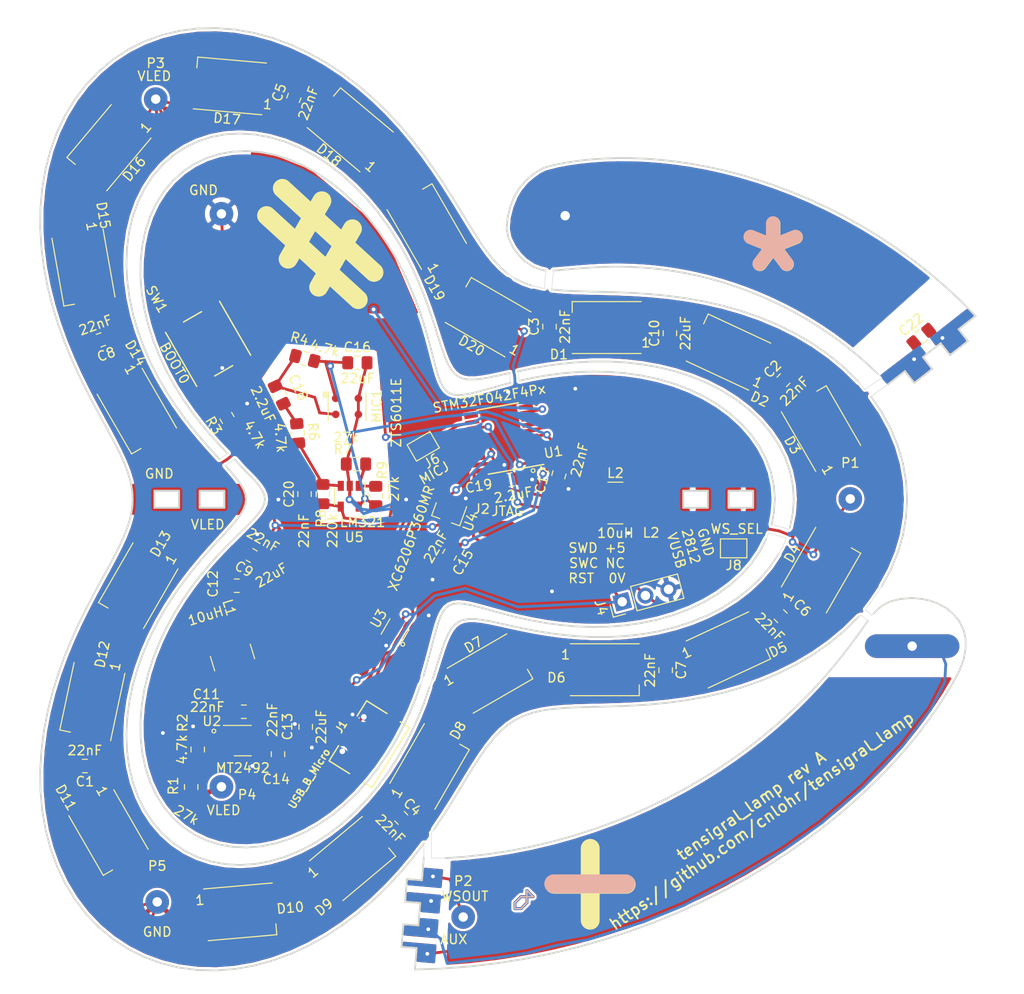
<source format=kicad_pcb>
(kicad_pcb (version 20171130) (host pcbnew 5.1.6-c6e7f7d~86~ubuntu18.04.1)
  (layers (0 F.Cu signal) (31 B.Cu signal) (34 B.Paste user) (35 F.Paste user) (36 B.SilkS user) (37 F.SilkS user) (38 B.Mask user) (39 F.Mask user) (44 Edge.Cuts user))
  (net 0 "")
  (net 1 GND)
  (net 2 "Net-(D1-Pad2)")
  (net 3 "Net-(D1-Pad4)")
  (net 4 "Net-(D2-Pad2)")
  (net 5 "Net-(D4-Pad2)")
  (net 6 "Net-(D5-Pad2)")
  (net 7 "Net-(D6-Pad2)")
  (net 8 "Net-(D7-Pad2)")
  (net 9 "Net-(D8-Pad2)")
  (net 10 "Net-(D10-Pad4)")
  (net 11 "Net-(D10-Pad2)")
  (net 12 "Net-(D11-Pad2)")
  (net 13 "Net-(D12-Pad2)")
  (net 14 "Net-(D13-Pad2)")
  (net 15 "Net-(D14-Pad2)")
  (net 16 "Net-(D15-Pad2)")
  (net 17 "Net-(D16-Pad2)")
  (net 18 "Net-(D17-Pad2)")
  (net 19 "Net-(D18-Pad2)")
  (net 20 "Net-(D19-Pad2)")
  (net 21 WS2812)
  (net 22 VLED)
  (net 23 D-)
  (net 24 D+)
  (net 25 "Net-(C11-Pad2)")
  (net 26 "Net-(C11-Pad1)")
  (net 27 VUSB)
  (net 28 NRST)
  (net 29 SWD)
  (net 30 PF0)
  (net 31 PF1)
  (net 32 "Net-(R1-Pad1)")
  (net 33 "Net-(R3-Pad2)")
  (net 34 WS2812UM)
  (net 35 AUXU)
  (net 36 AUXGND)
  (net 37 AUXVCC)
  (net 38 ANA_ADC)
  (net 39 "Net-(C18-Pad2)")
  (net 40 "Net-(C18-Pad1)")
  (net 41 +3V3)
  (net 42 "Net-(D3-Pad2)")
  (net 43 "Net-(J1-Pad4)")
  (net 44 "Net-(J2-Pad4)")
  (net 45 A3)
  (net 46 TIM3_CH4)
  (net 47 "Net-(SW1-Pad2)")
  (net 48 "Net-(SW1-Pad3)")
  (net 49 A2)
  (net 50 SWC_TX)
  (net 51 AVCC)
  (net 52 "Net-(R7-Pad2)")
  (net 53 TTVAL)
  (net 54 WS2812STAFF)
  (net 55 PA3)
  (net 56 PA1)
  (net 57 A0)
  (net 58 A1)
  (net 59 "Net-(U1-Pad10)")
  (net 60 "Net-(U1-Pad11)")
  (net 61 "Net-(C20-Pad1)")
  (net 62 "Net-(C20-Pad2)")
  (module Jumper:SolderJumper-2_P1.3mm_Bridged_Pad1.0x1.5mm (layer F.Cu) (at 55.127083 59.735 210)
    (fp_text reference J6 (at 0 -1.8 30) (layer F.SilkS))
    (fp_text value MICJ (at 0.4 -3.05 30) (layer F.SilkS))
    (fp_poly (pts (xy -0.25 -0.3) (xy 0.25 -0.3) (xy 0.25 0.3) (xy -0.25 0.3)) (layer F.Cu) (width 0))
    (pad 1 smd rect (at -0.65 0 210) (size 1 1.5) (layers F.Cu F.Mask) (net 38 ANA_ADC))
    (pad 2 smd rect (at 0.65 0 210) (size 1 1.5) (layers F.Cu F.Mask) (net 61 "Net-(C20-Pad1)"))
  )
  (module Resistor_SMD:R_0805_2012Metric_Pad1.15x1.40mm_HandSolder (layer F.Cu) (at 34.3475 56.712324 120)
    (fp_text reference R3 (at 0 -1.65 120) (layer F.SilkS))
    (fp_text value 4.7k (at -3.01 1.65 120) (layer F.SilkS))
    (pad 1 smd roundrect (at -1.025 0 120) (size 1.15 1.4) (layers F.Cu F.Paste F.Mask) (roundrect_rratio 0.217391) (net 1 GND))
    (pad 2 smd roundrect (at 1.025 0 120) (size 1.15 1.4) (layers F.Cu F.Paste F.Mask) (roundrect_rratio 0.217391) (net 33 "Net-(R3-Pad2)"))
  )
  (module Connector_Wire:SolderWirePad_1x01_Drill1mm (layer F.Cu) (at 33.76 95.8)
    (fp_text reference P4 (at 2.71 0.84) (layer F.SilkS))
    (fp_text value VLED (at 0.23 2.49) (layer F.SilkS))
    (pad 1 thru_hole circle (at 0 0) (size 2.49936 2.49936) (drill 1.00076) (layers *.Cu *.Mask) (net 22 VLED))
  )
  (module Connector_Wire:SolderWirePad_1x01_Drill1mm (layer F.Cu) (at 26.96 108)
    (fp_text reference P5 (at 0 -3.81) (layer F.SilkS))
    (fp_text value GND (at 0 3.175) (layer F.SilkS))
    (pad 1 thru_hole circle (at 0 0) (size 2.49936 2.49936) (drill 1.00076) (layers *.Cu *.Mask) (net 1 GND))
  )
  (module Package_TO_SOT_SMD:SOT-363_SC-70-6 (layer F.Cu) (at 52.27 79.18 60)
    (fp_text reference U3 (at 0.1 -2.2 60) (layer F.SilkS))
    (fp_text value NUP4202)
    (pad 1 smd rect (at -0.95 -0.65 60) (size 0.65 0.4) (layers F.Cu F.Paste F.Mask) (net 23 D-))
    (pad 3 smd rect (at -0.95 0.65 60) (size 0.65 0.4) (layers F.Cu F.Paste F.Mask) (net 24 D+))
    (pad 5 smd rect (at 0.95 0 60) (size 0.65 0.4) (layers F.Cu F.Paste F.Mask) (net 27 VUSB))
    (pad 2 smd rect (at -0.95 0 60) (size 0.65 0.4) (layers F.Cu F.Paste F.Mask) (net 1 GND))
    (pad 4 smd rect (at 0.95 0.65 60) (size 0.65 0.4) (layers F.Cu F.Paste F.Mask) (net 24 D+))
    (pad 6 smd rect (at 0.95 -0.65 60) (size 0.65 0.4) (layers F.Cu F.Paste F.Mask) (net 23 D-))
  )
  (module Capacitor_SMD:C_0805_2012Metric_Pad1.15x1.40mm_HandSolder (layer F.Cu) (at 42.685 89.45 90)
    (fp_text reference C13 (at 0.023798 -1.933429 90) (layer F.SilkS))
    (fp_text value 22uF (at 0 1.65 90) (layer F.SilkS))
    (pad 1 smd roundrect (at -1.025 0 90) (size 1.15 1.4) (layers F.Cu F.Paste F.Mask) (roundrect_rratio 0.217391) (net 27 VUSB))
    (pad 2 smd roundrect (at 1.025 0 90) (size 1.15 1.4) (layers F.Cu F.Paste F.Mask) (roundrect_rratio 0.217391) (net 1 GND))
  )
  (module Capacitor_SMD:C_0805_2012Metric_Pad1.15x1.40mm_HandSolder (layer F.Cu) (at 35.385 74.5 180)
    (fp_text reference C12 (at 2.525 0.2 90) (layer F.SilkS))
    (fp_text value 22uF (at -3.675 1.1 30) (layer F.SilkS))
    (pad 2 smd roundrect (at 1.025 0 180) (size 1.15 1.4) (layers F.Cu F.Paste F.Mask) (roundrect_rratio 0.217391) (net 1 GND))
    (pad 1 smd roundrect (at -1.025 0 180) (size 1.15 1.4) (layers F.Cu F.Paste F.Mask) (roundrect_rratio 0.217391) (net 22 VLED))
  )
  (module kicad:TOUCH_MARK (layer F.Cu) (at 74.26 105.1)
    (fp_text reference T1 hide)
    (fp_text value TOUCH1 hide)
    (pad 1 smd roundrect (at 0.05 0.075 45) (size 6 6) (layers F.Cu) (roundrect_rratio 0.2) (net 55 PA3))
  )
  (module Connector_Wire:SolderWirePad_1x01_Drill1mm (layer F.Cu) (at 106.9 80.9)
    (fp_text reference P10 hide)
    (fp_text value AUXTOUCH hide)
    (pad 1 thru_hole oval (at 0 0 90) (size 2.49936 10) (drill 1.00076) (layers *.Cu *.Mask) (net 35 AUXU))
  )
  (module kicad:TOUCH_MARK (layer B.Cu) (at 83.46 35.675)
    (fp_text reference TOUCH2 hide)
    (fp_text value TA3 hide)
    (pad 1 smd roundrect (at 0.05 -0.075 315) (size 6 6) (layers B.Cu) (roundrect_rratio 0.2) (net 53 TTVAL))
  )
  (module Capacitor_SMD:C_0805_2012Metric_Pad1.15x1.40mm_HandSolder (layer F.Cu) (at 19.3 93.6 180)
    (fp_text reference C1 (at 0 -1.65) (layer F.SilkS))
    (fp_text value 22nF (at 0 1.65) (layer F.SilkS))
    (pad 1 smd roundrect (at -1.025 0 180) (size 1.15 1.4) (layers F.Cu F.Paste F.Mask) (roundrect_rratio 0.217391) (net 22 VLED))
    (pad 2 smd roundrect (at 1.025 0 180) (size 1.15 1.4) (layers F.Cu F.Paste F.Mask) (roundrect_rratio 0.217391) (net 1 GND))
  )
  (module Capacitor_SMD:C_0805_2012Metric_Pad1.15x1.40mm_HandSolder (layer F.Cu) (at 93.275216 52.724784 45)
    (fp_text reference C2 (at 0 -1.65 45) (layer F.SilkS))
    (fp_text value 22nF (at 0 1.65 45) (layer F.SilkS))
    (pad 2 smd roundrect (at 1.025 0 45) (size 1.15 1.4) (layers F.Cu F.Paste F.Mask) (roundrect_rratio 0.217391) (net 1 GND))
    (pad 1 smd roundrect (at -1.025 0 45) (size 1.15 1.4) (layers F.Cu F.Paste F.Mask) (roundrect_rratio 0.217391) (net 22 VLED))
  )
  (module Capacitor_SMD:C_0805_2012Metric_Pad1.15x1.40mm_HandSolder (layer F.Cu) (at 68.5 47.05 90)
    (fp_text reference C3 (at 0 -1.65 90) (layer F.SilkS))
    (fp_text value 22nF (at 0 1.65 90) (layer F.SilkS))
    (pad 1 smd roundrect (at -1.025 0 90) (size 1.15 1.4) (layers F.Cu F.Paste F.Mask) (roundrect_rratio 0.217391) (net 22 VLED))
    (pad 2 smd roundrect (at 1.025 0 90) (size 1.15 1.4) (layers F.Cu F.Paste F.Mask) (roundrect_rratio 0.217391) (net 1 GND))
  )
  (module Capacitor_SMD:C_0805_2012Metric_Pad1.15x1.40mm_HandSolder (layer F.Cu) (at 52.8 99.1 315)
    (fp_text reference C4 (at 0 -1.65 135) (layer F.SilkS))
    (fp_text value 22nF (at 0 1.65 135) (layer F.SilkS))
    (pad 2 smd roundrect (at 1.025 0 315) (size 1.15 1.4) (layers F.Cu F.Paste F.Mask) (roundrect_rratio 0.217391) (net 1 GND))
    (pad 1 smd roundrect (at -1.025 0 315) (size 1.15 1.4) (layers F.Cu F.Paste F.Mask) (roundrect_rratio 0.217391) (net 22 VLED))
  )
  (module Capacitor_SMD:C_0805_2012Metric_Pad1.15x1.40mm_HandSolder (layer F.Cu) (at 41.425216 22.824784 70)
    (fp_text reference C5 (at 0 -1.65 70) (layer F.SilkS))
    (fp_text value 22nF (at 0 1.65 70) (layer F.SilkS))
    (pad 1 smd roundrect (at -1.025 0 70) (size 1.15 1.4) (layers F.Cu F.Paste F.Mask) (roundrect_rratio 0.217391) (net 22 VLED))
    (pad 2 smd roundrect (at 1.025 0 70) (size 1.15 1.4) (layers F.Cu F.Paste F.Mask) (roundrect_rratio 0.217391) (net 1 GND))
  )
  (module Capacitor_SMD:C_0805_2012Metric_Pad1.15x1.40mm_HandSolder (layer F.Cu) (at 92.974784 77.724784 315)
    (fp_text reference C6 (at 0.979648 -2.237993 135) (layer F.SilkS))
    (fp_text value 22nF (at 0 1.65 135) (layer F.SilkS))
    (pad 2 smd roundrect (at 1.025 0 315) (size 1.15 1.4) (layers F.Cu F.Paste F.Mask) (roundrect_rratio 0.217391) (net 1 GND))
    (pad 1 smd roundrect (at -1.025 0 315) (size 1.15 1.4) (layers F.Cu F.Paste F.Mask) (roundrect_rratio 0.217391) (net 22 VLED))
  )
  (module Capacitor_SMD:C_0805_2012Metric_Pad1.15x1.40mm_HandSolder (layer F.Cu) (at 80.8 83.45 270)
    (fp_text reference C7 (at 0 -1.65 90) (layer F.SilkS))
    (fp_text value 22nF (at 0 1.65 90) (layer F.SilkS))
    (pad 1 smd roundrect (at -1.025 0 270) (size 1.15 1.4) (layers F.Cu F.Paste F.Mask) (roundrect_rratio 0.217391) (net 22 VLED))
    (pad 2 smd roundrect (at 1.025 0 270) (size 1.15 1.4) (layers F.Cu F.Paste F.Mask) (roundrect_rratio 0.217391) (net 1 GND))
  )
  (module Capacitor_SMD:C_0805_2012Metric_Pad1.15x1.40mm_HandSolder (layer F.Cu) (at 21 48.45 200)
    (fp_text reference C8 (at 0 -1.65 20) (layer F.SilkS))
    (fp_text value 22nF (at 0 1.65 20) (layer F.SilkS))
    (pad 2 smd roundrect (at 1.025 0 200) (size 1.15 1.4) (layers F.Cu F.Paste F.Mask) (roundrect_rratio 0.217391) (net 1 GND))
    (pad 1 smd roundrect (at -1.025 0 200) (size 1.15 1.4) (layers F.Cu F.Paste F.Mask) (roundrect_rratio 0.217391) (net 22 VLED))
  )
  (module Capacitor_SMD:C_0805_2012Metric_Pad1.15x1.40mm_HandSolder (layer F.Cu) (at 36.96 71.3 150)
    (fp_text reference C9 (at 0 -1.65 150) (layer F.SilkS))
    (fp_text value 22nF (at -0.225 2 150) (layer F.SilkS))
    (pad 1 smd roundrect (at -1.025 0 150) (size 1.15 1.4) (layers F.Cu F.Paste F.Mask) (roundrect_rratio 0.217391) (net 22 VLED))
    (pad 2 smd roundrect (at 1.025 0 150) (size 1.15 1.4) (layers F.Cu F.Paste F.Mask) (roundrect_rratio 0.217391) (net 1 GND))
  )
  (module LED_SMD:LED_WS2812B_PLCC4_5.0x5.0mm_P3.2mm (layer F.Cu) (at 74.55 47.15 180)
    (fp_text reference D1 (at 5.05 -2.85) (layer F.SilkS))
    (fp_text value SK6812-RGBWW)
    (fp_text user 1 (at -4.15 -1.6) (layer F.SilkS))
    (pad 1 smd rect (at -2.45 -1.6 180) (size 1.5 1) (layers F.Cu F.Paste F.Mask) (net 22 VLED))
    (pad 2 smd rect (at -2.45 1.6 180) (size 1.5 1) (layers F.Cu F.Paste F.Mask) (net 2 "Net-(D1-Pad2)"))
    (pad 4 smd rect (at 2.45 -1.6 180) (size 1.5 1) (layers F.Cu F.Paste F.Mask) (net 3 "Net-(D1-Pad4)"))
    (pad 3 smd rect (at 2.45 1.6 180) (size 1.5 1) (layers F.Cu F.Paste F.Mask) (net 1 GND))
  )
  (module LED_SMD:LED_WS2812B_PLCC4_5.0x5.0mm_P3.2mm (layer F.Cu) (at 87.45 49.75 155)
    (fp_text reference D2 (at -5.103907 -3.136899 155) (layer F.SilkS))
    (fp_text value SK6812-RGBWW)
    (fp_text user 1 (at -4.15 -1.6 155) (layer F.SilkS))
    (pad 3 smd rect (at 2.45 1.6 155) (size 1.5 1) (layers F.Cu F.Paste F.Mask) (net 1 GND))
    (pad 4 smd rect (at 2.45 -1.6 155) (size 1.5 1) (layers F.Cu F.Paste F.Mask) (net 2 "Net-(D1-Pad2)"))
    (pad 2 smd rect (at -2.45 1.6 155) (size 1.5 1) (layers F.Cu F.Paste F.Mask) (net 4 "Net-(D2-Pad2)"))
    (pad 1 smd rect (at -2.45 -1.6 155) (size 1.5 1) (layers F.Cu F.Paste F.Mask) (net 22 VLED))
  )
  (module LED_SMD:LED_WS2812B_PLCC4_5.0x5.0mm_P3.2mm (layer F.Cu) (at 97.25 57.85 120)
    (fp_text reference D3 (at 0 -3.5 120) (layer F.SilkS))
    (fp_text value SK6812-RGBWW)
    (fp_text user 1 (at -4.15 -1.6 120) (layer F.SilkS))
    (pad 1 smd rect (at -2.45 -1.6 120) (size 1.5 1) (layers F.Cu F.Paste F.Mask) (net 22 VLED))
    (pad 2 smd rect (at -2.45 1.6 120) (size 1.5 1) (layers F.Cu F.Paste F.Mask) (net 42 "Net-(D3-Pad2)"))
    (pad 4 smd rect (at 2.45 -1.6 120) (size 1.5 1) (layers F.Cu F.Paste F.Mask) (net 4 "Net-(D2-Pad2)"))
    (pad 3 smd rect (at 2.45 1.6 120) (size 1.5 1) (layers F.Cu F.Paste F.Mask) (net 1 GND))
  )
  (module LED_SMD:LED_WS2812B_PLCC4_5.0x5.0mm_P3.2mm (layer F.Cu) (at 97.25 72.85 60)
    (fp_text reference D4 (at 0 -3.5 60) (layer F.SilkS))
    (fp_text value SK6812-RGBWW)
    (fp_text user 1 (at -4.15 -1.6 60) (layer F.SilkS))
    (pad 3 smd rect (at 2.45 1.6 60) (size 1.5 1) (layers F.Cu F.Paste F.Mask) (net 1 GND))
    (pad 4 smd rect (at 2.45 -1.6 60) (size 1.5 1) (layers F.Cu F.Paste F.Mask) (net 21 WS2812))
    (pad 2 smd rect (at -2.45 1.6 60) (size 1.5 1) (layers F.Cu F.Paste F.Mask) (net 5 "Net-(D4-Pad2)"))
    (pad 1 smd rect (at -2.45 -1.6 60) (size 1.5 1) (layers F.Cu F.Paste F.Mask) (net 22 VLED))
  )
  (module LED_SMD:LED_WS2812B_PLCC4_5.0x5.0mm_P3.2mm (layer F.Cu) (at 87.45 81.3 25)
    (fp_text reference D5 (at 4.775631 2.204846 25) (layer F.SilkS))
    (fp_text value SK6812-RGBWW)
    (fp_text user 1 (at -4.15 -1.6 25) (layer F.SilkS))
    (pad 3 smd rect (at 2.45 1.6 25) (size 1.5 1) (layers F.Cu F.Paste F.Mask) (net 1 GND))
    (pad 4 smd rect (at 2.45 -1.6 25) (size 1.5 1) (layers F.Cu F.Paste F.Mask) (net 5 "Net-(D4-Pad2)"))
    (pad 2 smd rect (at -2.45 1.6 25) (size 1.5 1) (layers F.Cu F.Paste F.Mask) (net 6 "Net-(D5-Pad2)"))
    (pad 1 smd rect (at -2.45 -1.6 25) (size 1.5 1) (layers F.Cu F.Paste F.Mask) (net 22 VLED))
  )
  (module LED_SMD:LED_WS2812B_PLCC4_5.0x5.0mm_P3.2mm (layer F.Cu) (at 74.35 83.4)
    (fp_text reference D6 (at -5.12 0.84) (layer F.SilkS))
    (fp_text value SK6812-RGBWW)
    (fp_text user 1 (at -4.15 -1.6) (layer F.SilkS))
    (pad 1 smd rect (at -2.45 -1.6) (size 1.5 1) (layers F.Cu F.Paste F.Mask) (net 22 VLED))
    (pad 2 smd rect (at -2.45 1.6) (size 1.5 1) (layers F.Cu F.Paste F.Mask) (net 7 "Net-(D6-Pad2)"))
    (pad 4 smd rect (at 2.45 -1.6) (size 1.5 1) (layers F.Cu F.Paste F.Mask) (net 6 "Net-(D5-Pad2)"))
    (pad 3 smd rect (at 2.45 1.6) (size 1.5 1) (layers F.Cu F.Paste F.Mask) (net 1 GND))
  )
  (module LED_SMD:LED_WS2812B_PLCC4_5.0x5.0mm_P3.2mm (layer F.Cu) (at 62.2 83.8 30)
    (fp_text reference D7 (at 0 -3.5 30) (layer F.SilkS))
    (fp_text value SK6812-RGBWW)
    (fp_text user 1 (at -4.15 -1.6 30) (layer F.SilkS))
    (pad 3 smd rect (at 2.45 1.6 30) (size 1.5 1) (layers F.Cu F.Paste F.Mask) (net 1 GND))
    (pad 4 smd rect (at 2.45 -1.6 30) (size 1.5 1) (layers F.Cu F.Paste F.Mask) (net 7 "Net-(D6-Pad2)"))
    (pad 2 smd rect (at -2.45 1.6 30) (size 1.5 1) (layers F.Cu F.Paste F.Mask) (net 8 "Net-(D7-Pad2)"))
    (pad 1 smd rect (at -2.45 -1.6 30) (size 1.5 1) (layers F.Cu F.Paste F.Mask) (net 22 VLED))
  )
  (module LED_SMD:LED_WS2812B_PLCC4_5.0x5.0mm_P3.2mm (layer F.Cu) (at 55.8 93.65 60)
    (fp_text reference D8 (at 4.809557 0.710397 60) (layer F.SilkS))
    (fp_text value SK6812-RGBWW)
    (fp_text user 1 (at -4.15 -1.6 60) (layer F.SilkS))
    (pad 1 smd rect (at -2.45 -1.6 60) (size 1.5 1) (layers F.Cu F.Paste F.Mask) (net 22 VLED))
    (pad 2 smd rect (at -2.45 1.6 60) (size 1.5 1) (layers F.Cu F.Paste F.Mask) (net 9 "Net-(D8-Pad2)"))
    (pad 4 smd rect (at 2.45 -1.6 60) (size 1.5 1) (layers F.Cu F.Paste F.Mask) (net 8 "Net-(D7-Pad2)"))
    (pad 3 smd rect (at 2.45 1.6 60) (size 1.5 1) (layers F.Cu F.Paste F.Mask) (net 1 GND))
  )
  (module LED_SMD:LED_WS2812B_PLCC4_5.0x5.0mm_P3.2mm (layer F.Cu) (at 47.65 103.4 40)
    (fp_text reference D9 (at -5.637899 2.005143 40) (layer F.SilkS))
    (fp_text value SK6812-RGBWW)
    (fp_text user 1 (at -4.15 -1.6 40) (layer F.SilkS))
    (pad 3 smd rect (at 2.45 1.6 40) (size 1.5 1) (layers F.Cu F.Paste F.Mask) (net 1 GND))
    (pad 4 smd rect (at 2.45 -1.6 40) (size 1.5 1) (layers F.Cu F.Paste F.Mask) (net 9 "Net-(D8-Pad2)"))
    (pad 2 smd rect (at -2.45 1.6 40) (size 1.5 1) (layers F.Cu F.Paste F.Mask) (net 10 "Net-(D10-Pad4)"))
    (pad 1 smd rect (at -2.45 -1.6 40) (size 1.5 1) (layers F.Cu F.Paste F.Mask) (net 22 VLED))
  )
  (module LED_SMD:LED_WS2812B_PLCC4_5.0x5.0mm_P3.2mm (layer F.Cu) (at 35.75 109.05 5)
    (fp_text reference D10 (at 5.316437 0.043524 5) (layer F.SilkS))
    (fp_text value SK6812-RGBWW)
    (fp_text user 1 (at -4.15 -1.6 5) (layer F.SilkS))
    (pad 1 smd rect (at -2.45 -1.6 5) (size 1.5 1) (layers F.Cu F.Paste F.Mask) (net 22 VLED))
    (pad 2 smd rect (at -2.45 1.6 5) (size 1.5 1) (layers F.Cu F.Paste F.Mask) (net 11 "Net-(D10-Pad2)"))
    (pad 4 smd rect (at 2.45 -1.6 5) (size 1.5 1) (layers F.Cu F.Paste F.Mask) (net 10 "Net-(D10-Pad4)"))
    (pad 3 smd rect (at 2.45 1.6 5) (size 1.5 1) (layers F.Cu F.Paste F.Mask) (net 1 GND))
  )
  (module LED_SMD:LED_WS2812B_PLCC4_5.0x5.0mm_P3.2mm (layer F.Cu) (at 21.8 100.65 300)
    (fp_text reference D11 (at -5.467954 2.050775 120) (layer F.SilkS))
    (fp_text value SK6812-RGBWW)
    (fp_text user 1 (at -4.15 -1.6 120) (layer F.SilkS))
    (pad 3 smd rect (at 2.45 1.6 300) (size 1.5 1) (layers F.Cu F.Paste F.Mask) (net 1 GND))
    (pad 4 smd rect (at 2.45 -1.6 300) (size 1.5 1) (layers F.Cu F.Paste F.Mask) (net 11 "Net-(D10-Pad2)"))
    (pad 2 smd rect (at -2.45 1.6 300) (size 1.5 1) (layers F.Cu F.Paste F.Mask) (net 12 "Net-(D11-Pad2)"))
    (pad 1 smd rect (at -2.45 -1.6 300) (size 1.5 1) (layers F.Cu F.Paste F.Mask) (net 22 VLED))
  )
  (module LED_SMD:LED_WS2812B_PLCC4_5.0x5.0mm_P3.2mm (layer F.Cu) (at 20.09 86.78 258)
    (fp_text reference D12 (at -5.111124 0.002722 78) (layer F.SilkS))
    (fp_text value SK6812-RGBWW)
    (fp_text user 1 (at -4.15 -1.6 78) (layer F.SilkS))
    (pad 1 smd rect (at -2.45 -1.6 258) (size 1.5 1) (layers F.Cu F.Paste F.Mask) (net 22 VLED))
    (pad 2 smd rect (at -2.45 1.6 258) (size 1.5 1) (layers F.Cu F.Paste F.Mask) (net 13 "Net-(D12-Pad2)"))
    (pad 4 smd rect (at 2.45 -1.6 258) (size 1.5 1) (layers F.Cu F.Paste F.Mask) (net 12 "Net-(D11-Pad2)"))
    (pad 3 smd rect (at 2.45 1.6 258) (size 1.5 1) (layers F.Cu F.Paste F.Mask) (net 1 GND))
  )
  (module LED_SMD:LED_WS2812B_PLCC4_5.0x5.0mm_P3.2mm (layer F.Cu) (at 24.95 74.5 240)
    (fp_text reference D13 (at -5.017832 0.14886 60) (layer F.SilkS))
    (fp_text value SK6812-RGBWW)
    (fp_text user 1 (at -4.15 -1.6 60) (layer F.SilkS))
    (pad 1 smd rect (at -2.45 -1.6 240) (size 1.5 1) (layers F.Cu F.Paste F.Mask) (net 22 VLED))
    (pad 2 smd rect (at -2.45 1.6 240) (size 1.5 1) (layers F.Cu F.Paste F.Mask) (net 14 "Net-(D13-Pad2)"))
    (pad 4 smd rect (at 2.45 -1.6 240) (size 1.5 1) (layers F.Cu F.Paste F.Mask) (net 13 "Net-(D12-Pad2)"))
    (pad 3 smd rect (at 2.45 1.6 240) (size 1.5 1) (layers F.Cu F.Paste F.Mask) (net 1 GND))
  )
  (module LED_SMD:LED_WS2812B_PLCC4_5.0x5.0mm_P3.2mm (layer F.Cu) (at 24.8 56 300)
    (fp_text reference D14 (at -5.401056 -2.945096 120) (layer F.SilkS))
    (fp_text value SK6812-RGBWW)
    (fp_text user 1 (at -4.15 -1.6 120) (layer F.SilkS))
    (pad 3 smd rect (at 2.45 1.6 300) (size 1.5 1) (layers F.Cu F.Paste F.Mask) (net 1 GND))
    (pad 4 smd rect (at 2.45 -1.6 300) (size 1.5 1) (layers F.Cu F.Paste F.Mask) (net 14 "Net-(D13-Pad2)"))
    (pad 2 smd rect (at -2.45 1.6 300) (size 1.5 1) (layers F.Cu F.Paste F.Mask) (net 15 "Net-(D14-Pad2)"))
    (pad 1 smd rect (at -2.45 -1.6 300) (size 1.5 1) (layers F.Cu F.Paste F.Mask) (net 22 VLED))
  )
  (module LED_SMD:LED_WS2812B_PLCC4_5.0x5.0mm_P3.2mm (layer F.Cu) (at 19.15 40.8 280)
    (fp_text reference D15 (at -5.101022 -3.031844 100) (layer F.SilkS))
    (fp_text value SK6812-RGBWW)
    (fp_text user 1 (at -4.15 -1.6 100) (layer F.SilkS))
    (pad 1 smd rect (at -2.45 -1.6 280) (size 1.5 1) (layers F.Cu F.Paste F.Mask) (net 22 VLED))
    (pad 2 smd rect (at -2.45 1.6 280) (size 1.5 1) (layers F.Cu F.Paste F.Mask) (net 16 "Net-(D15-Pad2)"))
    (pad 4 smd rect (at 2.45 -1.6 280) (size 1.5 1) (layers F.Cu F.Paste F.Mask) (net 15 "Net-(D14-Pad2)"))
    (pad 3 smd rect (at 2.45 1.6 280) (size 1.5 1) (layers F.Cu F.Paste F.Mask) (net 1 GND))
  )
  (module LED_SMD:LED_WS2812B_PLCC4_5.0x5.0mm_P3.2mm (layer F.Cu) (at 21.85 28.1 230)
    (fp_text reference D16 (at 0 -3.5 50) (layer F.SilkS))
    (fp_text value SK6812-RGBWW)
    (fp_text user 1 (at -4.15 -1.6 50) (layer F.SilkS))
    (pad 1 smd rect (at -2.45 -1.6 230) (size 1.5 1) (layers F.Cu F.Paste F.Mask) (net 22 VLED))
    (pad 2 smd rect (at -2.45 1.6 230) (size 1.5 1) (layers F.Cu F.Paste F.Mask) (net 17 "Net-(D16-Pad2)"))
    (pad 4 smd rect (at 2.45 -1.6 230) (size 1.5 1) (layers F.Cu F.Paste F.Mask) (net 16 "Net-(D15-Pad2)"))
    (pad 3 smd rect (at 2.45 1.6 230) (size 1.5 1) (layers F.Cu F.Paste F.Mask) (net 1 GND))
  )
  (module LED_SMD:LED_WS2812B_PLCC4_5.0x5.0mm_P3.2mm (layer F.Cu) (at 34.65 21.55 175)
    (fp_text reference D17 (at 0 -3.5 175) (layer F.SilkS))
    (fp_text value SK6812-RGBWW)
    (fp_text user 1 (at -4.15 -1.6 175) (layer F.SilkS))
    (pad 1 smd rect (at -2.45 -1.6 175) (size 1.5 1) (layers F.Cu F.Paste F.Mask) (net 22 VLED))
    (pad 2 smd rect (at -2.45 1.6 175) (size 1.5 1) (layers F.Cu F.Paste F.Mask) (net 18 "Net-(D17-Pad2)"))
    (pad 4 smd rect (at 2.45 -1.6 175) (size 1.5 1) (layers F.Cu F.Paste F.Mask) (net 17 "Net-(D16-Pad2)"))
    (pad 3 smd rect (at 2.45 1.6 175) (size 1.5 1) (layers F.Cu F.Paste F.Mask) (net 1 GND))
  )
  (module LED_SMD:LED_WS2812B_PLCC4_5.0x5.0mm_P3.2mm (layer F.Cu) (at 47.4 26.2 140)
    (fp_text reference D18 (at 0 -3.5 140) (layer F.SilkS))
    (fp_text value SK6812-RGBWW)
    (fp_text user 1 (at -4.15 -1.6 140) (layer F.SilkS))
    (pad 3 smd rect (at 2.45 1.6 140) (size 1.5 1) (layers F.Cu F.Paste F.Mask) (net 1 GND))
    (pad 4 smd rect (at 2.45 -1.6 140) (size 1.5 1) (layers F.Cu F.Paste F.Mask) (net 18 "Net-(D17-Pad2)"))
    (pad 2 smd rect (at -2.45 1.6 140) (size 1.5 1) (layers F.Cu F.Paste F.Mask) (net 19 "Net-(D18-Pad2)"))
    (pad 1 smd rect (at -2.45 -1.6 140) (size 1.5 1) (layers F.Cu F.Paste F.Mask) (net 22 VLED))
  )
  (module LED_SMD:LED_WS2812B_PLCC4_5.0x5.0mm_P3.2mm (layer F.Cu) (at 55.5 36.45 120)
    (fp_text reference D19 (at -6.029165 -2.55718 120) (layer F.SilkS))
    (fp_text value SK6812-RGBWW)
    (fp_text user 1 (at -4.15 -1.6 120) (layer F.SilkS))
    (pad 1 smd rect (at -2.45 -1.6 120) (size 1.5 1) (layers F.Cu F.Paste F.Mask) (net 22 VLED))
    (pad 2 smd rect (at -2.45 1.6 120) (size 1.5 1) (layers F.Cu F.Paste F.Mask) (net 20 "Net-(D19-Pad2)"))
    (pad 4 smd rect (at 2.45 -1.6 120) (size 1.5 1) (layers F.Cu F.Paste F.Mask) (net 19 "Net-(D18-Pad2)"))
    (pad 3 smd rect (at 2.45 1.6 120) (size 1.5 1) (layers F.Cu F.Paste F.Mask) (net 1 GND))
  )
  (module LED_SMD:LED_WS2812B_PLCC4_5.0x5.0mm_P3.2mm (layer F.Cu) (at 62 46.05 150)
    (fp_text reference D20 (at 0 -3.5 150) (layer F.SilkS))
    (fp_text value SK6812-RGBWW)
    (fp_text user 1 (at -4.15 -1.6 150) (layer F.SilkS))
    (pad 3 smd rect (at 2.45 1.6 150) (size 1.5 1) (layers F.Cu F.Paste F.Mask) (net 1 GND))
    (pad 4 smd rect (at 2.45 -1.6 150) (size 1.5 1) (layers F.Cu F.Paste F.Mask) (net 20 "Net-(D19-Pad2)"))
    (pad 2 smd rect (at -2.45 1.6 150) (size 1.5 1) (layers F.Cu F.Paste F.Mask) (net 3 "Net-(D1-Pad4)"))
    (pad 1 smd rect (at -2.45 -1.6 150) (size 1.5 1) (layers F.Cu F.Paste F.Mask) (net 22 VLED))
  )
  (module Package_SO:TSSOP-20_4.4x6.5mm_P0.65mm (layer F.Cu) (at 63.61 58.9 190)
    (fp_text reference U1 (at -4.967691 -2.348307 10) (layer F.SilkS))
    (fp_text value STM32F042F4Px (at 0.739207 4.445905 10) (layer F.SilkS))
    (pad 1 smd rect (at -2.95 -2.925 190) (size 1.45 0.45) (layers F.Cu F.Paste F.Mask) (net 33 "Net-(R3-Pad2)"))
    (pad 2 smd rect (at -2.95 -2.275 190) (size 1.45 0.45) (layers F.Cu F.Paste F.Mask) (net 30 PF0))
    (pad 3 smd rect (at -2.95 -1.625 190) (size 1.45 0.45) (layers F.Cu F.Paste F.Mask) (net 31 PF1))
    (pad 4 smd rect (at -2.95 -0.975 190) (size 1.45 0.45) (layers F.Cu F.Paste F.Mask) (net 28 NRST))
    (pad 5 smd rect (at -2.95 -0.325 190) (size 1.45 0.45) (layers F.Cu F.Paste F.Mask) (net 51 AVCC))
    (pad 6 smd rect (at -2.95 0.325 190) (size 1.45 0.45) (layers F.Cu F.Paste F.Mask) (net 57 A0))
    (pad 7 smd rect (at -2.95 0.975 190) (size 1.45 0.45) (layers F.Cu F.Paste F.Mask) (net 58 A1))
    (pad 8 smd rect (at -2.95 1.625 190) (size 1.45 0.45) (layers F.Cu F.Paste F.Mask) (net 49 A2))
    (pad 9 smd rect (at -2.95 2.275 190) (size 1.45 0.45) (layers F.Cu F.Paste F.Mask) (net 45 A3))
    (pad 10 smd rect (at -2.95 2.925 190) (size 1.45 0.45) (layers F.Cu F.Paste F.Mask) (net 59 "Net-(U1-Pad10)"))
    (pad 11 smd rect (at 2.95 2.925 190) (size 1.45 0.45) (layers F.Cu F.Paste F.Mask) (net 60 "Net-(U1-Pad11)"))
    (pad 12 smd rect (at 2.95 2.275 190) (size 1.45 0.45) (layers F.Cu F.Paste F.Mask) (net 38 ANA_ADC))
    (pad 13 smd rect (at 2.95 1.625 190) (size 1.45 0.45) (layers F.Cu F.Paste F.Mask) (net 21 WS2812))
    (pad 14 smd rect (at 2.95 0.975 190) (size 1.45 0.45) (layers F.Cu F.Paste F.Mask) (net 46 TIM3_CH4))
    (pad 15 smd rect (at 2.95 0.325 190) (size 1.45 0.45) (layers F.Cu F.Paste F.Mask) (net 1 GND))
    (pad 16 smd rect (at 2.95 -0.325 190) (size 1.45 0.45) (layers F.Cu F.Paste F.Mask) (net 41 +3V3))
    (pad 17 smd rect (at 2.95 -0.975 190) (size 1.45 0.45) (layers F.Cu F.Paste F.Mask) (net 23 D-))
    (pad 18 smd rect (at 2.95 -1.625 190) (size 1.45 0.45) (layers F.Cu F.Paste F.Mask) (net 24 D+))
    (pad 19 smd rect (at 2.95 -2.275 190) (size 1.45 0.45) (layers F.Cu F.Paste F.Mask) (net 29 SWD))
    (pad 20 smd rect (at 2.95 -2.925 190) (size 1.45 0.45) (layers F.Cu F.Paste F.Mask) (net 50 SWC_TX))
  )
  (module Capacitor_SMD:C_0805_2012Metric_Pad1.15x1.40mm_HandSolder (layer F.Cu) (at 81.25 47.75 90)
    (fp_text reference C10 (at 0 -1.65 90) (layer F.SilkS))
    (fp_text value 22uF (at 0 1.65 90) (layer F.SilkS))
    (pad 2 smd roundrect (at 1.025 0 90) (size 1.15 1.4) (layers F.Cu F.Paste F.Mask) (roundrect_rratio 0.217391) (net 1 GND))
    (pad 1 smd roundrect (at -1.025 0 90) (size 1.15 1.4) (layers F.Cu F.Paste F.Mask) (roundrect_rratio 0.217391) (net 22 VLED))
  )
  (module Capacitor_SMD:C_0805_2012Metric_Pad1.15x1.40mm_HandSolder (layer F.Cu) (at 36.13 87.85)
    (fp_text reference C11 (at -3.97 -1.85) (layer F.SilkS))
    (fp_text value 22nF (at -3.88 -0.5) (layer F.SilkS))
    (pad 2 smd roundrect (at 1.025 0) (size 1.15 1.4) (layers F.Cu F.Paste F.Mask) (roundrect_rratio 0.217391) (net 25 "Net-(C11-Pad2)"))
    (pad 1 smd roundrect (at -1.025 0) (size 1.15 1.4) (layers F.Cu F.Paste F.Mask) (roundrect_rratio 0.217391) (net 26 "Net-(C11-Pad1)"))
  )
  (module Capacitor_SMD:C_0805_2012Metric_Pad1.15x1.40mm_HandSolder (layer F.Cu) (at 39.75 92.35 270)
    (fp_text reference C14 (at 2.65 0.19 180) (layer F.SilkS))
    (fp_text value 22nF (at -3.65 0.59 90) (layer F.SilkS))
    (pad 2 smd roundrect (at 1.025 0 270) (size 1.15 1.4) (layers F.Cu F.Paste F.Mask) (roundrect_rratio 0.217391) (net 1 GND))
    (pad 1 smd roundrect (at -1.025 0 270) (size 1.15 1.4) (layers F.Cu F.Paste F.Mask) (roundrect_rratio 0.217391) (net 27 VUSB))
  )
  (module Capacitor_SMD:C_0805_2012Metric_Pad1.15x1.40mm_HandSolder (layer F.Cu) (at 57.9125 71.212324 240)
    (fp_text reference C15 (at 0 -1.65 60) (layer F.SilkS))
    (fp_text value 22nF (at 0 1.65 60) (layer F.SilkS))
    (pad 1 smd roundrect (at -1.025 0 240) (size 1.15 1.4) (layers F.Cu F.Paste F.Mask) (roundrect_rratio 0.217391) (net 28 NRST))
    (pad 2 smd roundrect (at 1.025 0 240) (size 1.15 1.4) (layers F.Cu F.Paste F.Mask) (roundrect_rratio 0.217391) (net 1 GND))
  )
  (module kicad:RIBBON6SMT_POGO_OR_IDC (layer F.Cu) (at 65.5 71 270)
    (fp_text reference J2 (at -4.63 4.18) (layer F.SilkS))
    (fp_text value JTAG (at -4.4 1.45) (layer F.SilkS))
    (pad 5 smd rect (at 2.54 2.54 270) (size 1.651 4.191) (layers F.Cu F.Paste F.Mask) (net 28 NRST))
    (pad 3 smd rect (at 0 2.54 270) (size 1.651 4.191) (layers F.Cu F.Paste F.Mask) (net 50 SWC_TX))
    (pad 1 smd oval (at -2.54 2.54 270) (size 1.651 4.191) (layers F.Cu F.Paste F.Mask) (net 29 SWD))
    (pad 6 smd rect (at 2.54 -2.54 270) (size 1.651 4.191) (layers F.Cu F.Paste F.Mask) (net 1 GND))
    (pad 4 smd rect (at 0 -2.54 270) (size 1.651 4.191) (layers F.Cu F.Paste F.Mask) (net 44 "Net-(J2-Pad4)"))
    (pad 2 smd rect (at -2.54 -2.54 270) (size 1.651 4.191) (layers F.Cu F.Paste F.Mask) (net 27 VUSB))
  )
  (module Inductor_SMD:L_2816_7142Metric (layer F.Cu) (at 34.93 82.11 107)
    (fp_text reference L1 (at 5.168835 1.2304 107) (layer F.SilkS))
    (fp_text value 10uH (at 5.03909 -1.423497 197) (layer F.SilkS))
    (pad 1 smd roundrect (at -2.5125 0 107) (size 3.025 4.45) (layers F.Cu F.Paste F.Mask) (roundrect_rratio 0.082645) (net 25 "Net-(C11-Pad2)"))
    (pad 2 smd roundrect (at 2.5125 0 107) (size 3.025 4.45) (layers F.Cu F.Paste F.Mask) (roundrect_rratio 0.082645) (net 22 VLED))
  )
  (module Resistor_SMD:R_0805_2012Metric_Pad1.15x1.40mm_HandSolder (layer F.Cu) (at 30.56 95.825 270)
    (fp_text reference R1 (at -0.125 1.9 90) (layer F.SilkS))
    (fp_text value 27k (at 2.975 0.5 330) (layer F.SilkS))
    (pad 2 smd roundrect (at 1.025 0 270) (size 1.15 1.4) (layers F.Cu F.Paste F.Mask) (roundrect_rratio 0.217391) (net 22 VLED))
    (pad 1 smd roundrect (at -1.025 0 270) (size 1.15 1.4) (layers F.Cu F.Paste F.Mask) (roundrect_rratio 0.217391) (net 32 "Net-(R1-Pad1)"))
  )
  (module Resistor_SMD:R_0805_2012Metric_Pad1.15x1.40mm_HandSolder (layer F.Cu) (at 31.25 91.85 270)
    (fp_text reference R2 (at -2.83 1.6 90) (layer F.SilkS))
    (fp_text value 4.7k (at 0 1.65 90) (layer F.SilkS))
    (pad 1 smd roundrect (at -1.025 0 270) (size 1.15 1.4) (layers F.Cu F.Paste F.Mask) (roundrect_rratio 0.217391) (net 1 GND))
    (pad 2 smd roundrect (at 1.025 0 270) (size 1.15 1.4) (layers F.Cu F.Paste F.Mask) (roundrect_rratio 0.217391) (net 32 "Net-(R1-Pad1)"))
  )
  (module kicad:TACTILE10B (layer F.Cu) (at 32.35 48.87 300)
    (fp_text reference SW1 (at -6.81697 2.357338 120) (layer F.SilkS))
    (fp_text value BOOT0 (at 0 4.1 120) (layer F.SilkS))
    (pad 1 smd rect (at -4.1 -2.25 300) (size 2 1.3) (layers F.Cu F.Paste F.Mask) (net 22 VLED))
    (pad 2 smd rect (at -4.1 2.25 300) (size 2 1.3) (layers F.Cu F.Paste F.Mask) (net 47 "Net-(SW1-Pad2)"))
    (pad 4 smd rect (at 4.1 2.25 300) (size 2 1.3) (layers F.Cu F.Paste F.Mask) (net 33 "Net-(R3-Pad2)"))
    (pad 3 smd rect (at 4.1 -2.25 300) (size 2 1.3) (layers F.Cu F.Paste F.Mask) (net 48 "Net-(SW1-Pad3)"))
  )
  (module kicad:TOUCH_MARK (layer F.Cu) (at 83.41 35.675)
    (fp_text reference TOUCH1 hide)
    (fp_text value TA3 hide)
    (pad 1 smd roundrect (at 0.05 0.075 45) (size 6 6) (layers F.Cu) (roundrect_rratio 0.2) (net 53 TTVAL))
  )
  (module kicad:TOUCH_MARK (layer B.Cu) (at 74.31 105.225)
    (fp_text reference T2 hide)
    (fp_text value TOUCH2 hide)
    (pad 1 smd roundrect (at 0.05 -0.075 315) (size 6 6) (layers B.Cu) (roundrect_rratio 0.2) (net 56 PA1))
  )
  (module Package_TO_SOT_SMD:SOT-23-6_Handsoldering (layer F.Cu) (at 36.02 90.91)
    (fp_text reference U2 (at -3.27 -2.06) (layer F.SilkS))
    (fp_text value MT2492 (at 0 2.9) (layer F.SilkS))
    (pad 1 smd rect (at -1.35 -0.95) (size 1.56 0.65) (layers F.Cu F.Paste F.Mask) (net 26 "Net-(C11-Pad1)"))
    (pad 2 smd rect (at -1.35 0) (size 1.56 0.65) (layers F.Cu F.Paste F.Mask) (net 1 GND))
    (pad 3 smd rect (at -1.35 0.95) (size 1.56 0.65) (layers F.Cu F.Paste F.Mask) (net 32 "Net-(R1-Pad1)"))
    (pad 4 smd rect (at 1.35 0.95) (size 1.56 0.65) (layers F.Cu F.Paste F.Mask) (net 27 VUSB))
    (pad 6 smd rect (at 1.35 -0.95) (size 1.56 0.65) (layers F.Cu F.Paste F.Mask) (net 25 "Net-(C11-Pad2)"))
    (pad 5 smd rect (at 1.35 0) (size 1.56 0.65) (layers F.Cu F.Paste F.Mask) (net 27 VUSB))
  )
  (module Connector_PinHeader_2.54mm:PinHeader_1x03_P2.54mm_Vertical (layer F.Cu) (at 76.2 76.2 105)
    (fp_text reference J4 (at 0 -2.33 105) (layer F.SilkS))
    (fp_text value WSOUT)
    (pad 1 thru_hole rect (at 0 0 105) (size 1.7 1.7) (drill 1) (layers *.Cu *.Mask) (net 27 VUSB))
    (pad 2 thru_hole oval (at 0 2.54 105) (size 1.7 1.7) (drill 1) (layers *.Cu *.Mask) (net 21 WS2812))
    (pad 3 thru_hole oval (at 0 5.08 105) (size 1.7 1.7) (drill 1) (layers *.Cu *.Mask) (net 1 GND))
  )
  (module Connector_Wire:SolderWirePad_1x01_Drill1mm (layer F.Cu) (at 100.35 65.3)
    (fp_text reference P1 (at 0 -3.81) (layer F.SilkS))
    (fp_text value WSIN)
    (pad 1 thru_hole circle (at 0 0) (size 2.49936 2.49936) (drill 1.00076) (layers *.Cu *.Mask) (net 21 WS2812))
  )
  (module Connector_Wire:SolderWirePad_1x01_Drill1mm (layer F.Cu) (at 59.36 109.6)
    (fp_text reference P2 (at 0 -3.81) (layer F.SilkS))
    (fp_text value WSOUT (at 0.2 -2.2) (layer F.SilkS))
    (pad 1 thru_hole circle (at 0 0) (size 2.49936 2.49936) (drill 1.00076) (layers *.Cu *.Mask) (net 34 WS2812UM))
  )
  (module Connector_Wire:SolderWirePad_1x01_Drill1mm (layer F.Cu) (at 26.8 22.95)
    (fp_text reference P3 (at 0 -3.81) (layer F.SilkS))
    (fp_text value VLED (at -0.15 -2.44) (layer F.SilkS))
    (pad 1 thru_hole circle (at 0 0) (size 2.49936 2.49936) (drill 1.00076) (layers *.Cu *.Mask) (net 22 VLED))
  )
  (module Connector_Wire:SolderWirePad_1x01_Drill1mm (layer F.Cu) (at 33.76 35.1)
    (fp_text reference P6 hide)
    (fp_text value GND (at -1.9 -2.5) (layer F.SilkS))
    (pad 1 thru_hole circle (at 0 0) (size 2.49936 2.49936) (drill 1.00076) (layers *.Cu *.Mask) (net 1 GND))
  )
  (module Capacitor_SMD:C_0805_2012Metric_Pad1.15x1.40mm_HandSolder (layer F.Cu) (at 69.494711 62.740074 255)
    (fp_text reference C17 (at 0.995606 1.500763 255) (layer F.SilkS))
    (fp_text value 22nF (at -2.077687 -1.726369 255) (layer F.SilkS))
    (pad 1 smd roundrect (at -1.025 0 255) (size 1.15 1.4) (layers F.Cu F.Paste F.Mask) (roundrect_rratio 0.217391) (net 51 AVCC))
    (pad 2 smd roundrect (at 1.025 0 255) (size 1.15 1.4) (layers F.Cu F.Paste F.Mask) (roundrect_rratio 0.217391) (net 1 GND))
  )
  (module Resistor_SMD:R_0805_2012Metric_Pad1.15x1.40mm_HandSolder (layer F.Cu) (at 42.590074 50.42529 345)
    (fp_text reference R4 (at -1.090362 -1.866689 165) (layer F.SilkS))
    (fp_text value 4.7k (at 1.750067 -1.582151 165) (layer F.SilkS))
    (pad 1 smd roundrect (at -1.025 0 345) (size 1.15 1.4) (layers F.Cu F.Paste F.Mask) (roundrect_rratio 0.217391) (net 40 "Net-(C18-Pad1)"))
    (pad 2 smd roundrect (at 1.025 0 345) (size 1.15 1.4) (layers F.Cu F.Paste F.Mask) (roundrect_rratio 0.217391) (net 51 AVCC))
  )
  (module Resistor_SMD:R_0805_2012Metric_Pad1.15x1.40mm_HandSolder (layer F.Cu) (at 41.829334 58.361099 275)
    (fp_text reference R6 (at -0.045635 -1.671002 95) (layer F.SilkS))
    (fp_text value 4.7k (at 0.298589 1.852407 95) (layer F.SilkS))
    (pad 1 smd roundrect (at -1.025 0 275) (size 1.15 1.4) (layers F.Cu F.Paste F.Mask) (roundrect_rratio 0.217391) (net 39 "Net-(C18-Pad2)"))
    (pad 2 smd roundrect (at 1.025 0 275) (size 1.15 1.4) (layers F.Cu F.Paste F.Mask) (roundrect_rratio 0.217391) (net 62 "Net-(C20-Pad2)"))
  )
  (module kicad:USBMicroB-U253-051T-4BH89-F1B (layer F.Cu) (at 49.99 91.65 58)
    (fp_text reference J1 (at -0.00254 -4.17322 58) (layer F.SilkS) (effects (font (size 0.762 0.762) (thickness 0.1651))))
    (fp_text value USB_B_Micro (at -6.45712 -4.125058 238) (layer F.SilkS) (effects (font (size 0.762 0.762) (thickness 0.1651))))
    (pad 6 thru_hole roundrect (at -2.15 -2.7 238) (size 2.3 1.6) (drill 0.59 (offset 0.85 0)) (layers F.Cu F.Paste F.Mask) (net 1 GND))
    (pad 6 thru_hole roundrect (at 2.15 -2.7 58) (size 2.3 1.6) (drill 0.59 (offset 0.85 0)) (layers F.Cu F.Paste F.Mask) (net 1 GND))
    (pad 6 smd roundrect (at -2.3 0 58) (size 4 1.56) (layers F.Cu F.Paste F.Mask) (net 1 GND))
    (pad 6 smd roundrect (at 2.3 0 58) (size 4 1.56) (layers F.Cu F.Paste F.Mask) (net 1 GND))
    (pad 5 smd rect (at 1.3 -2.7 58) (size 0.39 1.35) (layers F.Cu F.Paste F.Mask) (net 1 GND))
    (pad 4 smd rect (at 0.65 -2.7 58) (size 0.39 1.35) (layers F.Cu F.Paste F.Mask) (net 43 "Net-(J1-Pad4)"))
    (pad 3 smd rect (at 0 -2.7 58) (size 0.39 1.35) (layers F.Cu F.Paste F.Mask) (net 24 D+))
    (pad 2 smd rect (at -0.65 -2.7 58) (size 0.39 1.35) (layers F.Cu F.Paste F.Mask) (net 23 D-))
    (pad 1 smd rect (at -1.3 -2.7 58) (size 0.39 1.35) (layers F.Cu F.Paste F.Mask) (net 27 VUSB))
  )
  (module Capacitor_SMD:C_0805_2012Metric_Pad1.15x1.40mm_HandSolder (layer F.Cu) (at 39.89 54.29 295)
    (fp_text reference C18 (at 0.12019 -2.15071 115) (layer F.SilkS))
    (fp_text value 2.2uF (at 0.184241 1.994757 115) (layer F.SilkS))
    (pad 2 smd roundrect (at 1.025 0 295) (size 1.15 1.4) (layers F.Cu F.Paste F.Mask) (roundrect_rratio 0.217391) (net 39 "Net-(C18-Pad2)"))
    (pad 1 smd roundrect (at -1.025 0 295) (size 1.15 1.4) (layers F.Cu F.Paste F.Mask) (roundrect_rratio 0.217391) (net 40 "Net-(C18-Pad1)"))
  )
  (module Capacitor_SMD:C_0805_2012Metric_Pad1.15x1.40mm_HandSolder (layer F.Cu) (at 64.369428 63.272011 10)
    (fp_text reference C19 (at -3.426122 0.08433 10) (layer F.SilkS))
    (fp_text value 2.2uF (at -0.000001 1.65 10) (layer F.SilkS))
    (pad 1 smd roundrect (at -1.025 0 10) (size 1.15 1.4) (layers F.Cu F.Paste F.Mask) (roundrect_rratio 0.217391) (net 41 +3V3))
    (pad 2 smd roundrect (at 1.025 0 10) (size 1.15 1.4) (layers F.Cu F.Paste F.Mask) (roundrect_rratio 0.217391) (net 1 GND))
  )
  (module Capacitor_SMD:C_0805_2012Metric_Pad1.15x1.40mm_HandSolder (layer F.Cu) (at 107.86 48.1 40)
    (fp_text reference C22 (at 0 -1.65 40) (layer F.SilkS))
    (fp_text value 22uF)
    (pad 1 smd roundrect (at -1.025 0 40) (size 1.15 1.4) (layers F.Cu F.Paste F.Mask) (roundrect_rratio 0.217391) (net 37 AUXVCC))
    (pad 2 smd roundrect (at 1.025 0 40) (size 1.15 1.4) (layers F.Cu F.Paste F.Mask) (roundrect_rratio 0.217391) (net 36 AUXGND))
  )
  (module Inductor_SMD:L_2816_7142Metric (layer F.Cu) (at 75.48 65.74)
    (fp_text reference L2 (at 0 -3.18) (layer F.SilkS))
    (fp_text value 10uH (at 0 3.18) (layer F.SilkS))
    (fp_text user %R (at 3.77 3.15) (layer F.SilkS))
    (pad 1 smd roundrect (at -2.5125 0) (size 3.025 4.45) (layers F.Cu F.Paste F.Mask) (roundrect_rratio 0.082645) (net 41 +3V3))
    (pad 2 smd roundrect (at 2.5125 0) (size 3.025 4.45) (layers F.Cu F.Paste F.Mask) (roundrect_rratio 0.082645) (net 51 AVCC))
  )
  (module Resistor_SMD:R_0805_2012Metric_Pad1.15x1.40mm_HandSolder (layer F.Cu) (at 48.005 61.61)
    (fp_text reference R7 (at -1.385 -1.57) (layer F.SilkS))
    (fp_text value 27k (at -1.055 -2.83) (layer F.SilkS))
    (pad 2 smd roundrect (at 1.025 0) (size 1.15 1.4) (layers F.Cu F.Paste F.Mask) (roundrect_rratio 0.217391) (net 52 "Net-(R7-Pad2)"))
    (pad 1 smd roundrect (at -1.025 0) (size 1.15 1.4) (layers F.Cu F.Paste F.Mask) (roundrect_rratio 0.217391) (net 1 GND))
  )
  (module Resistor_SMD:R_0805_2012Metric_Pad1.15x1.40mm_HandSolder (layer F.Cu) (at 44.5 64.795 270)
    (fp_text reference R8 (at 2.575 0.18 270) (layer F.SilkS))
    (fp_text value 220k (at 3.885 -1.02 270) (layer F.SilkS))
    (pad 1 smd roundrect (at -1.025 0 270) (size 1.15 1.4) (layers F.Cu F.Paste F.Mask) (roundrect_rratio 0.217391) (net 62 "Net-(C20-Pad2)"))
    (pad 2 smd roundrect (at 1.025 0 270) (size 1.15 1.4) (layers F.Cu F.Paste F.Mask) (roundrect_rratio 0.217391) (net 61 "Net-(C20-Pad1)"))
  )
  (module Resistor_SMD:R_0805_2012Metric_Pad1.15x1.40mm_HandSolder (layer F.Cu) (at 50.1 64.995 270)
    (fp_text reference R9 (at -2.735 -0.7 270) (layer F.SilkS))
    (fp_text value 27k (at -0.765 -1.94 270) (layer F.SilkS))
    (pad 1 smd roundrect (at -1.025 0 270) (size 1.15 1.4) (layers F.Cu F.Paste F.Mask) (roundrect_rratio 0.217391) (net 52 "Net-(R7-Pad2)"))
    (pad 2 smd roundrect (at 1.025 0 270) (size 1.15 1.4) (layers F.Cu F.Paste F.Mask) (roundrect_rratio 0.217391) (net 51 AVCC))
  )
  (module Package_TO_SOT_SMD:SOT-23 (layer F.Cu) (at 57.76 66.9 250)
    (fp_text reference U4 (at 0 -2.5 70) (layer F.SilkS))
    (fp_text value XC6206P360MR (at 3.726675 2.783253 250) (layer F.SilkS))
    (pad 1 smd rect (at -1 -0.95 250) (size 0.9 0.8) (layers F.Cu F.Paste F.Mask) (net 1 GND))
    (pad 2 smd rect (at -1 0.95 250) (size 0.9 0.8) (layers F.Cu F.Paste F.Mask) (net 41 +3V3))
    (pad 3 smd rect (at 1 0 250) (size 0.9 0.8) (layers F.Cu F.Paste F.Mask) (net 22 VLED))
  )
  (module Package_TO_SOT_SMD:SOT-23-5 (layer F.Cu) (at 47.35 65.02 270)
    (fp_text reference U5 (at 4.35 -0.47) (layer F.SilkS))
    (fp_text value LM321 (at 2.75 -1.35 180) (layer F.SilkS))
    (pad 1 smd rect (at -1.1 -0.95 270) (size 1.06 0.65) (layers F.Cu F.Paste F.Mask) (net 52 "Net-(R7-Pad2)"))
    (pad 2 smd rect (at -1.1 0 270) (size 1.06 0.65) (layers F.Cu F.Paste F.Mask) (net 1 GND))
    (pad 3 smd rect (at -1.1 0.95 270) (size 1.06 0.65) (layers F.Cu F.Paste F.Mask) (net 62 "Net-(C20-Pad2)"))
    (pad 4 smd rect (at 1.1 0.95 270) (size 1.06 0.65) (layers F.Cu F.Paste F.Mask) (net 61 "Net-(C20-Pad1)"))
    (pad 5 smd rect (at 1.1 -0.95 270) (size 1.06 0.65) (layers F.Cu F.Paste F.Mask) (net 51 AVCC))
  )
  (module Connector_Wire:SolderWirePad_1x01_Drill1mm (layer F.Cu) (at 70.16 35.3 42)
    (fp_text reference P9 hide)
    (fp_text value TOPTOUCH hide)
    (pad 1 thru_hole oval (at 0 0 42) (size 2.49936 10) (drill 1.00076) (layers *.Cu *.Mask) (net 53 TTVAL))
  )
  (module Jumper:SolderJumper-2_P1.3mm_Bridged_Pad1.0x1.5mm (layer F.Cu) (at 88 70.54 180)
    (fp_text reference J8 (at 0 -1.8) (layer F.SilkS))
    (fp_text value WS_SEL (at -0.32 2.06) (layer F.SilkS))
    (fp_poly (pts (xy -0.25 -0.3) (xy 0.25 -0.3) (xy 0.25 0.3) (xy -0.25 0.3)) (layer F.Cu) (width 0))
    (pad 1 smd rect (at -0.65 0 180) (size 1 1.5) (layers F.Cu F.Mask) (net 21 WS2812))
    (pad 2 smd rect (at 0.65 0 180) (size 1 1.5) (layers F.Cu F.Mask) (net 54 WS2812STAFF))
  )
  (module Capacitor_SMD:C_0805_2012Metric_Pad1.15x1.40mm_HandSolder (layer F.Cu) (at 48.155 50.88)
    (fp_text reference C16 (at 0 -1.65) (layer F.SilkS))
    (fp_text value 22uF (at 0 1.65) (layer F.SilkS))
    (pad 1 smd roundrect (at -1.025 0) (size 1.15 1.4) (layers F.Cu F.Paste F.Mask) (roundrect_rratio 0.217391) (net 51 AVCC))
    (pad 2 smd roundrect (at 1.025 0) (size 1.15 1.4) (layers F.Cu F.Paste F.Mask) (roundrect_rratio 0.217391) (net 1 GND))
  )
  (module ZTS6011E-MICROPHONE:ZTS6011E (layer F.Cu) (at 47.060001 55.500001)
    (fp_text reference MIC1 (at 3.149999 -0.030001 90) (layer F.SilkS))
    (fp_text value ZTS6011E (at 5.219999 0.659999 90) (layer F.SilkS))
    (pad 4 smd circle (at -1.2 0.85) (size 0.8 0.8) (layers F.Cu F.Paste F.Mask) (net 40 "Net-(C18-Pad1)"))
    (pad 3 smd circle (at 1.2 0.85) (size 0.8 0.8) (layers F.Cu F.Paste F.Mask) (net 1 GND))
    (pad 2 smd circle (at 1.2 -0.85) (size 0.8 0.8) (layers F.Cu F.Paste F.Mask) (net 1 GND))
    (pad 1 smd circle (at -1.2 -0.85) (size 0.8 0.8) (layers F.Cu F.Paste F.Mask) (net 51 AVCC))
  )
  (module Capacitor_SMD:C_0805_2012Metric_Pad1.15x1.40mm_HandSolder (layer F.Cu) (at 42.56 64.79 90)
    (fp_text reference C20 (at 0 -1.65 90) (layer F.SilkS))
    (fp_text value 22nF (at -3.89 -0.06 270) (layer F.SilkS))
    (pad 1 smd roundrect (at -1.025 0 90) (size 1.15 1.4) (layers F.Cu F.Paste F.Mask) (roundrect_rratio 0.217391) (net 61 "Net-(C20-Pad1)"))
    (pad 2 smd roundrect (at 1.025 0 90) (size 1.15 1.4) (layers F.Cu F.Paste F.Mask) (roundrect_rratio 0.217391) (net 62 "Net-(C20-Pad2)"))
  )
  (gr_text "#" (at 44.226 38.294 240) (layer F.SilkS) (effects (font (size 10 10) (thickness 2))))
  (gr_text - (at 72.76 105.37) (layer B.SilkS) (effects (font (size 10 10) (thickness 2))))
  (gr_text + (at 72.81 105.42) (layer F.SilkS) (effects (font (size 10 10) (thickness 2))))
  (gr_text * (at 92.17 41.56) (layer B.SilkS) (effects (font (size 10 10) (thickness 1.5))))
  (gr_text * (at 92.2 41.59) (layer F.SilkS) (effects (font (size 10 10) (thickness 1.5))))
  (gr_line (start 55.16 84.1) (end 54.837181 85.025) (layer Edge.Cuts) (width 0.05))
  (gr_line (start 55.76 85.3) (end 56.113666 84.389763) (layer Edge.Cuts) (width 0.05))
  (gr_line (start 93.89 68.51) (end 93.954277 68.318977) (layer Edge.Cuts) (width 0.05))
  (gr_line (start 92.03 68.01) (end 93.89 68.51) (layer Edge.Cuts) (width 0.05))
  (gr_line (start 91.71 68.9) (end 91.458152 69.554832) (layer Edge.Cuts) (width 0.05))
  (gr_line (start 93.56 69.45) (end 91.71 68.9) (layer Edge.Cuts) (width 0.05))
  (gr_line (start 93.41 69.85) (end 93.56 69.45) (layer Edge.Cuts) (width 0.05))
  (gr_line (start 93.16 70.45) (end 93.41 69.85) (layer Edge.Cuts) (width 0.05))
  (gr_line (start 92.747154 71.156784) (end 93.16 70.45) (layer Edge.Cuts) (width 0.05))
  (gr_circle (center 52.96 80.7) (end 53.16 80.7) (layer F.SilkS) (width 0.12))
  (gr_text "GND\n2812\nVUSB" (at 83.49 70.33 286) (layer F.SilkS) (effects (font (size 1 1))))
  (gr_line (start 68.732254 43.11072) (end 68.921867 41.108976) (layer Edge.Cuts) (width 0.05))
  (gr_line (start 67.96 43) (end 68.09 41.12) (layer Edge.Cuts) (width 0.05))
  (gr_line (start 67.637165 42.942986) (end 67.96 43) (layer Edge.Cuts) (width 0.05))
  (gr_line (start 66.633499 42.703146) (end 67.637165 42.942986) (layer Edge.Cuts) (width 0.05))
  (gr_line (start 64.075954 41.433491) (end 64.864212 41.958103) (layer Edge.Cuts) (width 0.05))
  (gr_line (start 101.46 77.6) (end 102.211051 78.227524) (layer Edge.Cuts) (width 0.05))
  (gr_line (start 101.241317 77.77655) (end 101.46 77.6) (layer Edge.Cuts) (width 0.05))
  (gr_line (start 101.94 77.01) (end 102.546997 76.220028) (layer Edge.Cuts) (width 0.05))
  (gr_line (start 102.61 77.64) (end 101.94 77.01) (layer Edge.Cuts) (width 0.05))
  (gr_line (start 102.86 77.414673) (end 102.61 77.64) (layer Edge.Cuts) (width 0.05))
  (gr_circle (center 32.96 89.9) (end 33.16 89.9) (layer F.SilkS) (width 0.12))
  (gr_circle (center 66.76 62.3) (end 66.96 62.3) (layer F.SilkS) (width 0.12))
  (gr_text AUX (at 58.3692 111.9632) (layer F.SilkS) (effects (font (size 1 1))))
  (gr_text VLED (at 32.3088 68.0212) (layer F.SilkS) (effects (font (size 1 1))))
  (gr_text GND (at 27.178 62.6364) (layer F.SilkS) (effects (font (size 1 1))))
  (gr_line (start 66.115 108.08) (end 66.115 106.81) (layer B.SilkS) (width 0.12))
  (gr_line (start 65.48 108.715) (end 66.115 108.08) (layer B.SilkS) (width 0.12))
  (gr_line (start 64.845 108.715) (end 65.48 108.715) (layer B.SilkS) (width 0.12))
  (gr_line (start 64.845 108.08) (end 64.845 108.715) (layer B.SilkS) (width 0.12))
  (gr_line (start 65.48 107.445) (end 64.845 108.08) (layer B.SilkS) (width 0.12))
  (gr_line (start 66.75 107.445) (end 65.48 107.445) (layer B.SilkS) (width 0.12))
  (gr_line (start 66.115 106.81) (end 66.75 107.445) (layer B.SilkS) (width 0.12))
  (gr_line (start 66.75 107.445) (end 66.115 106.81) (layer F.SilkS) (width 0.12))
  (gr_line (start 65.48 107.445) (end 66.75 107.445) (layer F.SilkS) (width 0.12))
  (gr_line (start 64.845 108.08) (end 65.48 107.445) (layer F.SilkS) (width 0.12))
  (gr_line (start 64.845 108.715) (end 64.845 108.08) (layer F.SilkS) (width 0.12))
  (gr_line (start 65.48 108.715) (end 64.845 108.715) (layer F.SilkS) (width 0.12))
  (gr_line (start 66.115 108.08) (end 65.48 108.715) (layer F.SilkS) (width 0.12))
  (gr_line (start 66.115 106.81) (end 66.115 108.08) (layer F.SilkS) (width 0.12))
  (gr_text "tensigral_lamp rev A\nhttps://github.com/cnlohr/tensigral_lamp" (at 90.42 98.62 35) (layer F.SilkS) (effects (font (size 1.2 1.2) (thickness 0.2))))
  (gr_text "SWD +5\nSWC NC\nRST  0V" (at 73.53 72.11) (layer F.SilkS) (effects (font (size 1 1))))
  (gr_line (start 65.16 51.8) (end 65.313785 52.78054) (layer Edge.Cuts) (width 0.05))
  (gr_line (start 64.36 53) (end 64.282066 51.963963) (layer Edge.Cuts) (width 0.05))
  (gr_line (start 35.16 61.1) (end 34.18 61.76) (layer Edge.Cuts) (width 0.05))
  (gr_line (start 33.56 61.1) (end 34.415084 60.480705) (layer Edge.Cuts) (width 0.05))
  (gr_line (start 103.7 52.45) (end 103.26 52.05) (layer Edge.Cuts) (width 0.05))
  (gr_line (start 101.9 53.7) (end 103.7 52.45) (layer Edge.Cuts) (width 0.05))
  (gr_line (start 101.7 53.45) (end 101.9 53.7) (layer Edge.Cuts) (width 0.05))
  (gr_line (start 56 100.7) (end 56.277816 100.302887) (layer Edge.Cuts) (width 0.05))
  (gr_line (start 56 103.35) (end 56 100.7) (layer Edge.Cuts) (width 0.05))
  (gr_line (start 57.478706 103.359581) (end 56 103.35) (layer Edge.Cuts) (width 0.05))
  (gr_line (start 55.187686 103.314949) (end 55.197666 101.813644) (layer Edge.Cuts) (width 0.05))
  (gr_line (start 103.681488 74.565739) (end 102.546997 76.220028) (layer Edge.Cuts) (width 0.05))
  (gr_line (start 101.241325 52.905037) (end 101.7 53.45) (layer Edge.Cuts) (width 0.05))
  (gr_line (start 104.32 53.18) (end 102.546997 54.461552) (layer Edge.Cuts) (width 0.05))
  (gr_line (start 74.118484 43.367233) (end 75.717811 43.412714) (layer Edge.Cuts) (width 0.188976))
  (gr_line (start 99.78086 51.457531) (end 101.241325 52.905037) (layer Edge.Cuts) (width 0.188976))
  (gr_line (start 103.681495 56.115852) (end 104.630371 57.854721) (layer Edge.Cuts) (width 0.188976))
  (gr_line (start 86.871246 44.840786) (end 86.871246 44.840786) (layer Edge.Cuts) (width 0.188976))
  (gr_line (start 81.033897 43.784496) (end 81.033897 43.784496) (layer Edge.Cuts) (width 0.188976))
  (gr_line (start 72.617965 43.331883) (end 74.118484 43.367233) (layer Edge.Cuts) (width 0.188976))
  (gr_line (start 79.185478 43.604443) (end 81.033897 43.784496) (layer Edge.Cuts) (width 0.188976))
  (gr_line (start 106.254058 63.423988) (end 106.254058 63.423988) (layer Edge.Cuts) (width 0.188976))
  (gr_line (start 94.658432 47.848785) (end 96.469436 48.923821) (layer Edge.Cuts) (width 0.188976))
  (gr_line (start 105.381462 59.663338) (end 105.925048 61.525528) (layer Edge.Cuts) (width 0.188976))
  (gr_line (start 104.630371 57.854721) (end 105.381462 59.663338) (layer Edge.Cuts) (width 0.188976))
  (gr_line (start 90.830947 46.091572) (end 90.830947 46.091572) (layer Edge.Cuts) (width 0.188976))
  (gr_line (start 69.925117 43.220762) (end 69.925117 43.220762) (layer Edge.Cuts) (width 0.188976))
  (gr_line (start 104.630371 57.854721) (end 104.630371 57.854721) (layer Edge.Cuts) (width 0.188976))
  (gr_line (start 103.681495 56.115852) (end 103.681495 56.115852) (layer Edge.Cuts) (width 0.188976))
  (gr_line (start 99.78086 51.457531) (end 99.78086 51.457531) (layer Edge.Cuts) (width 0.188976))
  (gr_line (start 92.771789 46.904957) (end 94.658432 47.848785) (layer Edge.Cuts) (width 0.188976))
  (gr_line (start 88.857177 45.40543) (end 88.857177 45.40543) (layer Edge.Cuts) (width 0.188976))
  (gr_line (start 68.732254 43.11072) (end 69.925117 43.220762) (layer Edge.Cuts) (width 0.188976))
  (gr_line (start 77.409721 43.486004) (end 77.409721 43.486004) (layer Edge.Cuts) (width 0.188976))
  (gr_line (start 72.617965 43.331883) (end 72.617965 43.331883) (layer Edge.Cuts) (width 0.188976))
  (gr_line (start 69.925117 43.220762) (end 71.219844 43.288883) (layer Edge.Cuts) (width 0.188976))
  (gr_line (start 75.717811 43.412714) (end 75.717811 43.412714) (layer Edge.Cuts) (width 0.188976))
  (gr_line (start 102.546997 54.461552) (end 103.681495 56.115852) (layer Edge.Cuts) (width 0.188976))
  (gr_line (start 98.183761 50.128197) (end 98.183761 50.128197) (layer Edge.Cuts) (width 0.188976))
  (gr_line (start 96.469436 48.923821) (end 96.469436 48.923821) (layer Edge.Cuts) (width 0.188976))
  (gr_line (start 92.771789 46.904957) (end 92.771789 46.904957) (layer Edge.Cuts) (width 0.188976))
  (gr_line (start 77.409721 43.486004) (end 79.185478 43.604443) (layer Edge.Cuts) (width 0.188976))
  (gr_line (start 81.033897 43.784496) (end 82.941635 44.041561) (layer Edge.Cuts) (width 0.188976))
  (gr_line (start 74.118484 43.367233) (end 74.118484 43.367233) (layer Edge.Cuts) (width 0.188976))
  (gr_line (start 71.219844 43.288883) (end 72.617965 43.331883) (layer Edge.Cuts) (width 0.188976))
  (gr_line (start 105.925048 61.525528) (end 105.925048 61.525528) (layer Edge.Cuts) (width 0.188976))
  (gr_line (start 88.857177 45.40543) (end 90.830947 46.091572) (layer Edge.Cuts) (width 0.188976))
  (gr_line (start 106.254058 63.423988) (end 106.364212 65.34079) (layer Edge.Cuts) (width 0.188976))
  (gr_line (start 75.717811 43.412714) (end 77.409721 43.486004) (layer Edge.Cuts) (width 0.188976))
  (gr_line (start 90.830947 46.091572) (end 92.771789 46.904957) (layer Edge.Cuts) (width 0.188976))
  (gr_line (start 68.732254 43.11072) (end 68.732254 43.11072) (layer Edge.Cuts) (width 0.188976))
  (gr_line (start 98.183761 50.128197) (end 99.78086 51.457531) (layer Edge.Cuts) (width 0.188976))
  (gr_line (start 84.89315 44.389584) (end 84.89315 44.389584) (layer Edge.Cuts) (width 0.188976))
  (gr_line (start 79.185478 43.604443) (end 79.185478 43.604443) (layer Edge.Cuts) (width 0.188976))
  (gr_line (start 105.925048 61.525528) (end 106.254058 63.423988) (layer Edge.Cuts) (width 0.188976))
  (gr_line (start 94.658432 47.848785) (end 94.658432 47.848785) (layer Edge.Cuts) (width 0.188976))
  (gr_line (start 84.89315 44.389584) (end 86.871246 44.840786) (layer Edge.Cuts) (width 0.188976))
  (gr_line (start 82.941635 44.041561) (end 84.89315 44.389584) (layer Edge.Cuts) (width 0.188976))
  (gr_line (start 82.941635 44.041561) (end 82.941635 44.041561) (layer Edge.Cuts) (width 0.188976))
  (gr_line (start 71.219844 43.288883) (end 71.219844 43.288883) (layer Edge.Cuts) (width 0.188976))
  (gr_line (start 86.871246 44.840786) (end 88.857177 45.40543) (layer Edge.Cuts) (width 0.188976))
  (gr_line (start 96.469436 48.923821) (end 98.183761 50.128197) (layer Edge.Cuts) (width 0.188976))
  (gr_line (start 105.381462 59.663338) (end 105.381462 59.663338) (layer Edge.Cuts) (width 0.188976))
  (gr_line (start 51.364215 24.34079) (end 52.744014 25.828264) (layer Edge.Cuts) (width 0.188976))
  (gr_line (start 66.633499 42.703146) (end 66.633499 42.703146) (layer Edge.Cuts) (width 0.188976))
  (gr_line (start 62.624805 40.049097) (end 63.334342 40.798378) (layer Edge.Cuts) (width 0.188976))
  (gr_line (start 57.268253 31.857327) (end 57.268253 31.857327) (layer Edge.Cuts) (width 0.188976))
  (gr_line (start 61.932006 39.184605) (end 61.932006 39.184605) (layer Edge.Cuts) (width 0.188976))
  (gr_line (start 44.865615 19.100896) (end 44.865615 19.100896) (layer Edge.Cuts) (width 0.188976))
  (gr_line (start 41.128921 17.187568) (end 43.029106 18.070018) (layer Edge.Cuts) (width 0.188976))
  (gr_line (start 65.71268 42.378454) (end 66.633499 42.703146) (layer Edge.Cuts) (width 0.188976))
  (gr_line (start 65.71268 42.378454) (end 65.71268 42.378454) (layer Edge.Cuts) (width 0.188976))
  (gr_line (start 64.864212 41.958103) (end 65.71268 42.378454) (layer Edge.Cuts) (width 0.188976))
  (gr_line (start 51.364215 24.34079) (end 51.364215 24.34079) (layer Edge.Cuts) (width 0.188976))
  (gr_line (start 54.02119 27.344348) (end 54.02119 27.344348) (layer Edge.Cuts) (width 0.188976))
  (gr_line (start 55.197662 28.867933) (end 56.277824 30.378704) (layer Edge.Cuts) (width 0.188976))
  (gr_line (start 63.334342 40.798378) (end 64.075954 41.433491) (layer Edge.Cuts) (width 0.188976))
  (gr_line (start 58.177684 33.285898) (end 58.177684 33.285898) (layer Edge.Cuts) (width 0.188976))
  (gr_line (start 52.744014 25.828264) (end 52.744014 25.828264) (layer Edge.Cuts) (width 0.188976))
  (gr_line (start 48.301151 21.53698) (end 48.301151 21.53698) (layer Edge.Cuts) (width 0.188976))
  (gr_line (start 54.02119 27.344348) (end 55.197662 28.867933) (layer Edge.Cuts) (width 0.188976))
  (gr_line (start 63.334342 40.798378) (end 63.334342 40.798378) (layer Edge.Cuts) (width 0.188976))
  (gr_line (start 46.626338 20.262851) (end 48.301151 21.53698) (layer Edge.Cuts) (width 0.188976))
  (gr_line (start 39.179134 16.469106) (end 41.128921 17.187568) (layer Edge.Cuts) (width 0.188976))
  (gr_line (start 48.301151 21.53698) (end 49.882274 22.903267) (layer Edge.Cuts) (width 0.188976))
  (gr_line (start 37.195358 15.928073) (end 39.179134 16.469106) (layer Edge.Cuts) (width 0.188976))
  (gr_line (start 62.624805 40.049097) (end 62.624805 40.049097) (layer Edge.Cuts) (width 0.188976))
  (gr_line (start 61.932006 39.184605) (end 62.624805 40.049097) (layer Edge.Cuts) (width 0.188976))
  (gr_line (start 56.277824 30.378704) (end 56.277824 30.378704) (layer Edge.Cuts) (width 0.188976))
  (gr_line (start 59.016735 34.648226) (end 59.016735 34.648226) (layer Edge.Cuts) (width 0.188976))
  (gr_line (start 52.744014 25.828264) (end 54.02119 27.344348) (layer Edge.Cuts) (width 0.188976))
  (gr_line (start 46.626338 20.262851) (end 46.626338 20.262851) (layer Edge.Cuts) (width 0.188976))
  (gr_line (start 60.533916 37.11937) (end 60.533916 37.11937) (layer Edge.Cuts) (width 0.188976))
  (gr_line (start 59.797607 35.930044) (end 60.533916 37.11937) (layer Edge.Cuts) (width 0.188976))
  (gr_line (start 61.240264 38.206558) (end 61.932006 39.184605) (layer Edge.Cuts) (width 0.188976))
  (gr_line (start 61.240264 38.206558) (end 61.240264 38.206558) (layer Edge.Cuts) (width 0.188976))
  (gr_line (start 60.533916 37.11937) (end 61.240264 38.206558) (layer Edge.Cuts) (width 0.188976))
  (gr_line (start 59.016735 34.648226) (end 59.797607 35.930044) (layer Edge.Cuts) (width 0.188976))
  (gr_line (start 49.882274 22.903267) (end 51.364215 24.34079) (layer Edge.Cuts) (width 0.188976))
  (gr_line (start 55.197662 28.867933) (end 55.197662 28.867933) (layer Edge.Cuts) (width 0.188976))
  (gr_line (start 57.268253 31.857327) (end 58.177684 33.285898) (layer Edge.Cuts) (width 0.188976))
  (gr_line (start 56.277824 30.378704) (end 57.268253 31.857327) (layer Edge.Cuts) (width 0.188976))
  (gr_line (start 49.882274 22.903267) (end 49.882274 22.903267) (layer Edge.Cuts) (width 0.188976))
  (gr_line (start 44.865615 19.100896) (end 46.626338 20.262851) (layer Edge.Cuts) (width 0.188976))
  (gr_line (start 43.029106 18.070018) (end 44.865615 19.100896) (layer Edge.Cuts) (width 0.188976))
  (gr_line (start 43.029106 18.070018) (end 43.029106 18.070018) (layer Edge.Cuts) (width 0.188976))
  (gr_line (start 41.128921 17.187568) (end 41.128921 17.187568) (layer Edge.Cuts) (width 0.188976))
  (gr_line (start 39.179134 16.469106) (end 39.179134 16.469106) (layer Edge.Cuts) (width 0.188976))
  (gr_line (start 59.797607 35.930044) (end 59.797607 35.930044) (layer Edge.Cuts) (width 0.188976))
  (gr_line (start 58.177684 33.285898) (end 59.016735 34.648226) (layer Edge.Cuts) (width 0.188976))
  (gr_line (start 25.57928 16.846392) (end 25.57928 16.846392) (layer Edge.Cuts) (width 0.188976))
  (gr_line (start 20.957418 56.621784) (end 20.957418 56.621784) (layer Edge.Cuts) (width 0.188976))
  (gr_line (start 17.129834 48.64357) (end 16.455475 46.779488) (layer Edge.Cuts) (width 0.188976))
  (gr_line (start 20.77968 19.997351) (end 20.77968 19.997351) (layer Edge.Cuts) (width 0.188976))
  (gr_line (start 15.353211 42.838615) (end 14.960537 40.786196) (layer Edge.Cuts) (width 0.188976))
  (gr_line (start 22.338893 59.171265) (end 21.677074 57.938957) (layer Edge.Cuts) (width 0.188976))
  (gr_line (start 14.779943 32.400166) (end 15.132629 30.352352) (layer Edge.Cuts) (width 0.188976))
  (gr_line (start 14.779943 32.400166) (end 14.779943 32.400166) (layer Edge.Cuts) (width 0.188976))
  (gr_line (start 18.629348 52.115044) (end 18.629348 52.115044) (layer Edge.Cuts) (width 0.188976))
  (gr_line (start 15.857175 44.84079) (end 15.857175 44.84079) (layer Edge.Cuts) (width 0.188976))
  (gr_line (start 15.353211 42.838615) (end 15.353211 42.838615) (layer Edge.Cuts) (width 0.188976))
  (gr_line (start 35.194511 15.575579) (end 35.194511 15.575579) (layer Edge.Cuts) (width 0.188976))
  (gr_line (start 31.214248 15.467906) (end 33.194618 15.420223) (layer Edge.Cuts) (width 0.188976))
  (gr_line (start 27.387924 16.182085) (end 27.387924 16.182085) (layer Edge.Cuts) (width 0.188976))
  (gr_line (start 14.694512 38.698687) (end 14.568588 36.592901) (layer Edge.Cuts) (width 0.188976))
  (gr_line (start 14.960537 40.786196) (end 14.960537 40.786196) (layer Edge.Cuts) (width 0.188976))
  (gr_line (start 33.194618 15.420223) (end 35.194511 15.575579) (layer Edge.Cuts) (width 0.188976))
  (gr_line (start 14.594082 34.486988) (end 14.594082 34.486988) (layer Edge.Cuts) (width 0.188976))
  (gr_line (start 21.677074 57.938957) (end 20.957418 56.621784) (layer Edge.Cuts) (width 0.188976))
  (gr_line (start 21.677074 57.938957) (end 21.677074 57.938957) (layer Edge.Cuts) (width 0.188976))
  (gr_line (start 22.338893 59.171265) (end 22.338893 59.171265) (layer Edge.Cuts) (width 0.188976))
  (gr_line (start 18.629348 52.115044) (end 17.86106 50.424221) (layer Edge.Cuts) (width 0.188976))
  (gr_line (start 20.957418 56.621784) (end 20.19713 55.213989) (layer Edge.Cuts) (width 0.188976))
  (gr_line (start 31.214248 15.467906) (end 31.214248 15.467906) (layer Edge.Cuts) (width 0.188976))
  (gr_line (start 29.272399 15.721757) (end 31.214248 15.467906) (layer Edge.Cuts) (width 0.188976))
  (gr_line (start 22.259289 18.763189) (end 23.86422 17.70939) (layer Edge.Cuts) (width 0.188976))
  (gr_line (start 14.960537 40.786196) (end 14.694512 38.698687) (layer Edge.Cuts) (width 0.188976))
  (gr_line (start 15.857175 44.84079) (end 15.353211 42.838615) (layer Edge.Cuts) (width 0.188976))
  (gr_line (start 14.568588 36.592901) (end 14.568588 36.592901) (layer Edge.Cuts) (width 0.188976))
  (gr_line (start 23.86422 17.70939) (end 23.86422 17.70939) (layer Edge.Cuts) (width 0.188976))
  (gr_line (start 17.216541 24.645165) (end 18.248006 22.95398) (layer Edge.Cuts) (width 0.188976))
  (gr_line (start 19.414669 53.712105) (end 19.414669 53.712105) (layer Edge.Cuts) (width 0.188976))
  (gr_line (start 16.35113 26.454811) (end 16.35113 26.454811) (layer Edge.Cuts) (width 0.188976))
  (gr_line (start 16.35113 26.454811) (end 17.216541 24.645165) (layer Edge.Cuts) (width 0.188976))
  (gr_line (start 22.927256 60.326584) (end 22.338893 59.171265) (layer Edge.Cuts) (width 0.188976))
  (gr_line (start 14.568588 36.592901) (end 14.594082 34.486988) (layer Edge.Cuts) (width 0.188976))
  (gr_line (start 14.594082 34.486988) (end 14.779943 32.400166) (layer Edge.Cuts) (width 0.188976))
  (gr_line (start 20.19713 55.213989) (end 20.19713 55.213989) (layer Edge.Cuts) (width 0.188976))
  (gr_line (start 15.655981 28.363826) (end 16.35113 26.454811) (layer Edge.Cuts) (width 0.188976))
  (gr_line (start 19.414669 53.712105) (end 18.629348 52.115044) (layer Edge.Cuts) (width 0.188976))
  (gr_line (start 19.438789 21.399189) (end 20.77968 19.997351) (layer Edge.Cuts) (width 0.188976))
  (gr_line (start 17.216541 24.645165) (end 17.216541 24.645165) (layer Edge.Cuts) (width 0.188976))
  (gr_line (start 19.438789 21.399189) (end 19.438789 21.399189) (layer Edge.Cuts) (width 0.188976))
  (gr_line (start 22.259289 18.763189) (end 22.259289 18.763189) (layer Edge.Cuts) (width 0.188976))
  (gr_line (start 17.86106 50.424221) (end 17.129834 48.64357) (layer Edge.Cuts) (width 0.188976))
  (gr_line (start 17.129834 48.64357) (end 17.129834 48.64357) (layer Edge.Cuts) (width 0.188976))
  (gr_line (start 27.387924 16.182085) (end 29.272399 15.721757) (layer Edge.Cuts) (width 0.188976))
  (gr_line (start 18.248006 22.95398) (end 18.248006 22.95398) (layer Edge.Cuts) (width 0.188976))
  (gr_line (start 23.86422 17.70939) (end 25.57928 16.846392) (layer Edge.Cuts) (width 0.188976))
  (gr_line (start 15.132629 30.352352) (end 15.655981 28.363826) (layer Edge.Cuts) (width 0.188976))
  (gr_line (start 20.19713 55.213989) (end 19.414669 53.712105) (layer Edge.Cuts) (width 0.188976))
  (gr_line (start 17.86106 50.424221) (end 17.86106 50.424221) (layer Edge.Cuts) (width 0.188976))
  (gr_line (start 16.455475 46.779488) (end 16.455475 46.779488) (layer Edge.Cuts) (width 0.188976))
  (gr_line (start 37.195358 15.928073) (end 37.195358 15.928073) (layer Edge.Cuts) (width 0.188976))
  (gr_line (start 35.194511 15.575579) (end 37.195358 15.928073) (layer Edge.Cuts) (width 0.188976))
  (gr_line (start 16.455475 46.779488) (end 15.857175 44.84079) (layer Edge.Cuts) (width 0.188976))
  (gr_line (start 33.194618 15.420223) (end 33.194618 15.420223) (layer Edge.Cuts) (width 0.188976))
  (gr_line (start 18.248006 22.95398) (end 19.438789 21.399189) (layer Edge.Cuts) (width 0.188976))
  (gr_line (start 15.655981 28.363826) (end 15.655981 28.363826) (layer Edge.Cuts) (width 0.188976))
  (gr_line (start 29.272399 15.721757) (end 29.272399 15.721757) (layer Edge.Cuts) (width 0.188976))
  (gr_line (start 20.77968 19.997351) (end 22.259289 18.763189) (layer Edge.Cuts) (width 0.188976))
  (gr_line (start 15.132629 30.352352) (end 15.132629 30.352352) (layer Edge.Cuts) (width 0.188976))
  (gr_line (start 14.694512 38.698687) (end 14.694512 38.698687) (layer Edge.Cuts) (width 0.188976))
  (gr_line (start 25.57928 16.846392) (end 27.387924 16.182085) (layer Edge.Cuts) (width 0.188976))
  (gr_line (start 14.568593 94.088676) (end 14.694517 91.98288) (layer Edge.Cuts) (width 0.188976))
  (gr_line (start 23.428391 69.266914) (end 23.428391 69.266914) (layer Edge.Cuts) (width 0.188976))
  (gr_line (start 16.351125 104.226761) (end 15.655973 102.317749) (layer Edge.Cuts) (width 0.188976))
  (gr_line (start 18.248009 107.7276) (end 17.216537 106.036407) (layer Edge.Cuts) (width 0.188976))
  (gr_line (start 15.857171 85.84079) (end 15.857171 85.84079) (layer Edge.Cuts) (width 0.188976))
  (gr_line (start 14.594081 96.194595) (end 14.568593 94.088676) (layer Edge.Cuts) (width 0.188976))
  (gr_line (start 23.428394 61.414665) (end 22.927256 60.326584) (layer Edge.Cuts) (width 0.188976))
  (gr_line (start 15.353212 87.842964) (end 15.857171 85.84079) (layer Edge.Cuts) (width 0.188976))
  (gr_line (start 23.830668 62.446899) (end 23.830668 62.446899) (layer Edge.Cuts) (width 0.188976))
  (gr_line (start 24.364214 65.340786) (end 24.304017 64.395828) (layer Edge.Cuts) (width 0.188976))
  (gr_line (start 18.629354 78.566536) (end 18.629354 78.566536) (layer Edge.Cuts) (width 0.188976))
  (gr_line (start 24.124797 67.245556) (end 24.124797 67.245556) (layer Edge.Cuts) (width 0.188976))
  (gr_line (start 17.86107 80.257347) (end 18.629354 78.566536) (layer Edge.Cuts) (width 0.188976))
  (gr_line (start 19.41467 76.969475) (end 19.41467 76.969475) (layer Edge.Cuts) (width 0.188976))
  (gr_line (start 15.132631 100.329231) (end 15.132631 100.329231) (layer Edge.Cuts) (width 0.188976))
  (gr_line (start 24.124797 63.436028) (end 24.124797 63.436028) (layer Edge.Cuts) (width 0.188976))
  (gr_line (start 15.655973 102.317749) (end 15.132631 100.329231) (layer Edge.Cuts) (width 0.188976))
  (gr_line (start 24.304017 66.285751) (end 24.364214 65.340786) (layer Edge.Cuts) (width 0.188976))
  (gr_line (start 16.351125 104.226761) (end 16.351125 104.226761) (layer Edge.Cuts) (width 0.188976))
  (gr_line (start 21.677076 72.742622) (end 21.677076 72.742622) (layer Edge.Cuts) (width 0.188976))
  (gr_line (start 23.830668 68.234684) (end 23.830668 68.234684) (layer Edge.Cuts) (width 0.188976))
  (gr_line (start 14.960546 89.895371) (end 14.960546 89.895371) (layer Edge.Cuts) (width 0.188976))
  (gr_line (start 14.594081 96.194595) (end 14.594081 96.194595) (layer Edge.Cuts) (width 0.188976))
  (gr_line (start 15.132631 100.329231) (end 14.779945 98.281418) (layer Edge.Cuts) (width 0.188976))
  (gr_line (start 14.694517 91.98288) (end 14.694517 91.98288) (layer Edge.Cuts) (width 0.188976))
  (gr_line (start 24.304017 64.395828) (end 24.304017 64.395828) (layer Edge.Cuts) (width 0.188976))
  (gr_line (start 24.304017 66.285751) (end 24.304017 66.285751) (layer Edge.Cuts) (width 0.188976))
  (gr_line (start 23.830668 68.234684) (end 24.124797 67.245556) (layer Edge.Cuts) (width 0.188976))
  (gr_line (start 21.677076 72.742622) (end 22.338893 71.510311) (layer Edge.Cuts) (width 0.188976))
  (gr_line (start 22.92725 70.354996) (end 22.92725 70.354996) (layer Edge.Cuts) (width 0.188976))
  (gr_line (start 22.338893 71.510311) (end 22.92725 70.354996) (layer Edge.Cuts) (width 0.188976))
  (gr_line (start 14.960546 89.895371) (end 15.353212 87.842964) (layer Edge.Cuts) (width 0.188976))
  (gr_line (start 15.857171 85.84079) (end 16.455463 83.9021) (layer Edge.Cuts) (width 0.188976))
  (gr_line (start 14.568593 94.088676) (end 14.568593 94.088676) (layer Edge.Cuts) (width 0.188976))
  (gr_line (start 14.779945 98.281418) (end 14.594081 96.194595) (layer Edge.Cuts) (width 0.188976))
  (gr_line (start 22.338893 71.510311) (end 22.338893 71.510311) (layer Edge.Cuts) (width 0.188976))
  (gr_line (start 20.95742 74.059799) (end 21.677076 72.742622) (layer Edge.Cuts) (width 0.188976))
  (gr_line (start 19.41467 76.969475) (end 20.197132 75.46759) (layer Edge.Cuts) (width 0.188976))
  (gr_line (start 17.216537 106.036407) (end 16.351125 104.226761) (layer Edge.Cuts) (width 0.188976))
  (gr_line (start 19.438782 109.282379) (end 18.248009 107.7276) (layer Edge.Cuts) (width 0.188976))
  (gr_line (start 14.694517 91.98288) (end 14.960546 89.895371) (layer Edge.Cuts) (width 0.188976))
  (gr_line (start 22.927256 60.326584) (end 22.927256 60.326584) (layer Edge.Cuts) (width 0.188976))
  (gr_line (start 24.124797 67.245556) (end 24.304017 66.285751) (layer Edge.Cuts) (width 0.188976))
  (gr_line (start 23.428394 61.414665) (end 23.428394 61.414665) (layer Edge.Cuts) (width 0.188976))
  (gr_line (start 24.124797 63.436028) (end 23.830668 62.446899) (layer Edge.Cuts) (width 0.188976))
  (gr_line (start 23.830668 62.446899) (end 23.428394 61.414665) (layer Edge.Cuts) (width 0.188976))
  (gr_line (start 17.129837 82.03801) (end 17.129837 82.03801) (layer Edge.Cuts) (width 0.188976))
  (gr_line (start 15.353212 87.842964) (end 15.353212 87.842964) (layer Edge.Cuts) (width 0.188976))
  (gr_line (start 17.216537 106.036407) (end 17.216537 106.036407) (layer Edge.Cuts) (width 0.188976))
  (gr_line (start 24.364214 65.340786) (end 24.364214 65.340786) (layer Edge.Cuts) (width 0.188976))
  (gr_line (start 17.86107 80.257347) (end 17.86107 80.257347) (layer Edge.Cuts) (width 0.188976))
  (gr_line (start 15.655973 102.317749) (end 15.655973 102.317749) (layer Edge.Cuts) (width 0.188976))
  (gr_line (start 17.129837 82.03801) (end 17.86107 80.257347) (layer Edge.Cuts) (width 0.188976))
  (gr_line (start 24.304017 64.395828) (end 24.124797 63.436028) (layer Edge.Cuts) (width 0.188976))
  (gr_line (start 20.95742 74.059799) (end 20.95742 74.059799) (layer Edge.Cuts) (width 0.188976))
  (gr_line (start 18.629354 78.566536) (end 19.41467 76.969475) (layer Edge.Cuts) (width 0.188976))
  (gr_line (start 16.455463 83.9021) (end 17.129837 82.03801) (layer Edge.Cuts) (width 0.188976))
  (gr_line (start 16.455463 83.9021) (end 16.455463 83.9021) (layer Edge.Cuts) (width 0.188976))
  (gr_line (start 14.779945 98.281418) (end 14.779945 98.281418) (layer Edge.Cuts) (width 0.188976))
  (gr_line (start 20.197132 75.46759) (end 20.95742 74.059799) (layer Edge.Cuts) (width 0.188976))
  (gr_line (start 23.428391 69.266914) (end 23.830668 68.234684) (layer Edge.Cuts) (width 0.188976))
  (gr_line (start 22.92725 70.354996) (end 23.428391 69.266914) (layer Edge.Cuts) (width 0.188976))
  (gr_line (start 20.197132 75.46759) (end 20.197132 75.46759) (layer Edge.Cuts) (width 0.188976))
  (gr_line (start 18.248009 107.7276) (end 18.248009 107.7276) (layer Edge.Cuts) (width 0.188976))
  (gr_line (start 29.272396 114.959824) (end 27.387916 114.499481) (layer Edge.Cuts) (width 0.188976))
  (gr_line (start 39.179138 114.212479) (end 39.179138 114.212479) (layer Edge.Cuts) (width 0.188976))
  (gr_line (start 57.268257 98.824257) (end 56.277816 100.302887) (layer Edge.Cuts) (width 0.188976))
  (gr_line (start 43.029102 112.611565) (end 41.128929 113.494011) (layer Edge.Cuts) (width 0.188976))
  (gr_line (start 58.177688 97.395676) (end 57.268257 98.824257) (layer Edge.Cuts) (width 0.188976))
  (gr_line (start 63.33435 89.883202) (end 62.624805 90.632484) (layer Edge.Cuts) (width 0.188976))
  (gr_line (start 58.177688 97.395676) (end 58.177688 97.395676) (layer Edge.Cuts) (width 0.188976))
  (gr_line (start 63.33435 89.883202) (end 63.33435 89.883202) (layer Edge.Cuts) (width 0.188976))
  (gr_line (start 44.865627 111.580681) (end 43.029102 112.611565) (layer Edge.Cuts) (width 0.188976))
  (gr_line (start 59.797611 94.751526) (end 59.016731 96.033348) (layer Edge.Cuts) (width 0.188976))
  (gr_line (start 60.533912 93.562218) (end 59.797611 94.751526) (layer Edge.Cuts) (width 0.188976))
  (gr_line (start 35.194515 115.106003) (end 35.194515 115.106003) (layer Edge.Cuts) (width 0.188976))
  (gr_line (start 60.533912 93.562218) (end 60.533912 93.562218) (layer Edge.Cuts) (width 0.188976))
  (gr_line (start 19.438782 109.282379) (end 19.438782 109.282379) (layer Edge.Cuts) (width 0.188976))
  (gr_line (start 27.387916 114.499481) (end 27.387916 114.499481) (layer Edge.Cuts) (width 0.188976))
  (gr_line (start 57.268257 98.824257) (end 57.268257 98.824257) (layer Edge.Cuts) (width 0.188976))
  (gr_line (start 33.194618 115.261353) (end 31.21426 115.213669) (layer Edge.Cuts) (width 0.188976))
  (gr_line (start 20.779684 110.684235) (end 19.438782 109.282379) (layer Edge.Cuts) (width 0.188976))
  (gr_line (start 20.779684 110.684235) (end 20.779684 110.684235) (layer Edge.Cuts) (width 0.188976))
  (gr_line (start 51.364215 106.34079) (end 51.364215 106.34079) (layer Edge.Cuts) (width 0.188976))
  (gr_line (start 41.128929 113.494011) (end 41.128929 113.494011) (layer Edge.Cuts) (width 0.188976))
  (gr_line (start 46.626331 110.418732) (end 46.626331 110.418732) (layer Edge.Cuts) (width 0.188976))
  (gr_line (start 48.301155 109.144585) (end 46.626331 110.418732) (layer Edge.Cuts) (width 0.188976))
  (gr_line (start 22.259292 111.918388) (end 20.779684 110.684235) (layer Edge.Cuts) (width 0.188976))
  (gr_line (start 22.259292 111.918388) (end 22.259292 111.918388) (layer Edge.Cuts) (width 0.188976))
  (gr_line (start 43.029102 112.611565) (end 43.029102 112.611565) (layer Edge.Cuts) (width 0.188976))
  (gr_line (start 54.021186 103.337242) (end 52.744022 104.85331) (layer Edge.Cuts) (width 0.188976))
  (gr_line (start 23.864212 112.972183) (end 22.259292 111.918388) (layer Edge.Cuts) (width 0.188976))
  (gr_line (start 29.272396 114.959824) (end 29.272396 114.959824) (layer Edge.Cuts) (width 0.188976))
  (gr_line (start 23.864212 112.972183) (end 23.864212 112.972183) (layer Edge.Cuts) (width 0.188976))
  (gr_line (start 37.195343 114.75351) (end 37.195343 114.75351) (layer Edge.Cuts) (width 0.188976))
  (gr_line (start 52.744022 104.85331) (end 51.364215 106.34079) (layer Edge.Cuts) (width 0.188976))
  (gr_line (start 62.624805 90.632484) (end 62.624805 90.632484) (layer Edge.Cuts) (width 0.188976))
  (gr_line (start 59.016731 96.033348) (end 58.177688 97.395676) (layer Edge.Cuts) (width 0.188976))
  (gr_line (start 25.579284 113.83519) (end 25.579284 113.83519) (layer Edge.Cuts) (width 0.188976))
  (gr_line (start 25.579284 113.83519) (end 23.864212 112.972183) (layer Edge.Cuts) (width 0.188976))
  (gr_line (start 31.21426 115.213669) (end 31.21426 115.213669) (layer Edge.Cuts) (width 0.188976))
  (gr_line (start 41.128929 113.494011) (end 39.179138 114.212479) (layer Edge.Cuts) (width 0.188976))
  (gr_line (start 52.744022 104.85331) (end 52.744022 104.85331) (layer Edge.Cuts) (width 0.188976))
  (gr_line (start 44.865627 111.580681) (end 44.865627 111.580681) (layer Edge.Cuts) (width 0.188976))
  (gr_line (start 59.016731 96.033348) (end 59.016731 96.033348) (layer Edge.Cuts) (width 0.188976))
  (gr_line (start 55.197666 101.813644) (end 54.021186 103.337242) (layer Edge.Cuts) (width 0.188976))
  (gr_line (start 31.21426 115.213669) (end 29.272396 114.959824) (layer Edge.Cuts) (width 0.188976))
  (gr_line (start 46.626331 110.418732) (end 44.865627 111.580681) (layer Edge.Cuts) (width 0.188976))
  (gr_line (start 61.932006 91.496986) (end 61.240268 92.475021) (layer Edge.Cuts) (width 0.188976))
  (gr_line (start 64.075954 89.248093) (end 63.33435 89.883202) (layer Edge.Cuts) (width 0.188976))
  (gr_line (start 54.021186 103.337242) (end 54.021186 103.337242) (layer Edge.Cuts) (width 0.188976))
  (gr_line (start 61.240268 92.475021) (end 60.533912 93.562218) (layer Edge.Cuts) (width 0.188976))
  (gr_line (start 49.882267 107.77832) (end 49.882267 107.77832) (layer Edge.Cuts) (width 0.188976))
  (gr_line (start 61.240268 92.475021) (end 61.240268 92.475021) (layer Edge.Cuts) (width 0.188976))
  (gr_line (start 27.387916 114.499481) (end 25.579284 113.83519) (layer Edge.Cuts) (width 0.188976))
  (gr_line (start 33.194618 115.261353) (end 33.194618 115.261353) (layer Edge.Cuts) (width 0.188976))
  (gr_line (start 39.179138 114.212479) (end 37.195343 114.75351) (layer Edge.Cuts) (width 0.188976))
  (gr_line (start 61.932006 91.496986) (end 61.932006 91.496986) (layer Edge.Cuts) (width 0.188976))
  (gr_line (start 59.797611 94.751526) (end 59.797611 94.751526) (layer Edge.Cuts) (width 0.188976))
  (gr_line (start 62.624805 90.632484) (end 61.932006 91.496986) (layer Edge.Cuts) (width 0.188976))
  (gr_line (start 49.882267 107.77832) (end 48.301155 109.144585) (layer Edge.Cuts) (width 0.188976))
  (gr_line (start 35.194515 115.106003) (end 33.194618 115.261353) (layer Edge.Cuts) (width 0.188976))
  (gr_line (start 37.195343 114.75351) (end 35.194515 115.106003) (layer Edge.Cuts) (width 0.188976))
  (gr_line (start 48.301155 109.144585) (end 48.301155 109.144585) (layer Edge.Cuts) (width 0.188976))
  (gr_line (start 51.364215 106.34079) (end 49.882267 107.77832) (layer Edge.Cuts) (width 0.188976))
  (gr_line (start 74.118492 87.314346) (end 74.118492 87.314346) (layer Edge.Cuts) (width 0.188976))
  (gr_line (start 86.871253 85.84079) (end 86.871253 85.84079) (layer Edge.Cuts) (width 0.188976))
  (gr_line (start 98.183769 80.553383) (end 96.469459 81.757759) (layer Edge.Cuts) (width 0.188976))
  (gr_line (start 99.780876 79.224045) (end 99.780876 79.224045) (layer Edge.Cuts) (width 0.188976))
  (gr_line (start 66.633499 87.978432) (end 66.633499 87.978432) (layer Edge.Cuts) (width 0.188976))
  (gr_line (start 77.409729 87.195564) (end 77.409729 87.195564) (layer Edge.Cuts) (width 0.188976))
  (gr_line (start 77.409729 87.195564) (end 75.717819 87.268875) (layer Edge.Cuts) (width 0.188976))
  (gr_line (start 79.18547 87.077141) (end 77.409729 87.195564) (layer Edge.Cuts) (width 0.188976))
  (gr_line (start 65.712677 88.303123) (end 64.864215 88.723473) (layer Edge.Cuts) (width 0.188976))
  (gr_line (start 94.658424 82.832787) (end 92.771789 83.776634) (layer Edge.Cuts) (width 0.188976))
  (gr_line (start 69.925121 87.460815) (end 68.73225 87.570862) (layer Edge.Cuts) (width 0.188976))
  (gr_line (start 69.925121 87.460815) (end 69.925121 87.460815) (layer Edge.Cuts) (width 0.188976))
  (gr_line (start 86.871253 85.84079) (end 84.89315 86.292) (layer Edge.Cuts) (width 0.188976))
  (gr_line (start 90.830947 84.590004) (end 90.830947 84.590004) (layer Edge.Cuts) (width 0.188976))
  (gr_line (start 67.637172 87.738594) (end 66.633499 87.978432) (layer Edge.Cuts) (width 0.188976))
  (gr_line (start 72.617965 87.349693) (end 71.219837 87.392693) (layer Edge.Cuts) (width 0.188976))
  (gr_line (start 105.925048 69.156055) (end 105.381462 71.01823) (layer Edge.Cuts) (width 0.188976))
  (gr_line (start 99.780876 79.224045) (end 98.183769 80.553383) (layer Edge.Cuts) (width 0.188976))
  (gr_line (start 68.73225 87.570862) (end 68.73225 87.570862) (layer Edge.Cuts) (width 0.188976))
  (gr_line (start 81.033912 86.897087) (end 79.18547 87.077141) (layer Edge.Cuts) (width 0.188976))
  (gr_line (start 101.241317 77.77655) (end 99.780876 79.224045) (layer Edge.Cuts) (width 0.188976))
  (gr_line (start 106.254058 67.257584) (end 106.254058 67.257584) (layer Edge.Cuts) (width 0.188976))
  (gr_line (start 66.633499 87.978432) (end 65.712677 88.303123) (layer Edge.Cuts) (width 0.188976))
  (gr_line (start 88.85717 85.276146) (end 86.871253 85.84079) (layer Edge.Cuts) (width 0.188976))
  (gr_line (start 79.18547 87.077141) (end 79.18547 87.077141) (layer Edge.Cuts) (width 0.188976))
  (gr_line (start 67.637172 87.738594) (end 67.637172 87.738594) (layer Edge.Cuts) (width 0.188976))
  (gr_line (start 105.925048 69.156055) (end 105.925048 69.156055) (layer Edge.Cuts) (width 0.188976))
  (gr_line (start 96.469459 81.757759) (end 94.658424 82.832787) (layer Edge.Cuts) (width 0.188976))
  (gr_line (start 72.617965 87.349693) (end 72.617965 87.349693) (layer Edge.Cuts) (width 0.188976))
  (gr_line (start 84.89315 86.292) (end 82.941619 86.640022) (layer Edge.Cuts) (width 0.188976))
  (gr_line (start 75.717819 87.268875) (end 75.717819 87.268875) (layer Edge.Cuts) (width 0.188976))
  (gr_line (start 81.033912 86.897087) (end 81.033912 86.897087) (layer Edge.Cuts) (width 0.188976))
  (gr_line (start 98.183769 80.553383) (end 98.183769 80.553383) (layer Edge.Cuts) (width 0.188976))
  (gr_line (start 106.254058 67.257584) (end 105.925048 69.156055) (layer Edge.Cuts) (width 0.188976))
  (gr_line (start 82.941619 86.640022) (end 81.033912 86.897087) (layer Edge.Cuts) (width 0.188976))
  (gr_line (start 90.830947 84.590004) (end 88.85717 85.276146) (layer Edge.Cuts) (width 0.188976))
  (gr_line (start 64.075954 89.248093) (end 64.075954 89.248093) (layer Edge.Cuts) (width 0.188976))
  (gr_line (start 64.864215 88.723473) (end 64.075954 89.248093) (layer Edge.Cuts) (width 0.188976))
  (gr_line (start 64.864215 88.723473) (end 64.864215 88.723473) (layer Edge.Cuts) (width 0.188976))
  (gr_line (start 74.118492 87.314346) (end 72.617965 87.349693) (layer Edge.Cuts) (width 0.188976))
  (gr_line (start 88.85717 85.276146) (end 88.85717 85.276146) (layer Edge.Cuts) (width 0.188976))
  (gr_line (start 82.941619 86.640022) (end 82.941619 86.640022) (layer Edge.Cuts) (width 0.188976))
  (gr_line (start 65.712677 88.303123) (end 65.712677 88.303123) (layer Edge.Cuts) (width 0.188976))
  (gr_line (start 106.364212 65.34079) (end 106.254058 67.257584) (layer Edge.Cuts) (width 0.188976))
  (gr_line (start 71.219837 87.392693) (end 69.925121 87.460815) (layer Edge.Cuts) (width 0.188976))
  (gr_line (start 105.381462 71.01823) (end 104.630371 72.826859) (layer Edge.Cuts) (width 0.188976))
  (gr_line (start 68.73225 87.570862) (end 67.637172 87.738594) (layer Edge.Cuts) (width 0.188976))
  (gr_line (start 92.771789 83.776634) (end 90.830947 84.590004) (layer Edge.Cuts) (width 0.188976))
  (gr_line (start 71.219837 87.392693) (end 71.219837 87.392693) (layer Edge.Cuts) (width 0.188976))
  (gr_line (start 75.717819 87.268875) (end 74.118492 87.314346) (layer Edge.Cuts) (width 0.188976))
  (gr_line (start 84.89315 86.292) (end 84.89315 86.292) (layer Edge.Cuts) (width 0.188976))
  (gr_line (start 96.469459 81.757759) (end 96.469459 81.757759) (layer Edge.Cuts) (width 0.188976))
  (gr_line (start 104.630371 72.826859) (end 104.630371 72.826859) (layer Edge.Cuts) (width 0.188976))
  (gr_line (start 92.771789 83.776634) (end 92.771789 83.776634) (layer Edge.Cuts) (width 0.188976))
  (gr_line (start 94.658424 82.832787) (end 94.658424 82.832787) (layer Edge.Cuts) (width 0.188976))
  (gr_line (start 104.630371 72.826859) (end 103.681488 74.565739) (layer Edge.Cuts) (width 0.188976))
  (gr_line (start 105.381462 71.01823) (end 105.381462 71.01823) (layer Edge.Cuts) (width 0.188976))
  (gr_line (start 59.923183 52.651592) (end 59.923183 52.651592) (layer Edge.Cuts) (width 0.188976))
  (gr_line (start 91.863807 58.199581) (end 91.863807 58.199581) (layer Edge.Cuts) (width 0.188976))
  (gr_line (start 89.597778 55.808052) (end 89.597778 55.808052) (layer Edge.Cuts) (width 0.188976))
  (gr_line (start 71.325698 50.837921) (end 72.993183 50.751873) (layer Edge.Cuts) (width 0.188976))
  (gr_line (start 62.211666 52.413296) (end 62.211666 52.413296) (layer Edge.Cuts) (width 0.188976))
  (gr_line (start 90.809219 56.956444) (end 90.809219 56.956444) (layer Edge.Cuts) (width 0.188976))
  (gr_line (start 89.597778 55.808052) (end 90.809219 56.956444) (layer Edge.Cuts) (width 0.188976))
  (gr_line (start 88.245719 54.765137) (end 89.597778 55.808052) (layer Edge.Cuts) (width 0.188976))
  (gr_line (start 80.045417 51.351982) (end 80.045417 51.351982) (layer Edge.Cuts) (width 0.188976))
  (gr_line (start 58.442295 52.028862) (end 58.442295 52.028862) (layer Edge.Cuts) (width 0.188976))
  (gr_line (start 83.532226 52.344021) (end 85.193122 53.028019) (layer Edge.Cuts) (width 0.188976))
  (gr_line (start 78.26181 51.039043) (end 78.26181 51.039043) (layer Edge.Cuts) (width 0.188976))
  (gr_line (start 74.716575 50.748573) (end 76.478942 50.840744) (layer Edge.Cuts) (width 0.188976))
  (gr_line (start 63.190277 52.206623) (end 64.282066 51.963963) (layer Edge.Cuts) (width 0.188976))
  (gr_line (start 66.800075 51.44228) (end 68.217197 51.199455) (layer Edge.Cuts) (width 0.188976))
  (gr_line (start 63.190277 52.206623) (end 63.190277 52.206623) (layer Edge.Cuts) (width 0.188976))
  (gr_line (start 59.353649 52.555031) (end 59.923183 52.651592) (layer Edge.Cuts) (width 0.188976))
  (gr_line (start 62.211666 52.413296) (end 63.190277 52.206623) (layer Edge.Cuts) (width 0.188976))
  (gr_line (start 58.073894 51.583908) (end 58.073894 51.583908) (layer Edge.Cuts) (width 0.188976))
  (gr_line (start 61.344314 52.566849) (end 62.211666 52.413296) (layer Edge.Cuts) (width 0.188976))
  (gr_line (start 88.245719 54.765137) (end 88.245719 54.765137) (layer Edge.Cuts) (width 0.188976))
  (gr_line (start 86.771087 53.836357) (end 86.771087 53.836357) (layer Edge.Cuts) (width 0.188976))
  (gr_line (start 81.809242 51.785748) (end 83.532226 52.344021) (layer Edge.Cuts) (width 0.188976))
  (gr_line (start 72.993183 50.751873) (end 74.716575 50.748573) (layer Edge.Cuts) (width 0.188976))
  (gr_line (start 80.045417 51.351982) (end 81.809242 51.785748) (layer Edge.Cuts) (width 0.188976))
  (gr_line (start 68.217197 51.199455) (end 68.217197 51.199455) (layer Edge.Cuts) (width 0.188976))
  (gr_line (start 60.583744 52.651188) (end 60.583744 52.651188) (layer Edge.Cuts) (width 0.188976))
  (gr_line (start 58.864215 52.350407) (end 59.353649 52.555031) (layer Edge.Cuts) (width 0.188976))
  (gr_line (start 58.442295 52.028862) (end 58.864215 52.350407) (layer Edge.Cuts) (width 0.188976))
  (gr_line (start 69.729347 50.992378) (end 69.729347 50.992378) (layer Edge.Cuts) (width 0.188976))
  (gr_line (start 76.478942 50.840744) (end 78.26181 51.039043) (layer Edge.Cuts) (width 0.188976))
  (gr_line (start 86.771087 53.836357) (end 88.245719 54.765137) (layer Edge.Cuts) (width 0.188976))
  (gr_line (start 60.583744 52.651188) (end 61.344314 52.566849) (layer Edge.Cuts) (width 0.188976))
  (gr_line (start 61.344314 52.566849) (end 61.344314 52.566849) (layer Edge.Cuts) (width 0.188976))
  (gr_line (start 68.217197 51.199455) (end 69.729347 50.992378) (layer Edge.Cuts) (width 0.188976))
  (gr_line (start 85.193122 53.028019) (end 86.771087 53.836357) (layer Edge.Cuts) (width 0.188976))
  (gr_line (start 74.716575 50.748573) (end 74.716575 50.748573) (layer Edge.Cuts) (width 0.188976))
  (gr_line (start 66.800075 51.44228) (end 66.800075 51.44228) (layer Edge.Cuts) (width 0.188976))
  (gr_line (start 69.729347 50.992378) (end 71.325698 50.837921) (layer Edge.Cuts) (width 0.188976))
  (gr_line (start 83.532226 52.344021) (end 83.532226 52.344021) (layer Edge.Cuts) (width 0.188976))
  (gr_line (start 76.478942 50.840744) (end 76.478942 50.840744) (layer Edge.Cuts) (width 0.188976))
  (gr_line (start 59.923183 52.651592) (end 60.583744 52.651188) (layer Edge.Cuts) (width 0.188976))
  (gr_line (start 59.353649 52.555031) (end 59.353649 52.555031) (layer Edge.Cuts) (width 0.188976))
  (gr_line (start 94.261367 63.842739) (end 94.364212 65.34079) (layer Edge.Cuts) (width 0.188976))
  (gr_line (start 94.261367 63.842739) (end 94.261367 63.842739) (layer Edge.Cuts) (width 0.188976))
  (gr_line (start 93.954277 62.36256) (end 94.261367 63.842739) (layer Edge.Cuts) (width 0.188976))
  (gr_line (start 92.747154 59.52475) (end 92.747154 59.52475) (layer Edge.Cuts) (width 0.188976))
  (gr_line (start 78.26181 51.039043) (end 80.045417 51.351982) (layer Edge.Cuts) (width 0.188976))
  (gr_line (start 58.073894 51.583908) (end 58.442295 52.028862) (layer Edge.Cuts) (width 0.188976))
  (gr_line (start 93.954277 62.36256) (end 93.954277 62.36256) (layer Edge.Cuts) (width 0.188976))
  (gr_line (start 93.447196 60.917637) (end 93.954277 62.36256) (layer Edge.Cuts) (width 0.188976))
  (gr_line (start 93.447196 60.917637) (end 93.447196 60.917637) (layer Edge.Cuts) (width 0.188976))
  (gr_line (start 92.747154 59.52475) (end 93.447196 60.917637) (layer Edge.Cuts) (width 0.188976))
  (gr_line (start 65.16 51.8) (end 66.800075 51.44228) (layer Edge.Cuts) (width 0.188976))
  (gr_line (start 91.863807 58.199581) (end 92.747154 59.52475) (layer Edge.Cuts) (width 0.188976))
  (gr_line (start 90.809219 56.956444) (end 91.863807 58.199581) (layer Edge.Cuts) (width 0.188976))
  (gr_line (start 81.809242 51.785748) (end 81.809242 51.785748) (layer Edge.Cuts) (width 0.188976))
  (gr_line (start 72.993183 50.751873) (end 72.993183 50.751873) (layer Edge.Cuts) (width 0.188976))
  (gr_line (start 58.864215 52.350407) (end 58.864215 52.350407) (layer Edge.Cuts) (width 0.188976))
  (gr_line (start 85.193122 53.028019) (end 85.193122 53.028019) (layer Edge.Cuts) (width 0.188976))
  (gr_line (start 71.325698 50.837921) (end 71.325698 50.837921) (layer Edge.Cuts) (width 0.188976))
  (gr_line (start 66.598217 102.133659) (end 66.598217 102.133659) (layer Edge.Cuts) (width 0.188976))
  (gr_line (start 68.818489 101.606949) (end 66.598217 102.133659) (layer Edge.Cuts) (width 0.188976))
  (gr_line (start 64.346397 102.575821) (end 62.070621 102.929611) (layer Edge.Cuts) (width 0.188976))
  (gr_line (start 66.598217 102.133659) (end 64.346397 102.575821) (layer Edge.Cuts) (width 0.188976))
  (gr_line (start 59.778705 103.191742) (end 59.778705 103.191742) (layer Edge.Cuts) (width 0.188976))
  (gr_line (start 62.070621 102.929611) (end 59.778705 103.191742) (layer Edge.Cuts) (width 0.188976))
  (gr_line (start 62.070621 102.929611) (end 62.070621 102.929611) (layer Edge.Cuts) (width 0.188976))
  (gr_line (start 68.818489 101.606949) (end 68.818489 101.606949) (layer Edge.Cuts) (width 0.188976))
  (gr_line (start 59.778705 103.191742) (end 57.478706 103.359581) (layer Edge.Cuts) (width 0.188976))
  (gr_line (start 64.346397 102.575821) (end 64.346397 102.575821) (layer Edge.Cuts) (width 0.188976))
  (gr_line (start 24.380695 35.372549) (end 24.380695 35.372549) (layer Edge.Cuts) (width 0.188976))
  (gr_line (start 23.697681 40.429731) (end 23.764706 38.688253) (layer Edge.Cuts) (width 0.188976))
  (gr_line (start 23.99188 36.995903) (end 24.380695 35.372549) (layer Edge.Cuts) (width 0.188976))
  (gr_line (start 32.492561 59.929432) (end 32.492561 59.929432) (layer Edge.Cuts) (width 0.188976))
  (gr_line (start 36.095565 64.273102) (end 35.76493 63.701241) (layer Edge.Cuts) (width 0.188976))
  (gr_line (start 28.823606 55.305061) (end 27.915363 53.904022) (layer Edge.Cuts) (width 0.188976))
  (gr_line (start 29.755558 56.610325) (end 29.755558 56.610325) (layer Edge.Cuts) (width 0.188976))
  (gr_line (start 23.786616 42.200439) (end 23.786616 42.200439) (layer Edge.Cuts) (width 0.188976))
  (gr_line (start 35.76493 63.701241) (end 35.76493 63.701241) (layer Edge.Cuts) (width 0.188976))
  (gr_line (start 35.76493 63.701241) (end 35.311611 63.084744) (layer Edge.Cuts) (width 0.188976))
  (gr_line (start 24.402715 45.75211) (end 24.024718 43.980839) (layer Edge.Cuts) (width 0.188976))
  (gr_line (start 25.529787 49.197647) (end 24.908988 47.496513) (layer Edge.Cuts) (width 0.188976))
  (gr_line (start 32.492561 59.929432) (end 31.609809 58.922195) (layer Edge.Cuts) (width 0.188976))
  (gr_line (start 36.364215 65.34079) (end 36.296707 64.814621) (layer Edge.Cuts) (width 0.188976))
  (gr_line (start 23.764706 38.688253) (end 23.99188 36.995903) (layer Edge.Cuts) (width 0.188976))
  (gr_line (start 23.786616 42.200439) (end 23.697681 40.429731) (layer Edge.Cuts) (width 0.188976))
  (gr_line (start 24.024718 43.980839) (end 24.024718 43.980839) (layer Edge.Cuts) (width 0.188976))
  (gr_line (start 24.908988 47.496513) (end 24.402715 45.75211) (layer Edge.Cuts) (width 0.188976))
  (gr_line (start 24.402715 45.75211) (end 24.402715 45.75211) (layer Edge.Cuts) (width 0.188976))
  (gr_line (start 27.050846 52.413143) (end 26.249481 50.840794) (layer Edge.Cuts) (width 0.188976))
  (gr_line (start 36.296707 64.814621) (end 36.095565 64.273102) (layer Edge.Cuts) (width 0.188976))
  (gr_line (start 27.050846 52.413143) (end 27.050846 52.413143) (layer Edge.Cuts) (width 0.188976))
  (gr_line (start 30.690979 57.816345) (end 30.690979 57.816345) (layer Edge.Cuts) (width 0.188976))
  (gr_line (start 26.249481 50.840794) (end 26.249481 50.840794) (layer Edge.Cuts) (width 0.188976))
  (gr_line (start 31.609809 58.922195) (end 31.609809 58.922195) (layer Edge.Cuts) (width 0.188976))
  (gr_line (start 33.56 61.1) (end 32.492561 59.929432) (layer Edge.Cuts) (width 0.188976))
  (gr_line (start 36.364215 65.34079) (end 36.364215 65.34079) (layer Edge.Cuts) (width 0.188976))
  (gr_line (start 34.744949 62.410362) (end 34.18 61.76) (layer Edge.Cuts) (width 0.188976))
  (gr_line (start 36.296707 64.814621) (end 36.296707 64.814621) (layer Edge.Cuts) (width 0.188976))
  (gr_line (start 34.744949 62.410362) (end 34.744949 62.410362) (layer Edge.Cuts) (width 0.188976))
  (gr_line (start 27.915363 53.904022) (end 27.050846 52.413143) (layer Edge.Cuts) (width 0.188976))
  (gr_line (start 24.92999 33.8377) (end 25.635944 32.410109) (layer Edge.Cuts) (width 0.188976))
  (gr_line (start 24.92999 33.8377) (end 24.92999 33.8377) (layer Edge.Cuts) (width 0.188976))
  (gr_line (start 24.380695 35.372549) (end 24.92999 33.8377) (layer Edge.Cuts) (width 0.188976))
  (gr_line (start 23.764706 38.688253) (end 23.764706 38.688253) (layer Edge.Cuts) (width 0.188976))
  (gr_line (start 24.024718 43.980839) (end 23.786616 42.200439) (layer Edge.Cuts) (width 0.188976))
  (gr_line (start 35.311611 63.084744) (end 35.311611 63.084744) (layer Edge.Cuts) (width 0.188976))
  (gr_line (start 25.529787 49.197647) (end 25.529787 49.197647) (layer Edge.Cuts) (width 0.188976))
  (gr_line (start 23.697681 40.429731) (end 23.697681 40.429731) (layer Edge.Cuts) (width 0.188976))
  (gr_line (start 26.249481 50.840794) (end 25.529787 49.197647) (layer Edge.Cuts) (width 0.188976))
  (gr_line (start 27.915363 53.904022) (end 27.915363 53.904022) (layer Edge.Cuts) (width 0.188976))
  (gr_line (start 28.823606 55.305061) (end 28.823606 55.305061) (layer Edge.Cuts) (width 0.188976))
  (gr_line (start 36.095565 64.273102) (end 36.095565 64.273102) (layer Edge.Cuts) (width 0.188976))
  (gr_line (start 29.755558 56.610325) (end 28.823606 55.305061) (layer Edge.Cuts) (width 0.188976))
  (gr_line (start 30.690979 57.816345) (end 29.755558 56.610325) (layer Edge.Cuts) (width 0.188976))
  (gr_line (start 31.609809 58.922195) (end 30.690979 57.816345) (layer Edge.Cuts) (width 0.188976))
  (gr_line (start 35.311611 63.084744) (end 34.744949 62.410362) (layer Edge.Cuts) (width 0.188976))
  (gr_line (start 23.99188 36.995903) (end 23.99188 36.995903) (layer Edge.Cuts) (width 0.188976))
  (gr_line (start 24.908988 47.496513) (end 24.908988 47.496513) (layer Edge.Cuts) (width 0.188976))
  (gr_line (start 32.648368 103.713959) (end 32.648368 103.713959) (layer Edge.Cuts) (width 0.188976))
  (gr_line (start 24.929987 96.843872) (end 24.380693 95.309021) (layer Edge.Cuts) (width 0.188976))
  (gr_line (start 27.915367 76.777557) (end 27.915367 76.777557) (layer Edge.Cuts) (width 0.188976))
  (gr_line (start 28.618324 101.741814) (end 27.489997 100.735779) (layer Edge.Cuts) (width 0.188976))
  (gr_line (start 26.492206 99.574181) (end 25.635948 98.271469) (layer Edge.Cuts) (width 0.188976))
  (gr_line (start 36.296707 65.866959) (end 36.364215 65.34079) (layer Edge.Cuts) (width 0.188976))
  (gr_line (start 36.296707 65.866959) (end 36.296707 65.866959) (layer Edge.Cuts) (width 0.188976))
  (gr_line (start 36.095569 66.408478) (end 36.296707 65.866959) (layer Edge.Cuts) (width 0.188976))
  (gr_line (start 24.380693 95.309021) (end 23.991875 93.685669) (layer Edge.Cuts) (width 0.188976))
  (gr_line (start 34.744945 68.271217) (end 35.311611 67.596836) (layer Edge.Cuts) (width 0.188976))
  (gr_line (start 35.311611 67.596836) (end 35.764934 66.980343) (layer Edge.Cuts) (width 0.188976))
  (gr_line (start 36.095569 66.408478) (end 36.095569 66.408478) (layer Edge.Cuts) (width 0.188976))
  (gr_line (start 35.764934 66.980343) (end 36.095569 66.408478) (layer Edge.Cuts) (width 0.188976))
  (gr_line (start 35.764934 66.980343) (end 35.764934 66.980343) (layer Edge.Cuts) (width 0.188976))
  (gr_line (start 25.635948 98.271469) (end 24.929987 96.843872) (layer Edge.Cuts) (width 0.188976))
  (gr_line (start 23.991875 93.685669) (end 23.764708 91.993332) (layer Edge.Cuts) (width 0.188976))
  (gr_line (start 28.618324 101.741814) (end 28.618324 101.741814) (layer Edge.Cuts) (width 0.188976))
  (gr_line (start 35.311611 67.596836) (end 35.311611 67.596836) (layer Edge.Cuts) (width 0.188976))
  (gr_line (start 27.489997 100.735779) (end 27.489997 100.735779) (layer Edge.Cuts) (width 0.188976))
  (gr_line (start 31.609809 71.759388) (end 31.609809 71.759388) (layer Edge.Cuts) (width 0.188976))
  (gr_line (start 27.050838 78.26844) (end 27.915367 76.777557) (layer Edge.Cuts) (width 0.188976))
  (gr_line (start 34.744945 68.271217) (end 34.744945 68.271217) (layer Edge.Cuts) (width 0.188976))
  (gr_line (start 32.492561 70.752152) (end 32.492561 70.752152) (layer Edge.Cuts) (width 0.188976))
  (gr_line (start 34.076667 69.015369) (end 34.744945 68.271217) (layer Edge.Cuts) (width 0.188976))
  (gr_line (start 30.690982 72.865234) (end 31.609809 71.759388) (layer Edge.Cuts) (width 0.188976))
  (gr_line (start 30.690982 72.865234) (end 30.690982 72.865234) (layer Edge.Cuts) (width 0.188976))
  (gr_line (start 24.024722 86.700745) (end 24.402722 84.929459) (layer Edge.Cuts) (width 0.188976))
  (gr_line (start 26.492206 99.574181) (end 26.492206 99.574181) (layer Edge.Cuts) (width 0.188976))
  (gr_line (start 34.076667 69.015369) (end 34.076667 69.015369) (layer Edge.Cuts) (width 0.188976))
  (gr_line (start 33.320629 69.839561) (end 34.076667 69.015369) (layer Edge.Cuts) (width 0.188976))
  (gr_line (start 24.024722 86.700745) (end 24.024722 86.700745) (layer Edge.Cuts) (width 0.188976))
  (gr_line (start 33.320629 69.839561) (end 33.320629 69.839561) (layer Edge.Cuts) (width 0.188976))
  (gr_line (start 31.609809 71.759388) (end 32.492561 70.752152) (layer Edge.Cuts) (width 0.188976))
  (gr_line (start 28.823617 75.376507) (end 28.823617 75.376507) (layer Edge.Cuts) (width 0.188976))
  (gr_line (start 27.489997 100.735779) (end 26.492206 99.574181) (layer Edge.Cuts) (width 0.188976))
  (gr_line (start 25.52979 81.483933) (end 26.249477 79.84079) (layer Edge.Cuts) (width 0.188976))
  (gr_line (start 25.635948 98.271469) (end 25.635948 98.271469) (layer Edge.Cuts) (width 0.188976))
  (gr_line (start 29.755558 74.071259) (end 30.690982 72.865234) (layer Edge.Cuts) (width 0.188976))
  (gr_line (start 24.402722 84.929459) (end 24.908998 83.185051) (layer Edge.Cuts) (width 0.188976))
  (gr_line (start 23.786615 88.481148) (end 24.024722 86.700745) (layer Edge.Cuts) (width 0.188976))
  (gr_line (start 32.492561 70.752152) (end 33.320629 69.839561) (layer Edge.Cuts) (width 0.188976))
  (gr_line (start 25.52979 81.483933) (end 25.52979 81.483933) (layer Edge.Cuts) (width 0.188976))
  (gr_line (start 32.648368 103.713959) (end 31.212944 103.239822) (layer Edge.Cuts) (width 0.188976))
  (gr_line (start 23.764708 91.993332) (end 23.764708 91.993332) (layer Edge.Cuts) (width 0.188976))
  (gr_line (start 23.697683 90.251846) (end 23.697683 90.251846) (layer Edge.Cuts) (width 0.188976))
  (gr_line (start 29.755558 74.071259) (end 29.755558 74.071259) (layer Edge.Cuts) (width 0.188976))
  (gr_line (start 27.050838 78.26844) (end 27.050838 78.26844) (layer Edge.Cuts) (width 0.188976))
  (gr_line (start 24.402722 84.929459) (end 24.402722 84.929459) (layer Edge.Cuts) (width 0.188976))
  (gr_line (start 26.249477 79.84079) (end 26.249477 79.84079) (layer Edge.Cuts) (width 0.188976))
  (gr_line (start 23.786615 88.481148) (end 23.786615 88.481148) (layer Edge.Cuts) (width 0.188976))
  (gr_line (start 31.212944 103.239822) (end 31.212944 103.239822) (layer Edge.Cuts) (width 0.188976))
  (gr_line (start 28.823617 75.376507) (end 29.755558 74.071259) (layer Edge.Cuts) (width 0.188976))
  (gr_line (start 27.915367 76.777557) (end 28.823617 75.376507) (layer Edge.Cuts) (width 0.188976))
  (gr_line (start 26.249477 79.84079) (end 27.050838 78.26844) (layer Edge.Cuts) (width 0.188976))
  (gr_line (start 24.908998 83.185051) (end 25.52979 81.483933) (layer Edge.Cuts) (width 0.188976))
  (gr_line (start 24.908998 83.185051) (end 24.908998 83.185051) (layer Edge.Cuts) (width 0.188976))
  (gr_line (start 23.764708 91.993332) (end 23.697683 90.251846) (layer Edge.Cuts) (width 0.188976))
  (gr_line (start 29.864212 102.57988) (end 28.618324 101.741814) (layer Edge.Cuts) (width 0.188976))
  (gr_line (start 23.697683 90.251846) (end 23.786615 88.481148) (layer Edge.Cuts) (width 0.188976))
  (gr_line (start 29.864212 102.57988) (end 29.864212 102.57988) (layer Edge.Cuts) (width 0.188976))
  (gr_line (start 23.991875 93.685669) (end 23.991875 93.685669) (layer Edge.Cuts) (width 0.188976))
  (gr_line (start 24.929987 96.843872) (end 24.929987 96.843872) (layer Edge.Cuts) (width 0.188976))
  (gr_line (start 24.380693 95.309021) (end 24.380693 95.309021) (layer Edge.Cuts) (width 0.188976))
  (gr_line (start 31.212944 103.239822) (end 29.864212 102.57988) (layer Edge.Cuts) (width 0.188976))
  (gr_line (start 42.082199 102.568924) (end 42.082199 102.568924) (layer Edge.Cuts) (width 0.188976))
  (gr_line (start 35.709541 104.087471) (end 34.153236 103.997284) (layer Edge.Cuts) (width 0.188976))
  (gr_line (start 49.138233 97.173821) (end 47.880672 98.484467) (layer Edge.Cuts) (width 0.188976))
  (gr_line (start 53.184108 91.366432) (end 53.184108 91.366432) (layer Edge.Cuts) (width 0.188976))
  (gr_line (start 56.489959 83.216347) (end 56.113666 84.389763) (layer Edge.Cuts) (width 0.188976))
  (gr_line (start 61.344314 78.114693) (end 60.583747 78.03035) (layer Edge.Cuts) (width 0.188976))
  (gr_line (start 57.436725 80.370735) (end 57.136024 81.198669) (layer Edge.Cuts) (width 0.188976))
  (gr_line (start 50.301059 95.785629) (end 50.301059 95.785629) (layer Edge.Cuts) (width 0.188976))
  (gr_line (start 60.583747 78.03035) (end 60.583747 78.03035) (layer Edge.Cuts) (width 0.188976))
  (gr_line (start 61.344314 78.114693) (end 61.344314 78.114693) (layer Edge.Cuts) (width 0.188976))
  (gr_line (start 56.113666 84.389763) (end 56.113666 84.389763) (layer Edge.Cuts) (width 0.188976))
  (gr_line (start 37.298858 103.985046) (end 35.709541 104.087471) (layer Edge.Cuts) (width 0.188976))
  (gr_line (start 54.607742 88.419632) (end 54.607742 88.419632) (layer Edge.Cuts) (width 0.188976))
  (gr_line (start 37.298858 103.985046) (end 37.298858 103.985046) (layer Edge.Cuts) (width 0.188976))
  (gr_line (start 38.902717 103.693321) (end 38.902717 103.693321) (layer Edge.Cuts) (width 0.188976))
  (gr_line (start 43.62387 101.756241) (end 42.082199 102.568924) (layer Edge.Cuts) (width 0.188976))
  (gr_line (start 40.502994 103.218369) (end 38.902717 103.693321) (layer Edge.Cuts) (width 0.188976))
  (gr_line (start 53.184108 91.366432) (end 52.325229 92.86058) (layer Edge.Cuts) (width 0.188976))
  (gr_line (start 40.502994 103.218369) (end 40.502994 103.218369) (layer Edge.Cuts) (width 0.188976))
  (gr_line (start 42.082199 102.568924) (end 40.502994 103.218369) (layer Edge.Cuts) (width 0.188976))
  (gr_line (start 45.11288 100.793869) (end 45.11288 100.793869) (layer Edge.Cuts) (width 0.188976))
  (gr_line (start 46.535701 99.697464) (end 45.11288 100.793869) (layer Edge.Cuts) (width 0.188976))
  (gr_line (start 46.535701 99.697464) (end 46.535701 99.697464) (layer Edge.Cuts) (width 0.188976))
  (gr_line (start 47.880672 98.484467) (end 46.535701 99.697464) (layer Edge.Cuts) (width 0.188976))
  (gr_line (start 51.364215 94.34079) (end 51.364215 94.34079) (layer Edge.Cuts) (width 0.188976))
  (gr_line (start 52.325229 92.86058) (end 52.325229 92.86058) (layer Edge.Cuts) (width 0.188976))
  (gr_line (start 53.943325 89.879349) (end 53.943325 89.879349) (layer Edge.Cuts) (width 0.188976))
  (gr_line (start 56.82571 82.149498) (end 56.82571 82.149498) (layer Edge.Cuts) (width 0.188976))
  (gr_line (start 59.923183 78.029945) (end 59.353645 78.126511) (layer Edge.Cuts) (width 0.188976))
  (gr_line (start 53.943325 89.879349) (end 53.184108 91.366432) (layer Edge.Cuts) (width 0.188976))
  (gr_line (start 55.184478 87.006523) (end 54.607742 88.419632) (layer Edge.Cuts) (width 0.188976))
  (gr_line (start 58.864215 78.331131) (end 58.442295 78.652679) (layer Edge.Cuts) (width 0.188976))
  (gr_line (start 55.184478 87.006523) (end 55.184478 87.006523) (layer Edge.Cuts) (width 0.188976))
  (gr_line (start 56.82571 82.149498) (end 56.489959 83.216347) (layer Edge.Cuts) (width 0.188976))
  (gr_line (start 59.353645 78.126511) (end 59.353645 78.126511) (layer Edge.Cuts) (width 0.188976))
  (gr_line (start 58.073894 79.097633) (end 58.073894 79.097633) (layer Edge.Cuts) (width 0.188976))
  (gr_line (start 58.442295 78.652679) (end 58.442295 78.652679) (layer Edge.Cuts) (width 0.188976))
  (gr_line (start 58.864215 78.331131) (end 58.864215 78.331131) (layer Edge.Cuts) (width 0.188976))
  (gr_line (start 60.583747 78.03035) (end 59.923183 78.029945) (layer Edge.Cuts) (width 0.188976))
  (gr_line (start 57.436725 80.370735) (end 57.436725 80.370735) (layer Edge.Cuts) (width 0.188976))
  (gr_line (start 58.442295 78.652679) (end 58.073894 79.097633) (layer Edge.Cuts) (width 0.188976))
  (gr_line (start 57.743965 79.669899) (end 57.436725 80.370735) (layer Edge.Cuts) (width 0.188976))
  (gr_line (start 57.136024 81.198669) (end 56.82571 82.149498) (layer Edge.Cuts) (width 0.188976))
  (gr_line (start 34.153236 103.997284) (end 32.648368 103.713959) (layer Edge.Cuts) (width 0.188976))
  (gr_line (start 34.153236 103.997284) (end 34.153236 103.997284) (layer Edge.Cuts) (width 0.188976))
  (gr_line (start 58.073894 79.097633) (end 57.743965 79.669899) (layer Edge.Cuts) (width 0.188976))
  (gr_line (start 56.489959 83.216347) (end 56.489959 83.216347) (layer Edge.Cuts) (width 0.188976))
  (gr_line (start 43.62387 101.756241) (end 43.62387 101.756241) (layer Edge.Cuts) (width 0.188976))
  (gr_line (start 35.709541 104.087471) (end 35.709541 104.087471) (layer Edge.Cuts) (width 0.188976))
  (gr_line (start 38.902717 103.693321) (end 37.298858 103.985046) (layer Edge.Cuts) (width 0.188976))
  (gr_line (start 47.880672 98.484467) (end 47.880672 98.484467) (layer Edge.Cuts) (width 0.188976))
  (gr_line (start 49.138233 97.173821) (end 49.138233 97.173821) (layer Edge.Cuts) (width 0.188976))
  (gr_line (start 50.301059 95.785629) (end 49.138233 97.173821) (layer Edge.Cuts) (width 0.188976))
  (gr_line (start 51.364215 94.34079) (end 50.301059 95.785629) (layer Edge.Cuts) (width 0.188976))
  (gr_line (start 52.325229 92.86058) (end 51.364215 94.34079) (layer Edge.Cuts) (width 0.188976))
  (gr_line (start 57.743965 79.669899) (end 57.743965 79.669899) (layer Edge.Cuts) (width 0.188976))
  (gr_line (start 59.353645 78.126511) (end 58.864215 78.331131) (layer Edge.Cuts) (width 0.188976))
  (gr_line (start 55.76 85.3) (end 55.184478 87.006523) (layer Edge.Cuts) (width 0.188976))
  (gr_line (start 57.136024 81.198669) (end 57.136024 81.198669) (layer Edge.Cuts) (width 0.188976))
  (gr_line (start 45.11288 100.793869) (end 43.62387 101.756241) (layer Edge.Cuts) (width 0.188976))
  (gr_line (start 54.607742 88.419632) (end 53.943325 89.879349) (layer Edge.Cuts) (width 0.188976))
  (gr_line (start 59.923183 78.029945) (end 59.923183 78.029945) (layer Edge.Cuts) (width 0.188976))
  (gr_line (start 74.716575 79.932968) (end 74.716575 79.932968) (layer Edge.Cuts) (width 0.188976))
  (gr_line (start 90.766616 59.803143) (end 91.458152 61.12674) (layer Edge.Cuts) (width 0.188976))
  (gr_line (start 92.747154 71.156784) (end 91.863792 72.48196) (layer Edge.Cuts) (width 0.188976))
  (gr_line (start 78.261795 79.642487) (end 76.47895 79.84079) (layer Edge.Cuts) (width 0.188976))
  (gr_line (start 80.045417 79.329544) (end 78.261795 79.642487) (layer Edge.Cuts) (width 0.188976))
  (gr_line (start 92.262588 63.912582) (end 92.364212 65.34079) (layer Edge.Cuts) (width 0.188976))
  (gr_line (start 94.261367 66.838791) (end 94.261367 66.838791) (layer Edge.Cuts) (width 0.188976))
  (gr_line (start 94.261367 66.838791) (end 93.954277 68.318977) (layer Edge.Cuts) (width 0.188976))
  (gr_line (start 63.190269 78.474915) (end 63.190269 78.474915) (layer Edge.Cuts) (width 0.188976))
  (gr_line (start 71.325706 79.843628) (end 71.325706 79.843628) (layer Edge.Cuts) (width 0.188976))
  (gr_line (start 65.486419 78.978401) (end 65.486419 78.978401) (layer Edge.Cuts) (width 0.188976))
  (gr_line (start 69.729347 79.689163) (end 68.217193 79.482079) (layer Edge.Cuts) (width 0.188976))
  (gr_line (start 76.47895 79.84079) (end 76.47895 79.84079) (layer Edge.Cuts) (width 0.188976))
  (gr_line (start 92.747154 71.156784) (end 92.747154 71.156784) (layer Edge.Cuts) (width 0.188976))
  (gr_line (start 86.771087 76.845177) (end 86.771087 76.845177) (layer Edge.Cuts) (width 0.188976))
  (gr_line (start 90.766616 59.803143) (end 90.766616 59.803143) (layer Edge.Cuts) (width 0.188976))
  (gr_line (start 92.262588 63.912582) (end 92.262588 63.912582) (layer Edge.Cuts) (width 0.188976))
  (gr_line (start 81.809242 78.89579) (end 81.809242 78.89579) (layer Edge.Cuts) (width 0.188976))
  (gr_line (start 83.532218 78.337509) (end 81.809242 78.89579) (layer Edge.Cuts) (width 0.188976))
  (gr_line (start 64.282062 78.717575) (end 64.282062 78.717575) (layer Edge.Cuts) (width 0.188976))
  (gr_line (start 66.800083 79.239265) (end 66.800083 79.239265) (layer Edge.Cuts) (width 0.188976))
  (gr_line (start 78.261795 79.642487) (end 78.261795 79.642487) (layer Edge.Cuts) (width 0.188976))
  (gr_line (start 89.59777 74.873486) (end 88.245735 75.916397) (layer Edge.Cuts) (width 0.188976))
  (gr_line (start 91.458152 61.12674) (end 91.959152 62.502117) (layer Edge.Cuts) (width 0.188976))
  (gr_line (start 68.217193 79.482079) (end 68.217193 79.482079) (layer Edge.Cuts) (width 0.188976))
  (gr_line (start 89.894187 58.546925) (end 89.894187 58.546925) (layer Edge.Cuts) (width 0.188976))
  (gr_line (start 72.993175 79.929665) (end 72.993175 79.929665) (layer Edge.Cuts) (width 0.188976))
  (gr_line (start 88.245735 75.916397) (end 86.771087 76.845177) (layer Edge.Cuts) (width 0.188976))
  (gr_line (start 91.959152 62.502117) (end 91.959152 62.502117) (layer Edge.Cuts) (width 0.188976))
  (gr_line (start 91.959152 62.502117) (end 92.262588 63.912582) (layer Edge.Cuts) (width 0.188976))
  (gr_line (start 76.47895 79.84079) (end 74.716575 79.932968) (layer Edge.Cuts) (width 0.188976))
  (gr_line (start 80.045417 79.329544) (end 80.045417 79.329544) (layer Edge.Cuts) (width 0.188976))
  (gr_line (start 88.245735 75.916397) (end 88.245735 75.916397) (layer Edge.Cuts) (width 0.188976))
  (gr_line (start 91.863792 72.48196) (end 90.809226 73.725086) (layer Edge.Cuts) (width 0.188976))
  (gr_line (start 94.364212 65.34079) (end 94.261367 66.838791) (layer Edge.Cuts) (width 0.188976))
  (gr_line (start 81.809242 78.89579) (end 80.045417 79.329544) (layer Edge.Cuts) (width 0.188976))
  (gr_line (start 93.954277 68.318977) (end 93.954277 68.318977) (layer Edge.Cuts) (width 0.188976))
  (gr_line (start 90.809226 73.725086) (end 89.59777 74.873486) (layer Edge.Cuts) (width 0.188976))
  (gr_line (start 91.458152 61.12674) (end 91.458152 61.12674) (layer Edge.Cuts) (width 0.188976))
  (gr_line (start 89.894187 58.546925) (end 90.766616 59.803143) (layer Edge.Cuts) (width 0.188976))
  (gr_line (start 90.809226 73.725086) (end 90.809226 73.725086) (layer Edge.Cuts) (width 0.188976))
  (gr_line (start 91.863792 72.48196) (end 91.863792 72.48196) (layer Edge.Cuts) (width 0.188976))
  (gr_line (start 68.217193 79.482079) (end 66.800083 79.239265) (layer Edge.Cuts) (width 0.188976))
  (gr_line (start 64.282062 78.717575) (end 63.190269 78.474915) (layer Edge.Cuts) (width 0.188976))
  (gr_line (start 62.211669 78.268242) (end 61.344314 78.114693) (layer Edge.Cuts) (width 0.188976))
  (gr_line (start 89.59777 74.873486) (end 89.59777 74.873486) (layer Edge.Cuts) (width 0.188976))
  (gr_line (start 62.211669 78.268242) (end 62.211669 78.268242) (layer Edge.Cuts) (width 0.188976))
  (gr_line (start 85.193145 77.653511) (end 85.193145 77.653511) (layer Edge.Cuts) (width 0.188976))
  (gr_line (start 63.190269 78.474915) (end 62.211669 78.268242) (layer Edge.Cuts) (width 0.188976))
  (gr_line (start 69.729347 79.689163) (end 69.729347 79.689163) (layer Edge.Cuts) (width 0.188976))
  (gr_line (start 65.486419 78.978401) (end 64.282062 78.717575) (layer Edge.Cuts) (width 0.188976))
  (gr_line (start 66.800083 79.239265) (end 65.486419 78.978401) (layer Edge.Cuts) (width 0.188976))
  (gr_line (start 71.325706 79.843628) (end 69.729347 79.689163) (layer Edge.Cuts) (width 0.188976))
  (gr_line (start 74.716575 79.932968) (end 72.993175 79.929665) (layer Edge.Cuts) (width 0.188976))
  (gr_line (start 85.193145 77.653511) (end 83.532218 78.337509) (layer Edge.Cuts) (width 0.188976))
  (gr_line (start 72.993175 79.929665) (end 71.325706 79.843628) (layer Edge.Cuts) (width 0.188976))
  (gr_line (start 88.852928 57.372314) (end 89.894187 58.546925) (layer Edge.Cuts) (width 0.188976))
  (gr_line (start 83.532218 78.337509) (end 83.532218 78.337509) (layer Edge.Cuts) (width 0.188976))
  (gr_line (start 86.771087 76.845177) (end 85.193145 77.653511) (layer Edge.Cuts) (width 0.188976))
  (gr_line (start 55.629825 48.232365) (end 55.938686 49.387707) (layer Edge.Cuts) (width 0.188976))
  (gr_line (start 57.503353 53.794758) (end 57.864215 54.082459) (layer Edge.Cuts) (width 0.188976))
  (gr_line (start 56.930492 52.838734) (end 57.197151 53.381496) (layer Edge.Cuts) (width 0.188976))
  (gr_line (start 56.930492 52.838734) (end 56.930492 52.838734) (layer Edge.Cuts) (width 0.188976))
  (gr_line (start 59.408172 54.269226) (end 60.112991 54.142872) (layer Edge.Cuts) (width 0.188976))
  (gr_line (start 87.65718 56.291939) (end 88.852928 57.372314) (layer Edge.Cuts) (width 0.188976))
  (gr_line (start 62.892749 53.402645) (end 64.36 53) (layer Edge.Cuts) (width 0.188976))
  (gr_line (start 86.323196 55.316456) (end 86.323196 55.316456) (layer Edge.Cuts) (width 0.188976))
  (gr_line (start 84.868972 54.454433) (end 86.323196 55.316456) (layer Edge.Cuts) (width 0.188976))
  (gr_line (start 69.707664 52.013493) (end 69.707664 52.013493) (layer Edge.Cuts) (width 0.188976))
  (gr_line (start 83.313743 53.712105) (end 83.313743 53.712105) (layer Edge.Cuts) (width 0.188976))
  (gr_line (start 68.153327 52.223702) (end 69.707664 52.013493) (layer Edge.Cuts) (width 0.188976))
  (gr_line (start 71.335105 51.870258) (end 71.335105 51.870258) (layer Edge.Cuts) (width 0.188976))
  (gr_line (start 58.293807 54.251125) (end 58.293807 54.251125) (layer Edge.Cuts) (width 0.188976))
  (gr_line (start 76.49591 51.978031) (end 76.49591 51.978031) (layer Edge.Cuts) (width 0.188976))
  (gr_line (start 57.864215 54.082459) (end 58.293807 54.251125) (layer Edge.Cuts) (width 0.188976))
  (gr_line (start 57.503353 53.794758) (end 57.503353 53.794758) (layer Edge.Cuts) (width 0.188976))
  (gr_line (start 56.207675 50.434162) (end 56.207675 50.434162) (layer Edge.Cuts) (width 0.188976))
  (gr_line (start 61.852016 53.692909) (end 61.852016 53.692909) (layer Edge.Cuts) (width 0.188976))
  (gr_line (start 56.451984 51.362255) (end 56.687511 52.165176) (layer Edge.Cuts) (width 0.188976))
  (gr_line (start 60.926094 53.945385) (end 60.926094 53.945385) (layer Edge.Cuts) (width 0.188976))
  (gr_line (start 59.408172 54.269226) (end 59.408172 54.269226) (layer Edge.Cuts) (width 0.188976))
  (gr_line (start 58.293807 54.251125) (end 58.804798 54.309677) (layer Edge.Cuts) (width 0.188976))
  (gr_line (start 55.938686 49.387707) (end 55.938686 49.387707) (layer Edge.Cuts) (width 0.188976))
  (gr_line (start 86.323196 55.316456) (end 87.65718 56.291939) (layer Edge.Cuts) (width 0.188976))
  (gr_line (start 83.313743 53.712105) (end 84.868972 54.454433) (layer Edge.Cuts) (width 0.188976))
  (gr_line (start 56.207675 50.434162) (end 56.451984 51.362255) (layer Edge.Cuts) (width 0.188976))
  (gr_line (start 76.49591 51.978031) (end 78.247833 52.228771) (layer Edge.Cuts) (width 0.188976))
  (gr_line (start 79.982147 52.59927) (end 79.982147 52.59927) (layer Edge.Cuts) (width 0.188976))
  (gr_line (start 78.247833 52.228771) (end 79.982147 52.59927) (layer Edge.Cuts) (width 0.188976))
  (gr_line (start 61.852016 53.692909) (end 62.892749 53.402645) (layer Edge.Cuts) (width 0.188976))
  (gr_line (start 60.112991 54.142872) (end 60.112991 54.142872) (layer Edge.Cuts) (width 0.188976))
  (gr_line (start 58.804798 54.309677) (end 59.408172 54.269226) (layer Edge.Cuts) (width 0.188976))
  (gr_line (start 78.247833 52.228771) (end 78.247833 52.228771) (layer Edge.Cuts) (width 0.188976))
  (gr_line (start 74.746887 51.84079) (end 76.49591 51.978031) (layer Edge.Cuts) (width 0.188976))
  (gr_line (start 56.687511 52.165176) (end 56.687511 52.165176) (layer Edge.Cuts) (width 0.188976))
  (gr_line (start 71.335105 51.870258) (end 73.020481 51.808449) (layer Edge.Cuts) (width 0.188976))
  (gr_line (start 57.197151 53.381496) (end 57.503353 53.794758) (layer Edge.Cuts) (width 0.188976))
  (gr_line (start 60.926094 53.945385) (end 61.852016 53.692909) (layer Edge.Cuts) (width 0.188976))
  (gr_line (start 55.938686 49.387707) (end 56.207675 50.434162) (layer Edge.Cuts) (width 0.188976))
  (gr_line (start 88.852928 57.372314) (end 88.852928 57.372314) (layer Edge.Cuts) (width 0.188976))
  (gr_line (start 87.65718 56.291939) (end 87.65718 56.291939) (layer Edge.Cuts) (width 0.188976))
  (gr_line (start 84.868972 54.454433) (end 84.868972 54.454433) (layer Edge.Cuts) (width 0.188976))
  (gr_line (start 81.677864 53.093281) (end 83.313743 53.712105) (layer Edge.Cuts) (width 0.188976))
  (gr_line (start 66.685108 52.485031) (end 66.685108 52.485031) (layer Edge.Cuts) (width 0.188976))
  (gr_line (start 62.892749 53.402645) (end 62.892749 53.402645) (layer Edge.Cuts) (width 0.188976))
  (gr_line (start 57.197151 53.381496) (end 57.197151 53.381496) (layer Edge.Cuts) (width 0.188976))
  (gr_line (start 68.153327 52.223702) (end 68.153327 52.223702) (layer Edge.Cuts) (width 0.188976))
  (gr_line (start 57.864215 54.082459) (end 57.864215 54.082459) (layer Edge.Cuts) (width 0.188976))
  (gr_line (start 56.451984 51.362255) (end 56.451984 51.362255) (layer Edge.Cuts) (width 0.188976))
  (gr_line (start 66.685108 52.485031) (end 68.153327 52.223702) (layer Edge.Cuts) (width 0.188976))
  (gr_line (start 56.687511 52.165176) (end 56.930492 52.838734) (layer Edge.Cuts) (width 0.188976))
  (gr_line (start 74.746887 51.84079) (end 74.746887 51.84079) (layer Edge.Cuts) (width 0.188976))
  (gr_line (start 69.707664 52.013493) (end 71.335105 51.870258) (layer Edge.Cuts) (width 0.188976))
  (gr_line (start 65.313785 52.78054) (end 66.685108 52.485031) (layer Edge.Cuts) (width 0.188976))
  (gr_line (start 58.804798 54.309677) (end 58.804798 54.309677) (layer Edge.Cuts) (width 0.188976))
  (gr_line (start 73.020481 51.808449) (end 74.746887 51.84079) (layer Edge.Cuts) (width 0.188976))
  (gr_line (start 81.677864 53.093281) (end 81.677864 53.093281) (layer Edge.Cuts) (width 0.188976))
  (gr_line (start 79.982147 52.59927) (end 81.677864 53.093281) (layer Edge.Cuts) (width 0.188976))
  (gr_line (start 73.020481 51.808449) (end 73.020481 51.808449) (layer Edge.Cuts) (width 0.188976))
  (gr_line (start 60.112991 54.142872) (end 60.926094 53.945385) (layer Edge.Cuts) (width 0.188976))
  (gr_line (start 31.21294 27.441761) (end 31.21294 27.441761) (layer Edge.Cuts) (width 0.188976))
  (gr_line (start 29.864219 28.101694) (end 31.21294 27.441761) (layer Edge.Cuts) (width 0.188976))
  (gr_line (start 47.88068 32.197113) (end 47.88068 32.197113) (layer Edge.Cuts) (width 0.188976))
  (gr_line (start 25.635944 32.410109) (end 26.49221 31.107393) (layer Edge.Cuts) (width 0.188976))
  (gr_line (start 27.489994 29.945801) (end 28.61832 28.939764) (layer Edge.Cuts) (width 0.188976))
  (gr_line (start 57.743965 51.011642) (end 58.073894 51.583908) (layer Edge.Cuts) (width 0.188976))
  (gr_line (start 57.743965 51.011642) (end 57.743965 51.011642) (layer Edge.Cuts) (width 0.188976))
  (gr_line (start 57.436725 50.31081) (end 57.743965 51.011642) (layer Edge.Cuts) (width 0.188976))
  (gr_line (start 31.21294 27.441761) (end 32.648376 26.967613) (layer Edge.Cuts) (width 0.188976))
  (gr_line (start 55.184474 43.675018) (end 55.682746 45.02367) (layer Edge.Cuts) (width 0.188976))
  (gr_line (start 55.682746 45.02367) (end 56.11367 46.291775) (layer Edge.Cuts) (width 0.188976))
  (gr_line (start 57.436725 50.31081) (end 57.436725 50.31081) (layer Edge.Cuts) (width 0.188976))
  (gr_line (start 56.82571 48.532047) (end 56.82571 48.532047) (layer Edge.Cuts) (width 0.188976))
  (gr_line (start 56.11367 46.291775) (end 56.489959 47.465183) (layer Edge.Cuts) (width 0.188976))
  (gr_line (start 28.61832 28.939764) (end 29.864219 28.101694) (layer Edge.Cuts) (width 0.188976))
  (gr_line (start 32.648376 26.967613) (end 34.153236 26.684302) (layer Edge.Cuts) (width 0.188976))
  (gr_line (start 25.635944 32.410109) (end 25.635944 32.410109) (layer Edge.Cuts) (width 0.188976))
  (gr_line (start 57.136024 49.482872) (end 57.436725 50.31081) (layer Edge.Cuts) (width 0.188976))
  (gr_line (start 26.49221 31.107393) (end 26.49221 31.107393) (layer Edge.Cuts) (width 0.188976))
  (gr_line (start 52.325225 37.820955) (end 52.325225 37.820955) (layer Edge.Cuts) (width 0.188976))
  (gr_line (start 46.535694 30.984112) (end 47.88068 32.197113) (layer Edge.Cuts) (width 0.188976))
  (gr_line (start 56.489959 47.465183) (end 56.489959 47.465183) (layer Edge.Cuts) (width 0.188976))
  (gr_line (start 53.184112 39.315117) (end 53.184112 39.315117) (layer Edge.Cuts) (width 0.188976))
  (gr_line (start 55.682746 45.02367) (end 55.682746 45.02367) (layer Edge.Cuts) (width 0.188976))
  (gr_line (start 51.364215 36.34079) (end 52.325225 37.820955) (layer Edge.Cuts) (width 0.188976))
  (gr_line (start 51.364215 36.34079) (end 51.364215 36.34079) (layer Edge.Cuts) (width 0.188976))
  (gr_line (start 38.902717 26.988258) (end 40.503002 27.463215) (layer Edge.Cuts) (width 0.188976))
  (gr_line (start 27.489994 29.945801) (end 27.489994 29.945801) (layer Edge.Cuts) (width 0.188976))
  (gr_line (start 56.82571 48.532047) (end 57.136024 49.482872) (layer Edge.Cuts) (width 0.188976))
  (gr_line (start 57.136024 49.482872) (end 57.136024 49.482872) (layer Edge.Cuts) (width 0.188976))
  (gr_line (start 38.902717 26.988258) (end 38.902717 26.988258) (layer Edge.Cuts) (width 0.188976))
  (gr_line (start 56.489959 47.465183) (end 56.82571 48.532047) (layer Edge.Cuts) (width 0.188976))
  (gr_line (start 52.325225 37.820955) (end 53.184112 39.315117) (layer Edge.Cuts) (width 0.188976))
  (gr_line (start 49.138229 33.507751) (end 49.138229 33.507751) (layer Edge.Cuts) (width 0.188976))
  (gr_line (start 26.49221 31.107393) (end 27.489994 29.945801) (layer Edge.Cuts) (width 0.188976))
  (gr_line (start 43.623863 28.925337) (end 45.11288 29.887711) (layer Edge.Cuts) (width 0.188976))
  (gr_line (start 28.61832 28.939764) (end 28.61832 28.939764) (layer Edge.Cuts) (width 0.188976))
  (gr_line (start 50.301063 34.895956) (end 51.364215 36.34079) (layer Edge.Cuts) (width 0.188976))
  (gr_line (start 40.503002 27.463215) (end 42.082195 28.112654) (layer Edge.Cuts) (width 0.188976))
  (gr_line (start 37.298858 26.696535) (end 38.902717 26.988258) (layer Edge.Cuts) (width 0.188976))
  (gr_line (start 54.607742 42.261919) (end 55.184474 43.675018) (layer Edge.Cuts) (width 0.188976))
  (gr_line (start 53.943325 40.802195) (end 53.943325 40.802195) (layer Edge.Cuts) (width 0.188976))
  (gr_line (start 43.623863 28.925337) (end 43.623863 28.925337) (layer Edge.Cuts) (width 0.188976))
  (gr_line (start 34.153236 26.684302) (end 34.153236 26.684302) (layer Edge.Cuts) (width 0.188976))
  (gr_line (start 35.709529 26.594112) (end 35.709529 26.594112) (layer Edge.Cuts) (width 0.188976))
  (gr_line (start 53.943325 40.802195) (end 54.607742 42.261919) (layer Edge.Cuts) (width 0.188976))
  (gr_line (start 46.535694 30.984112) (end 46.535694 30.984112) (layer Edge.Cuts) (width 0.188976))
  (gr_line (start 40.503002 27.463215) (end 40.503002 27.463215) (layer Edge.Cuts) (width 0.188976))
  (gr_line (start 50.301063 34.895956) (end 50.301063 34.895956) (layer Edge.Cuts) (width 0.188976))
  (gr_line (start 37.298858 26.696535) (end 37.298858 26.696535) (layer Edge.Cuts) (width 0.188976))
  (gr_line (start 45.11288 29.887711) (end 45.11288 29.887711) (layer Edge.Cuts) (width 0.188976))
  (gr_line (start 53.184112 39.315117) (end 53.943325 40.802195) (layer Edge.Cuts) (width 0.188976))
  (gr_line (start 47.88068 32.197113) (end 49.138229 33.507751) (layer Edge.Cuts) (width 0.188976))
  (gr_line (start 45.11288 29.887711) (end 46.535694 30.984112) (layer Edge.Cuts) (width 0.188976))
  (gr_line (start 42.082195 28.112654) (end 43.623863 28.925337) (layer Edge.Cuts) (width 0.188976))
  (gr_line (start 55.184474 43.675018) (end 55.184474 43.675018) (layer Edge.Cuts) (width 0.188976))
  (gr_line (start 56.11367 46.291775) (end 56.11367 46.291775) (layer Edge.Cuts) (width 0.188976))
  (gr_line (start 34.153236 26.684302) (end 35.709529 26.594112) (layer Edge.Cuts) (width 0.188976))
  (gr_line (start 54.607742 42.261919) (end 54.607742 42.261919) (layer Edge.Cuts) (width 0.188976))
  (gr_line (start 49.138229 33.507751) (end 50.301063 34.895956) (layer Edge.Cuts) (width 0.188976))
  (gr_line (start 42.082195 28.112654) (end 42.082195 28.112654) (layer Edge.Cuts) (width 0.188976))
  (gr_line (start 29.864219 28.101694) (end 29.864219 28.101694) (layer Edge.Cuts) (width 0.188976))
  (gr_line (start 35.709529 26.594112) (end 37.298858 26.696535) (layer Edge.Cuts) (width 0.188976))
  (gr_line (start 32.648376 26.967613) (end 32.648376 26.967613) (layer Edge.Cuts) (width 0.188976))
  (gr_line (start 25.318706 43.486015) (end 25.318706 43.486015) (layer Edge.Cuts) (width 0.188976))
  (gr_line (start 29.712951 54.780766) (end 28.816741 53.352089) (layer Edge.Cuts) (width 0.188976))
  (gr_line (start 38.090694 66.268963) (end 38.090694 66.268963) (layer Edge.Cuts) (width 0.188976))
  (gr_line (start 37.753974 63.910297) (end 37.753974 63.910297) (layer Edge.Cuts) (width 0.188976))
  (gr_line (start 30.650695 56.118534) (end 29.712951 54.780766) (layer Edge.Cuts) (width 0.188976))
  (gr_line (start 37.753974 63.910297) (end 37.292148 63.363091) (layer Edge.Cuts) (width 0.188976))
  (gr_line (start 34.415084 60.480705) (end 33.51192 59.54023) (layer Edge.Cuts) (width 0.188976))
  (gr_line (start 38.090694 64.412617) (end 37.753974 63.910297) (layer Edge.Cuts) (width 0.188976))
  (gr_line (start 36.032958 68.599548) (end 36.714557 67.92392) (layer Edge.Cuts) (width 0.188976))
  (gr_line (start 32.570365 58.500389) (end 31.609924 57.359535) (layer Edge.Cuts) (width 0.188976))
  (gr_line (start 36.032958 62.082031) (end 35.16 61.1) (layer Edge.Cuts) (width 0.188976))
  (gr_line (start 38.090694 66.268963) (end 38.295486 65.797157) (layer Edge.Cuts) (width 0.188976))
  (gr_line (start 37.29214 67.318493) (end 37.29214 67.318493) (layer Edge.Cuts) (width 0.188976))
  (gr_line (start 33.51192 59.54023) (end 33.51192 59.54023) (layer Edge.Cuts) (width 0.188976))
  (gr_line (start 27.225883 50.257484) (end 27.225883 50.257484) (layer Edge.Cuts) (width 0.188976))
  (gr_line (start 26.02075 46.927681) (end 25.60074 45.212158) (layer Edge.Cuts) (width 0.188976))
  (gr_line (start 28.816741 53.352089) (end 28.816741 53.352089) (layer Edge.Cuts) (width 0.188976))
  (gr_line (start 26.02075 46.927681) (end 26.02075 46.927681) (layer Edge.Cuts) (width 0.188976))
  (gr_line (start 38.295486 64.884422) (end 38.090694 64.412617) (layer Edge.Cuts) (width 0.188976))
  (gr_line (start 31.609924 57.359535) (end 30.650695 56.118534) (layer Edge.Cuts) (width 0.188976))
  (gr_line (start 32.570365 58.500389) (end 32.570365 58.500389) (layer Edge.Cuts) (width 0.188976))
  (gr_line (start 38.090694 64.412617) (end 38.090694 64.412617) (layer Edge.Cuts) (width 0.188976))
  (gr_line (start 37.753971 66.771286) (end 38.090694 66.268963) (layer Edge.Cuts) (width 0.188976))
  (gr_line (start 29.712951 54.780766) (end 29.712951 54.780766) (layer Edge.Cuts) (width 0.188976))
  (gr_line (start 26.567062 48.614899) (end 26.02075 46.927681) (layer Edge.Cuts) (width 0.188976))
  (gr_line (start 28.816741 53.352089) (end 27.981533 51.840794) (layer Edge.Cuts) (width 0.188976))
  (gr_line (start 38.295486 65.797157) (end 38.364215 65.34079) (layer Edge.Cuts) (width 0.188976))
  (gr_line (start 36.032958 62.082031) (end 36.032958 62.082031) (layer Edge.Cuts) (width 0.188976))
  (gr_line (start 37.292148 63.363091) (end 37.292148 63.363091) (layer Edge.Cuts) (width 0.188976))
  (gr_line (start 38.295486 64.884422) (end 38.295486 64.884422) (layer Edge.Cuts) (width 0.188976))
  (gr_line (start 38.364215 65.34079) (end 38.295486 64.884422) (layer Edge.Cuts) (width 0.188976))
  (gr_line (start 37.29214 67.318493) (end 37.753971 66.771286) (layer Edge.Cuts) (width 0.188976))
  (gr_line (start 26.567062 48.614899) (end 26.567062 48.614899) (layer Edge.Cuts) (width 0.188976))
  (gr_line (start 27.225883 50.257484) (end 26.567062 48.614899) (layer Edge.Cuts) (width 0.188976))
  (gr_line (start 36.714565 62.75766) (end 36.032958 62.082031) (layer Edge.Cuts) (width 0.188976))
  (gr_line (start 38.364215 65.34079) (end 38.364215 65.34079) (layer Edge.Cuts) (width 0.188976))
  (gr_line (start 37.753971 66.771286) (end 37.753971 66.771286) (layer Edge.Cuts) (width 0.188976))
  (gr_line (start 25.60074 45.212158) (end 25.318706 43.486015) (layer Edge.Cuts) (width 0.188976))
  (gr_line (start 25.60074 45.212158) (end 25.60074 45.212158) (layer Edge.Cuts) (width 0.188976))
  (gr_line (start 27.981533 51.840794) (end 27.225883 50.257484) (layer Edge.Cuts) (width 0.188976))
  (gr_line (start 33.51192 59.54023) (end 32.570365 58.500389) (layer Edge.Cuts) (width 0.188976))
  (gr_line (start 27.981533 51.840794) (end 27.981533 51.840794) (layer Edge.Cuts) (width 0.188976))
  (gr_line (start 36.714557 67.92392) (end 37.29214 67.318493) (layer Edge.Cuts) (width 0.188976))
  (gr_line (start 30.650695 56.118534) (end 30.650695 56.118534) (layer Edge.Cuts) (width 0.188976))
  (gr_line (start 31.609924 57.359535) (end 31.609924 57.359535) (layer Edge.Cuts) (width 0.188976))
  (gr_line (start 36.714565 62.75766) (end 36.714565 62.75766) (layer Edge.Cuts) (width 0.188976))
  (gr_line (start 36.714557 67.92392) (end 36.714557 67.92392) (layer Edge.Cuts) (width 0.188976))
  (gr_line (start 37.292148 63.363091) (end 36.714565 62.75766) (layer Edge.Cuts) (width 0.188976))
  (gr_line (start 38.295486 65.797157) (end 38.295486 65.797157) (layer Edge.Cuts) (width 0.188976))
  (gr_line (start 28.608383 99.077705) (end 27.667776 97.956146) (layer Edge.Cuts) (width 0.188976))
  (gr_line (start 33.525112 101.916374) (end 33.525112 101.916374) (layer Edge.Cuts) (width 0.188976))
  (gr_line (start 25.183969 88.91359) (end 25.183969 88.91359) (layer Edge.Cuts) (width 0.188976))
  (gr_line (start 31.609924 73.322044) (end 31.609924 73.322044) (layer Edge.Cuts) (width 0.188976))
  (gr_line (start 29.712951 75.900814) (end 29.712951 75.900814) (layer Edge.Cuts) (width 0.188976))
  (gr_line (start 29.678165 100.045715) (end 29.678165 100.045715) (layer Edge.Cuts) (width 0.188976))
  (gr_line (start 25.203388 90.604012) (end 25.203388 90.604012) (layer Edge.Cuts) (width 0.188976))
  (gr_line (start 25.381193 92.246994) (end 25.203388 90.604012) (layer Edge.Cuts) (width 0.188976))
  (gr_line (start 26.215564 95.311783) (end 25.718955 93.822731) (layer Edge.Cuts) (width 0.188976))
  (gr_line (start 25.718955 93.822731) (end 25.718955 93.822731) (layer Edge.Cuts) (width 0.188976))
  (gr_line (start 37.982898 102.10566) (end 37.982898 102.10566) (layer Edge.Cuts) (width 0.188976))
  (gr_line (start 31.609924 73.322044) (end 32.570362 72.181194) (layer Edge.Cuts) (width 0.188976))
  (gr_line (start 28.816728 77.329498) (end 29.712951 75.900814) (layer Edge.Cuts) (width 0.188976))
  (gr_line (start 26.56707 82.066666) (end 27.225883 80.424095) (layer Edge.Cuts) (width 0.188976))
  (gr_line (start 25.203388 90.604012) (end 25.183969 88.91359) (layer Edge.Cuts) (width 0.188976))
  (gr_line (start 41.054267 101.295845) (end 41.054267 101.295845) (layer Edge.Cuts) (width 0.188976))
  (gr_line (start 28.608383 99.077705) (end 28.608383 99.077705) (layer Edge.Cuts) (width 0.188976))
  (gr_line (start 34.966709 102.170181) (end 33.525112 101.916374) (layer Edge.Cuts) (width 0.188976))
  (gr_line (start 29.678165 100.045715) (end 28.608383 99.077705) (layer Edge.Cuts) (width 0.188976))
  (gr_line (start 30.864212 100.847832) (end 29.678165 100.045715) (layer Edge.Cuts) (width 0.188976))
  (gr_line (start 41.054267 101.295845) (end 39.520751 101.791206) (layer Edge.Cuts) (width 0.188976))
  (gr_line (start 28.816728 77.329498) (end 28.816728 77.329498) (layer Edge.Cuts) (width 0.188976))
  (gr_line (start 27.667776 97.956146) (end 27.667776 97.956146) (layer Edge.Cuts) (width 0.188976))
  (gr_line (start 32.570362 72.181194) (end 32.570362 72.181194) (layer Edge.Cuts) (width 0.188976))
  (gr_line (start 30.650707 74.563034) (end 31.609924 73.322044) (layer Edge.Cuts) (width 0.188976))
  (gr_line (start 29.712951 75.900814) (end 30.650707 74.563034) (layer Edge.Cuts) (width 0.188976))
  (gr_line (start 26.020755 83.753883) (end 26.020755 83.753883) (layer Edge.Cuts) (width 0.188976))
  (gr_line (start 32.151885 101.473923) (end 32.151885 101.473923) (layer Edge.Cuts) (width 0.188976))
  (gr_line (start 36.458751 102.233101) (end 34.966709 102.170181) (layer Edge.Cuts) (width 0.188976))
  (gr_line (start 37.982898 102.10566) (end 36.458751 102.233101) (layer Edge.Cuts) (width 0.188976))
  (gr_line (start 26.56707 82.066666) (end 26.56707 82.066666) (layer Edge.Cuts) (width 0.188976))
  (gr_line (start 26.867271 96.69545) (end 26.215564 95.311783) (layer Edge.Cuts) (width 0.188976))
  (gr_line (start 25.381193 92.246994) (end 25.381193 92.246994) (layer Edge.Cuts) (width 0.188976))
  (gr_line (start 32.151885 101.473923) (end 30.864212 100.847832) (layer Edge.Cuts) (width 0.188976))
  (gr_line (start 30.864212 100.847832) (end 30.864212 100.847832) (layer Edge.Cuts) (width 0.188976))
  (gr_line (start 26.020755 83.753883) (end 26.56707 82.066666) (layer Edge.Cuts) (width 0.188976))
  (gr_line (start 27.667776 97.956146) (end 26.867271 96.69545) (layer Edge.Cuts) (width 0.188976))
  (gr_line (start 39.520751 101.791206) (end 39.520751 101.791206) (layer Edge.Cuts) (width 0.188976))
  (gr_line (start 25.318702 87.195572) (end 25.318702 87.195572) (layer Edge.Cuts) (width 0.188976))
  (gr_line (start 26.215564 95.311783) (end 26.215564 95.311783) (layer Edge.Cuts) (width 0.188976))
  (gr_line (start 30.650707 74.563034) (end 30.650707 74.563034) (layer Edge.Cuts) (width 0.188976))
  (gr_line (start 25.718955 93.822731) (end 25.381193 92.246994) (layer Edge.Cuts) (width 0.188976))
  (gr_line (start 25.600742 85.469421) (end 25.600742 85.469421) (layer Edge.Cuts) (width 0.188976))
  (gr_line (start 33.525112 101.916374) (end 32.151885 101.473923) (layer Edge.Cuts) (width 0.188976))
  (gr_line (start 34.966709 102.170181) (end 34.966709 102.170181) (layer Edge.Cuts) (width 0.188976))
  (gr_line (start 25.318702 87.195572) (end 25.600742 85.469421) (layer Edge.Cuts) (width 0.188976))
  (gr_line (start 25.183969 88.91359) (end 25.318702 87.195572) (layer Edge.Cuts) (width 0.188976))
  (gr_line (start 36.032958 68.599548) (end 36.032958 68.599548) (layer Edge.Cuts) (width 0.188976))
  (gr_line (start 25.600742 85.469421) (end 26.020755 83.753883) (layer Edge.Cuts) (width 0.188976))
  (gr_line (start 26.867271 96.69545) (end 26.867271 96.69545) (layer Edge.Cuts) (width 0.188976))
  (gr_line (start 39.520751 101.791206) (end 37.982898 102.10566) (layer Edge.Cuts) (width 0.188976))
  (gr_line (start 35.261215 69.355717) (end 36.032958 68.599548) (layer Edge.Cuts) (width 0.188976))
  (gr_line (start 27.225883 80.424095) (end 27.981525 78.84079) (layer Edge.Cuts) (width 0.188976))
  (gr_line (start 35.261215 69.355717) (end 35.261215 69.355717) (layer Edge.Cuts) (width 0.188976))
  (gr_line (start 34.415081 70.200874) (end 35.261215 69.355717) (layer Edge.Cuts) (width 0.188976))
  (gr_line (start 34.415081 70.200874) (end 34.415081 70.200874) (layer Edge.Cuts) (width 0.188976))
  (gr_line (start 33.51192 71.141354) (end 34.415081 70.200874) (layer Edge.Cuts) (width 0.188976))
  (gr_line (start 33.51192 71.141354) (end 33.51192 71.141354) (layer Edge.Cuts) (width 0.188976))
  (gr_line (start 32.570362 72.181194) (end 33.51192 71.141354) (layer Edge.Cuts) (width 0.188976))
  (gr_line (start 27.981525 78.84079) (end 27.981525 78.84079) (layer Edge.Cuts) (width 0.188976))
  (gr_line (start 36.458751 102.233101) (end 36.458751 102.233101) (layer Edge.Cuts) (width 0.188976))
  (gr_line (start 42.566043 100.628334) (end 41.054267 101.295845) (layer Edge.Cuts) (width 0.188976))
  (gr_line (start 27.981525 78.84079) (end 28.816728 77.329498) (layer Edge.Cuts) (width 0.188976))
  (gr_line (start 27.225883 80.424095) (end 27.225883 80.424095) (layer Edge.Cuts) (width 0.188976))
  (gr_line (start 56.207675 80.247414) (end 56.207675 80.247414) (layer Edge.Cuts) (width 0.188976))
  (gr_line (start 57.503353 76.886818) (end 57.503353 76.886818) (layer Edge.Cuts) (width 0.188976))
  (gr_line (start 58.293807 76.430447) (end 58.293807 76.430447) (layer Edge.Cuts) (width 0.188976))
  (gr_line (start 64.047737 77.589127) (end 64.047737 77.589127) (layer Edge.Cuts) (width 0.188976))
  (gr_line (start 56.451984 79.319313) (end 56.451984 79.319313) (layer Edge.Cuts) (width 0.188976))
  (gr_line (start 59.40818 76.412357) (end 59.40818 76.412357) (layer Edge.Cuts) (width 0.188976))
  (gr_line (start 46.814048 97.716927) (end 45.460178 98.824257) (layer Edge.Cuts) (width 0.188976))
  (gr_line (start 59.40818 76.412357) (end 58.804798 76.371906) (layer Edge.Cuts) (width 0.188976))
  (gr_line (start 60.112991 76.538704) (end 59.40818 76.412357) (layer Edge.Cuts) (width 0.188976))
  (gr_line (start 53.044597 89.371338) (end 52.255432 90.861832) (layer Edge.Cuts) (width 0.188976))
  (gr_line (start 46.814048 97.716927) (end 46.814048 97.716927) (layer Edge.Cuts) (width 0.188976))
  (gr_line (start 53.044597 89.371338) (end 53.044597 89.371338) (layer Edge.Cuts) (width 0.188976))
  (gr_line (start 52.255432 90.861832) (end 51.364215 92.34079) (layer Edge.Cuts) (width 0.188976))
  (gr_line (start 57.197155 77.300072) (end 56.930492 77.842842) (layer Edge.Cuts) (width 0.188976))
  (gr_line (start 57.197155 77.300072) (end 57.197155 77.300072) (layer Edge.Cuts) (width 0.188976))
  (gr_line (start 64.047737 77.589127) (end 62.892745 77.278931) (layer Edge.Cuts) (width 0.188976))
  (gr_line (start 48.089729 96.495422) (end 46.814048 97.716927) (layer Edge.Cuts) (width 0.188976))
  (gr_line (start 57.864215 76.599113) (end 57.503353 76.886818) (layer Edge.Cuts) (width 0.188976))
  (gr_line (start 49.277748 95.178688) (end 48.089729 96.495422) (layer Edge.Cuts) (width 0.188976))
  (gr_line (start 55.938686 81.293854) (end 55.629825 82.449204) (layer Edge.Cuts) (width 0.188976))
  (gr_line (start 56.207675 80.247414) (end 55.938686 81.293854) (layer Edge.Cuts) (width 0.188976))
  (gr_line (start 56.687511 78.516396) (end 56.451984 79.319313) (layer Edge.Cuts) (width 0.188976))
  (gr_line (start 56.930492 77.842842) (end 56.930492 77.842842) (layer Edge.Cuts) (width 0.188976))
  (gr_line (start 60.926094 76.736191) (end 60.112991 76.538704) (layer Edge.Cuts) (width 0.188976))
  (gr_line (start 48.089729 96.495422) (end 48.089729 96.495422) (layer Edge.Cuts) (width 0.188976))
  (gr_line (start 49.277748 95.178688) (end 49.277748 95.178688) (layer Edge.Cuts) (width 0.188976))
  (gr_line (start 51.364215 92.34079) (end 51.364215 92.34079) (layer Edge.Cuts) (width 0.188976))
  (gr_line (start 65.313793 77.901047) (end 64.047737 77.589127) (layer Edge.Cuts) (width 0.188976))
  (gr_line (start 60.112991 76.538704) (end 60.112991 76.538704) (layer Edge.Cuts) (width 0.188976))
  (gr_line (start 55.629825 82.449204) (end 55.629825 82.449204) (layer Edge.Cuts) (width 0.188976))
  (gr_line (start 56.451984 79.319313) (end 56.207675 80.247414) (layer Edge.Cuts) (width 0.188976))
  (gr_line (start 56.687511 78.516396) (end 56.687511 78.516396) (layer Edge.Cuts) (width 0.188976))
  (gr_line (start 62.892745 77.278931) (end 61.852008 76.988663) (layer Edge.Cuts) (width 0.188976))
  (gr_line (start 55.938686 81.293854) (end 55.938686 81.293854) (layer Edge.Cuts) (width 0.188976))
  (gr_line (start 57.864215 76.599113) (end 57.864215 76.599113) (layer Edge.Cuts) (width 0.188976))
  (gr_line (start 58.804798 76.371906) (end 58.804798 76.371906) (layer Edge.Cuts) (width 0.188976))
  (gr_line (start 60.926094 76.736191) (end 60.926094 76.736191) (layer Edge.Cuts) (width 0.188976))
  (gr_line (start 61.852008 76.988663) (end 60.926094 76.736191) (layer Edge.Cuts) (width 0.188976))
  (gr_line (start 66.685104 78.196541) (end 65.313793 77.901047) (layer Edge.Cuts) (width 0.188976))
  (gr_line (start 42.566043 100.628334) (end 42.566043 100.628334) (layer Edge.Cuts) (width 0.188976))
  (gr_line (start 44.039691 99.79995) (end 42.566043 100.628334) (layer Edge.Cuts) (width 0.188976))
  (gr_line (start 44.039691 99.79995) (end 44.039691 99.79995) (layer Edge.Cuts) (width 0.188976))
  (gr_line (start 54.329395 86.439125) (end 53.734268 87.890335) (layer Edge.Cuts) (width 0.188976))
  (gr_line (start 55.629825 82.449204) (end 55.16 84.1) (layer Edge.Cuts) (width 0.188976))
  (gr_line (start 58.293807 76.430447) (end 57.864215 76.599113) (layer Edge.Cuts) (width 0.188976))
  (gr_line (start 65.313793 77.901047) (end 65.313793 77.901047) (layer Edge.Cuts) (width 0.188976))
  (gr_line (start 61.852008 76.988663) (end 61.852008 76.988663) (layer Edge.Cuts) (width 0.188976))
  (gr_line (start 45.460178 98.824257) (end 44.039691 99.79995) (layer Edge.Cuts) (width 0.188976))
  (gr_line (start 53.734268 87.890335) (end 53.044597 89.371338) (layer Edge.Cuts) (width 0.188976))
  (gr_line (start 57.503353 76.886818) (end 57.197155 77.300072) (layer Edge.Cuts) (width 0.188976))
  (gr_line (start 53.734268 87.890335) (end 53.734268 87.890335) (layer Edge.Cuts) (width 0.188976))
  (gr_line (start 45.460178 98.824257) (end 45.460178 98.824257) (layer Edge.Cuts) (width 0.188976))
  (gr_line (start 50.370857 93.78685) (end 49.277748 95.178688) (layer Edge.Cuts) (width 0.188976))
  (gr_line (start 52.255432 90.861832) (end 52.255432 90.861832) (layer Edge.Cuts) (width 0.188976))
  (gr_line (start 54.329395 86.439125) (end 54.329395 86.439125) (layer Edge.Cuts) (width 0.188976))
  (gr_line (start 54.837181 85.025) (end 54.329395 86.439125) (layer Edge.Cuts) (width 0.188976))
  (gr_line (start 56.930492 77.842842) (end 56.687511 78.516396) (layer Edge.Cuts) (width 0.188976))
  (gr_line (start 50.370857 93.78685) (end 50.370857 93.78685) (layer Edge.Cuts) (width 0.188976))
  (gr_line (start 51.364215 92.34079) (end 50.370857 93.78685) (layer Edge.Cuts) (width 0.188976))
  (gr_line (start 58.804798 76.371906) (end 58.293807 76.430447) (layer Edge.Cuts) (width 0.188976))
  (gr_line (start 62.892745 77.278931) (end 62.892745 77.278931) (layer Edge.Cuts) (width 0.188976))
  (gr_line (start 86.323211 75.36512) (end 84.868972 76.227146) (layer Edge.Cuts) (width 0.188976))
  (gr_line (start 91.458152 69.554832) (end 91.458152 69.554832) (layer Edge.Cuts) (width 0.188976))
  (gr_line (start 31.464214 66.240791) (end 31.464214 66.240791) (layer Edge.Cuts) (width 0.188976))
  (gr_line (start 92.262588 66.768993) (end 92.03 68.01) (layer Edge.Cuts) (width 0.188976))
  (gr_line (start 78.247833 78.452805) (end 78.247833 78.452805) (layer Edge.Cuts) (width 0.188976))
  (gr_line (start 85.264213 64.440788) (end 85.264213 64.440788) (layer Edge.Cuts) (width 0.188976))
  (gr_line (start 34.064216 66.240791) (end 34.064216 66.240791) (layer Edge.Cuts) (width 0.188976))
  (gr_line (start 34.064216 64.440788) (end 34.064216 66.240791) (layer Edge.Cuts) (width 0.188976))
  (gr_line (start 90.064208 64.440788) (end 90.064208 64.440788) (layer Edge.Cuts) (width 0.188976))
  (gr_line (start 90.064208 64.440788) (end 87.464218 64.440788) (layer Edge.Cuts) (width 0.188976))
  (gr_line (start 68.153327 78.457878) (end 68.153327 78.457878) (layer Edge.Cuts) (width 0.188976))
  (gr_line (start 89.89418 72.134663) (end 89.89418 72.134663) (layer Edge.Cuts) (width 0.188976))
  (gr_line (start 69.707672 78.668091) (end 68.153327 78.457878) (layer Edge.Cuts) (width 0.188976))
  (gr_line (start 71.335098 78.811317) (end 71.335098 78.811317) (layer Edge.Cuts) (width 0.188976))
  (gr_line (start 84.868972 76.227146) (end 84.868972 76.227146) (layer Edge.Cuts) (width 0.188976))
  (gr_line (start 34.064216 66.240791) (end 31.464214 66.240791) (layer Edge.Cuts) (width 0.188976))
  (gr_line (start 88.852928 73.309261) (end 87.65718 74.389645) (layer Edge.Cuts) (width 0.188976))
  (gr_line (start 73.020481 78.873131) (end 71.335098 78.811317) (layer Edge.Cuts) (width 0.188976))
  (gr_line (start 26.664213 66.240791) (end 26.664213 66.240791) (layer Edge.Cuts) (width 0.188976))
  (gr_line (start 85.264213 64.440788) (end 82.664215 64.440788) (layer Edge.Cuts) (width 0.188976))
  (gr_line (start 85.264213 66.240791) (end 85.264213 64.440788) (layer Edge.Cuts) (width 0.188976))
  (gr_line (start 87.464218 64.440788) (end 87.464218 66.240791) (layer Edge.Cuts) (width 0.188976))
  (gr_line (start 76.495903 78.703545) (end 74.746902 78.84079) (layer Edge.Cuts) (width 0.188976))
  (gr_line (start 79.982154 78.082314) (end 79.982154 78.082314) (layer Edge.Cuts) (width 0.188976))
  (gr_line (start 92.262588 66.768993) (end 92.262588 66.768993) (layer Edge.Cuts) (width 0.188976))
  (gr_line (start 29.264213 64.440788) (end 29.264213 66.240791) (layer Edge.Cuts) (width 0.188976))
  (gr_line (start 79.982154 78.082314) (end 78.247833 78.452805) (layer Edge.Cuts) (width 0.188976))
  (gr_line (start 86.323211 75.36512) (end 86.323211 75.36512) (layer Edge.Cuts) (width 0.188976))
  (gr_line (start 81.677848 77.588295) (end 79.982154 78.082314) (layer Edge.Cuts) (width 0.188976))
  (gr_line (start 29.264213 66.240791) (end 26.664213 66.240791) (layer Edge.Cuts) (width 0.188976))
  (gr_line (start 90.064208 66.240791) (end 90.064208 66.240791) (layer Edge.Cuts) (width 0.188976))
  (gr_line (start 90.766616 70.878437) (end 90.766616 70.878437) (layer Edge.Cuts) (width 0.188976))
  (gr_line (start 81.677848 77.588295) (end 81.677848 77.588295) (layer Edge.Cuts) (width 0.188976))
  (gr_line (start 83.313758 76.969475) (end 83.313758 76.969475) (layer Edge.Cuts) (width 0.188976))
  (gr_line (start 29.264213 66.240791) (end 29.264213 66.240791) (layer Edge.Cuts) (width 0.188976))
  (gr_line (start 87.464218 66.240791) (end 87.464218 66.240791) (layer Edge.Cuts) (width 0.188976))
  (gr_line (start 31.464214 64.440788) (end 31.464214 64.440788) (layer Edge.Cuts) (width 0.188976))
  (gr_line (start 90.064208 66.240791) (end 90.064208 64.440788) (layer Edge.Cuts) (width 0.188976))
  (gr_line (start 87.65718 74.389645) (end 87.65718 74.389645) (layer Edge.Cuts) (width 0.188976))
  (gr_line (start 66.685104 78.196541) (end 66.685104 78.196541) (layer Edge.Cuts) (width 0.188976))
  (gr_line (start 68.153327 78.457878) (end 66.685104 78.196541) (layer Edge.Cuts) (width 0.188976))
  (gr_line (start 73.020481 78.873131) (end 73.020481 78.873131) (layer Edge.Cuts) (width 0.188976))
  (gr_line (start 92.364212 65.34079) (end 92.262588 66.768993) (layer Edge.Cuts) (width 0.188976))
  (gr_line (start 31.464214 64.440788) (end 34.064216 64.440788) (layer Edge.Cuts) (width 0.188976))
  (gr_line (start 31.464214 66.240791) (end 31.464214 64.440788) (layer Edge.Cuts) (width 0.188976))
  (gr_line (start 87.65718 74.389645) (end 86.323211 75.36512) (layer Edge.Cuts) (width 0.188976))
  (gr_line (start 83.313758 76.969475) (end 81.677848 77.588295) (layer Edge.Cuts) (width 0.188976))
  (gr_line (start 69.707672 78.668091) (end 69.707672 78.668091) (layer Edge.Cuts) (width 0.188976))
  (gr_line (start 87.464218 66.240791) (end 90.064208 66.240791) (layer Edge.Cuts) (width 0.188976))
  (gr_line (start 71.335098 78.811317) (end 69.707672 78.668091) (layer Edge.Cuts) (width 0.188976))
  (gr_line (start 26.664213 64.440788) (end 26.664213 64.440788) (layer Edge.Cuts) (width 0.188976))
  (gr_line (start 74.746902 78.84079) (end 73.020481 78.873131) (layer Edge.Cuts) (width 0.188976))
  (gr_line (start 88.852928 73.309261) (end 88.852928 73.309261) (layer Edge.Cuts) (width 0.188976))
  (gr_line (start 74.746902 78.84079) (end 74.746902 78.84079) (layer Edge.Cuts) (width 0.188976))
  (gr_line (start 76.495903 78.703545) (end 76.495903 78.703545) (layer Edge.Cuts) (width 0.188976))
  (gr_line (start 78.247833 78.452805) (end 76.495903 78.703545) (layer Edge.Cuts) (width 0.188976))
  (gr_line (start 91.458152 69.554832) (end 90.766616 70.878437) (layer Edge.Cuts) (width 0.188976))
  (gr_line (start 26.664213 64.440788) (end 29.264213 64.440788) (layer Edge.Cuts) (width 0.188976))
  (gr_line (start 84.868972 76.227146) (end 83.313758 76.969475) (layer Edge.Cuts) (width 0.188976))
  (gr_line (start 89.89418 72.134663) (end 88.852928 73.309261) (layer Edge.Cuts) (width 0.188976))
  (gr_line (start 90.766616 70.878437) (end 89.89418 72.134663) (layer Edge.Cuts) (width 0.188976))
  (gr_line (start 26.664213 66.240791) (end 26.664213 64.440788) (layer Edge.Cuts) (width 0.188976))
  (gr_line (start 82.664215 66.240791) (end 82.664215 66.240791) (layer Edge.Cuts) (width 0.188976))
  (gr_line (start 85.264213 66.240791) (end 85.264213 66.240791) (layer Edge.Cuts) (width 0.188976))
  (gr_line (start 82.664215 66.240791) (end 85.264213 66.240791) (layer Edge.Cuts) (width 0.188976))
  (gr_line (start 82.664215 64.440788) (end 82.664215 66.240791) (layer Edge.Cuts) (width 0.188976))
  (gr_line (start 25.183971 41.767994) (end 25.203382 40.07757) (layer Edge.Cuts) (width 0.188976))
  (gr_line (start 36.45874 28.448475) (end 36.45874 28.448475) (layer Edge.Cuts) (width 0.188976))
  (gr_line (start 51.364215 38.34079) (end 51.364215 38.34079) (layer Edge.Cuts) (width 0.188976))
  (gr_line (start 53.734268 42.791239) (end 54.329399 44.242455) (layer Edge.Cuts) (width 0.188976))
  (gr_line (start 26.867263 33.986132) (end 27.667776 32.72543) (layer Edge.Cuts) (width 0.188976))
  (gr_line (start 41.054271 29.385735) (end 41.054271 29.385735) (layer Edge.Cuts) (width 0.188976))
  (gr_line (start 50.370861 36.894737) (end 50.370861 36.894737) (layer Edge.Cuts) (width 0.188976))
  (gr_line (start 49.27774 35.502876) (end 50.370861 36.894737) (layer Edge.Cuts) (width 0.188976))
  (gr_line (start 46.814037 32.964647) (end 48.089733 34.186157) (layer Edge.Cuts) (width 0.188976))
  (gr_line (start 48.089733 34.186157) (end 48.089733 34.186157) (layer Edge.Cuts) (width 0.188976))
  (gr_line (start 32.151878 29.207657) (end 32.151878 29.207657) (layer Edge.Cuts) (width 0.188976))
  (gr_line (start 53.734268 42.791239) (end 53.734268 42.791239) (layer Edge.Cuts) (width 0.188976))
  (gr_line (start 50.370861 36.894737) (end 51.364215 38.34079) (layer Edge.Cuts) (width 0.188976))
  (gr_line (start 42.566036 30.053242) (end 42.566036 30.053242) (layer Edge.Cuts) (width 0.188976))
  (gr_line (start 25.318706 43.486015) (end 25.183971 41.767994) (layer Edge.Cuts) (width 0.188976))
  (gr_line (start 29.678157 30.635862) (end 29.678157 30.635862) (layer Edge.Cuts) (width 0.188976))
  (gr_line (start 41.054271 29.385735) (end 42.566036 30.053242) (layer Edge.Cuts) (width 0.188976))
  (gr_line (start 34.966709 28.511395) (end 36.45874 28.448475) (layer Edge.Cuts) (width 0.188976))
  (gr_line (start 39.520748 28.890368) (end 41.054271 29.385735) (layer Edge.Cuts) (width 0.188976))
  (gr_line (start 25.381193 38.434584) (end 25.718954 36.858839) (layer Edge.Cuts) (width 0.188976))
  (gr_line (start 29.678157 30.635862) (end 30.864215 29.833746) (layer Edge.Cuts) (width 0.188976))
  (gr_line (start 52.255424 39.819737) (end 52.255424 39.819737) (layer Edge.Cuts) (width 0.188976))
  (gr_line (start 44.039684 30.88163) (end 44.039684 30.88163) (layer Edge.Cuts) (width 0.188976))
  (gr_line (start 49.27774 35.502876) (end 49.27774 35.502876) (layer Edge.Cuts) (width 0.188976))
  (gr_line (start 27.667776 32.72543) (end 28.608377 31.603876) (layer Edge.Cuts) (width 0.188976))
  (gr_line (start 46.814037 32.964647) (end 46.814037 32.964647) (layer Edge.Cuts) (width 0.188976))
  (gr_line (start 37.982894 28.575916) (end 37.982894 28.575916) (layer Edge.Cuts) (width 0.188976))
  (gr_line (start 33.525115 28.765202) (end 34.966709 28.511395) (layer Edge.Cuts) (width 0.188976))
  (gr_line (start 25.718954 36.858839) (end 25.718954 36.858839) (layer Edge.Cuts) (width 0.188976))
  (gr_line (start 32.151878 29.207657) (end 33.525115 28.765202) (layer Edge.Cuts) (width 0.188976))
  (gr_line (start 26.21556 35.369787) (end 26.21556 35.369787) (layer Edge.Cuts) (width 0.188976))
  (gr_line (start 45.460174 31.857325) (end 46.814037 32.964647) (layer Edge.Cuts) (width 0.188976))
  (gr_line (start 44.039684 30.88163) (end 45.460174 31.857325) (layer Edge.Cuts) (width 0.188976))
  (gr_line (start 37.982894 28.575916) (end 39.520748 28.890368) (layer Edge.Cuts) (width 0.188976))
  (gr_line (start 39.520748 28.890368) (end 39.520748 28.890368) (layer Edge.Cuts) (width 0.188976))
  (gr_line (start 25.718954 36.858839) (end 26.21556 35.369787) (layer Edge.Cuts) (width 0.188976))
  (gr_line (start 30.864215 29.833746) (end 30.864215 29.833746) (layer Edge.Cuts) (width 0.188976))
  (gr_line (start 28.608377 31.603876) (end 28.608377 31.603876) (layer Edge.Cuts) (width 0.188976))
  (gr_line (start 25.381193 38.434584) (end 25.381193 38.434584) (layer Edge.Cuts) (width 0.188976))
  (gr_line (start 25.183971 41.767994) (end 25.183971 41.767994) (layer Edge.Cuts) (width 0.188976))
  (gr_line (start 26.21556 35.369787) (end 26.867263 33.986132) (layer Edge.Cuts) (width 0.188976))
  (gr_line (start 48.089733 34.186157) (end 49.27774 35.502876) (layer Edge.Cuts) (width 0.188976))
  (gr_line (start 53.044597 41.310244) (end 53.044597 41.310244) (layer Edge.Cuts) (width 0.188976))
  (gr_line (start 36.45874 28.448475) (end 37.982894 28.575916) (layer Edge.Cuts) (width 0.188976))
  (gr_line (start 34.966709 28.511395) (end 34.966709 28.511395) (layer Edge.Cuts) (width 0.188976))
  (gr_line (start 52.255424 39.819737) (end 53.044597 41.310244) (layer Edge.Cuts) (width 0.188976))
  (gr_line (start 51.364215 38.34079) (end 52.255424 39.819737) (layer Edge.Cuts) (width 0.188976))
  (gr_line (start 55.629825 48.232365) (end 55.629825 48.232365) (layer Edge.Cuts) (width 0.188976))
  (gr_line (start 53.044597 41.310244) (end 53.734268 42.791239) (layer Edge.Cuts) (width 0.188976))
  (gr_line (start 45.460174 31.857325) (end 45.460174 31.857325) (layer Edge.Cuts) (width 0.188976))
  (gr_line (start 30.864215 29.833746) (end 32.151878 29.207657) (layer Edge.Cuts) (width 0.188976))
  (gr_line (start 55.266925 46.979965) (end 55.629825 48.232365) (layer Edge.Cuts) (width 0.188976))
  (gr_line (start 54.837177 45.644634) (end 55.266925 46.979965) (layer Edge.Cuts) (width 0.188976))
  (gr_line (start 55.266925 46.979965) (end 55.266925 46.979965) (layer Edge.Cuts) (width 0.188976))
  (gr_line (start 54.837177 45.644634) (end 54.837177 45.644634) (layer Edge.Cuts) (width 0.188976))
  (gr_line (start 25.203382 40.07757) (end 25.381193 38.434584) (layer Edge.Cuts) (width 0.188976))
  (gr_line (start 54.329399 44.242455) (end 54.837177 45.644634) (layer Edge.Cuts) (width 0.188976))
  (gr_line (start 54.329399 44.242455) (end 54.329399 44.242455) (layer Edge.Cuts) (width 0.188976))
  (gr_line (start 33.525115 28.765202) (end 33.525115 28.765202) (layer Edge.Cuts) (width 0.188976))
  (gr_line (start 25.203382 40.07757) (end 25.203382 40.07757) (layer Edge.Cuts) (width 0.188976))
  (gr_line (start 27.667776 32.72543) (end 27.667776 32.72543) (layer Edge.Cuts) (width 0.188976))
  (gr_line (start 28.608377 31.603876) (end 29.678157 30.635862) (layer Edge.Cuts) (width 0.188976))
  (gr_line (start 42.566036 30.053242) (end 44.039684 30.88163) (layer Edge.Cuts) (width 0.188976))
  (gr_line (start 26.867263 33.986132) (end 26.867263 33.986132) (layer Edge.Cuts) (width 0.188976))
  (gr_line (start 108.031532 50.280212) (end 108.031532 50.280212) (layer Edge.Cuts) (width 0.188976))
  (gr_line (start 110.484436 42.871143) (end 108.82608 41.445919) (layer Edge.Cuts) (width 0.188976))
  (gr_line (start 111.813987 47.325035) (end 111.813987 47.325035) (layer Edge.Cuts) (width 0.188976))
  (gr_line (start 107.114463 40.092026) (end 105.356987 38.81292) (layer Edge.Cuts) (width 0.188976))
  (gr_line (start 107.114463 40.092026) (end 107.114463 40.092026) (layer Edge.Cuts) (width 0.188976))
  (gr_line (start 108.82608 41.445919) (end 108.82608 41.445919) (layer Edge.Cuts) (width 0.188976))
  (gr_line (start 112.799049 48.585854) (end 111.813987 47.325035) (layer Edge.Cuts) (width 0.188976))
  (gr_line (start 112.799049 48.585854) (end 112.799049 48.585854) (layer Edge.Cuts) (width 0.188976))
  (gr_line (start 110.907821 50.063442) (end 112.799049 48.585854) (layer Edge.Cuts) (width 0.188976))
  (gr_line (start 109.016593 51.541031) (end 108.031532 50.280212) (layer Edge.Cuts) (width 0.188976))
  (gr_line (start 106.140304 51.757797) (end 107.125366 53.018616) (layer Edge.Cuts) (width 0.188976))
  (gr_line (start 106.140304 51.757797) (end 106.140304 51.757797) (layer Edge.Cuts) (width 0.188976))
  (gr_line (start 104.32 53.18) (end 106.140304 51.757797) (layer Edge.Cuts) (width 0.188976))
  (gr_line (start 99.886268 35.450825) (end 98.022644 34.494465) (layer Edge.Cuts) (width 0.188976))
  (gr_line (start 111.813987 47.325035) (end 113.613395 45.919186) (layer Edge.Cuts) (width 0.188976))
  (gr_line (start 99.886268 35.450825) (end 99.886268 35.450825) (layer Edge.Cuts) (width 0.188976))
  (gr_line (start 109.92276 48.802624) (end 109.92276 48.802624) (layer Edge.Cuts) (width 0.188976))
  (gr_line (start 101.735092 36.490253) (end 99.886268 35.450825) (layer Edge.Cuts) (width 0.188976))
  (gr_line (start 101.735092 36.490253) (end 101.735092 36.490253) (layer Edge.Cuts) (width 0.188976))
  (gr_line (start 108.82608 41.445919) (end 107.114463 40.092026) (layer Edge.Cuts) (width 0.188976))
  (gr_line (start 103.561279 37.611546) (end 101.735092 36.490253) (layer Edge.Cuts) (width 0.188976))
  (gr_line (start 113.613395 45.919186) (end 113.613395 45.919186) (layer Edge.Cuts) (width 0.188976))
  (gr_line (start 113.613395 45.919186) (end 112.082458 44.36372) (layer Edge.Cuts) (width 0.188976))
  (gr_line (start 112.082458 44.36372) (end 110.484436 42.871143) (layer Edge.Cuts) (width 0.188976))
  (gr_line (start 109.016593 51.541031) (end 109.016593 51.541031) (layer Edge.Cuts) (width 0.188976))
  (gr_line (start 110.907821 50.063442) (end 110.907821 50.063442) (layer Edge.Cuts) (width 0.188976))
  (gr_line (start 108.031532 50.280212) (end 109.92276 48.802624) (layer Edge.Cuts) (width 0.188976))
  (gr_line (start 107.125366 53.018616) (end 109.016593 51.541031) (layer Edge.Cuts) (width 0.188976))
  (gr_line (start 110.484436 42.871143) (end 110.484436 42.871143) (layer Edge.Cuts) (width 0.188976))
  (gr_line (start 107.125366 53.018616) (end 107.125366 53.018616) (layer Edge.Cuts) (width 0.188976))
  (gr_line (start 103.561279 37.611546) (end 103.561279 37.611546) (layer Edge.Cuts) (width 0.188976))
  (gr_line (start 109.92276 48.802624) (end 110.907821 50.063442) (layer Edge.Cuts) (width 0.188976))
  (gr_line (start 105.356987 38.81292) (end 103.561279 37.611546) (layer Edge.Cuts) (width 0.188976))
  (gr_line (start 105.356987 38.81292) (end 105.356987 38.81292) (layer Edge.Cuts) (width 0.188976))
  (gr_line (start 112.082458 44.36372) (end 112.082458 44.36372) (layer Edge.Cuts) (width 0.188976))
  (gr_line (start 69.564731 41.062138) (end 69.564731 41.062138) (layer Edge.Cuts) (width 0.188976))
  (gr_line (start 73.379798 40.761358) (end 74.270751 40.72245) (layer Edge.Cuts) (width 0.188976))
  (gr_line (start 64.81 33.2) (end 64.36 34.3) (layer Edge.Cuts) (width 0.188976))
  (gr_line (start 73.379798 40.761358) (end 73.379798 40.761358) (layer Edge.Cuts) (width 0.188976))
  (gr_line (start 71.728023 40.874546) (end 71.728023 40.874546) (layer Edge.Cuts) (width 0.188976))
  (gr_line (start 71.728023 40.874546) (end 72.532337 40.813564) (layer Edge.Cuts) (width 0.188976))
  (gr_line (start 78.263694 40.784832) (end 79.364463 40.874889) (layer Edge.Cuts) (width 0.188976))
  (gr_line (start 74.270751 40.72245) (end 74.270751 40.72245) (layer Edge.Cuts) (width 0.188976))
  (gr_line (start 64.66 38.7) (end 65.26 39.5) (layer Edge.Cuts) (width 0.188976))
  (gr_line (start 78.263694 40.784832) (end 78.263694 40.784832) (layer Edge.Cuts) (width 0.188976))
  (gr_line (start 68.921867 41.108976) (end 69.564731 41.062138) (layer Edge.Cuts) (width 0.188976))
  (gr_line (start 68.921867 41.108976) (end 68.921867 41.108976) (layer Edge.Cuts) (width 0.188976))
  (gr_line (start 77.202606 40.728395) (end 78.263694 40.784832) (layer Edge.Cuts) (width 0.188976))
  (gr_line (start 69.564731 41.062138) (end 70.245517 41.003859) (layer Edge.Cuts) (width 0.188976))
  (gr_line (start 76.182731 40.701826) (end 77.202606 40.728395) (layer Edge.Cuts) (width 0.188976))
  (gr_line (start 75.205192 40.701202) (end 76.182731 40.701826) (layer Edge.Cuts) (width 0.188976))
  (gr_line (start 72.532337 40.813564) (end 73.379798 40.761358) (layer Edge.Cuts) (width 0.188976))
  (gr_line (start 70.966114 40.939611) (end 70.966114 40.939611) (layer Edge.Cuts) (width 0.188976))
  (gr_line (start 64.36 34.3) (end 64.06 35.5) (layer Edge.Cuts) (width 0.188976))
  (gr_line (start 66.76 40.7) (end 67.56 41) (layer Edge.Cuts) (width 0.188976))
  (gr_line (start 70.966114 40.939611) (end 71.728023 40.874546) (layer Edge.Cuts) (width 0.188976))
  (gr_line (start 67.56 41) (end 68.09 41.12) (layer Edge.Cuts) (width 0.188976))
  (gr_line (start 70.245517 41.003859) (end 70.245517 41.003859) (layer Edge.Cuts) (width 0.188976))
  (gr_line (start 64.16 37.7) (end 64.66 38.7) (layer Edge.Cuts) (width 0.188976))
  (gr_line (start 66.66 31) (end 65.96 31.6) (layer Edge.Cuts) (width 0.188976))
  (gr_line (start 72.532337 40.813564) (end 72.532337 40.813564) (layer Edge.Cuts) (width 0.188976))
  (gr_line (start 65.26 32.45) (end 64.81 33.2) (layer Edge.Cuts) (width 0.188976))
  (gr_line (start 81.67704 41.169951) (end 82.88388 41.381468) (layer Edge.Cuts) (width 0.188976))
  (gr_line (start 76.182731 40.701826) (end 76.182731 40.701826) (layer Edge.Cuts) (width 0.188976))
  (gr_line (start 75.205192 40.701202) (end 75.205192 40.701202) (layer Edge.Cuts) (width 0.188976))
  (gr_line (start 81.67704 41.169951) (end 81.67704 41.169951) (layer Edge.Cuts) (width 0.188976))
  (gr_line (start 77.202606 40.728395) (end 77.202606 40.728395) (layer Edge.Cuts) (width 0.188976))
  (gr_line (start 70.245517 41.003859) (end 70.966114 40.939611) (layer Edge.Cuts) (width 0.188976))
  (gr_line (start 65.86 40.1) (end 66.76 40.7) (layer Edge.Cuts) (width 0.188976))
  (gr_line (start 80.503005 41.002136) (end 81.67704 41.169951) (layer Edge.Cuts) (width 0.188976))
  (gr_line (start 80.503005 41.002136) (end 80.503005 41.002136) (layer Edge.Cuts) (width 0.188976))
  (gr_line (start 79.364463 40.874889) (end 80.503005 41.002136) (layer Edge.Cuts) (width 0.188976))
  (gr_line (start 79.364463 40.874889) (end 79.364463 40.874889) (layer Edge.Cuts) (width 0.188976))
  (gr_line (start 74.270751 40.72245) (end 75.205192 40.701202) (layer Edge.Cuts) (width 0.188976))
  (gr_line (start 65.26 39.5) (end 65.86 40.1) (layer Edge.Cuts) (width 0.188976))
  (gr_line (start 65.96 31.6) (end 65.26 32.45) (layer Edge.Cuts) (width 0.188976))
  (gr_line (start 63.96 36.7) (end 64.16 37.7) (layer Edge.Cuts) (width 0.188976))
  (gr_line (start 64.06 35.5) (end 63.96 36.7) (layer Edge.Cuts) (width 0.188976))
  (gr_line (start 69.321758 29.847694) (end 67.96 30.2) (layer Edge.Cuts) (width 0.188976))
  (gr_line (start 81.786033 29.548157) (end 80.157577 29.369505) (layer Edge.Cuts) (width 0.188976))
  (gr_line (start 70.440402 29.641272) (end 69.321758 29.847694) (layer Edge.Cuts) (width 0.188976))
  (gr_line (start 74.216224 29.240335) (end 72.889156 29.333576) (layer Edge.Cuts) (width 0.188976))
  (gr_line (start 72.889156 29.333576) (end 72.889156 29.333576) (layer Edge.Cuts) (width 0.188976))
  (gr_line (start 90.572402 31.503685) (end 90.572402 31.503685) (layer Edge.Cuts) (width 0.188976))
  (gr_line (start 77.065689 29.196037) (end 77.065689 29.196037) (layer Edge.Cuts) (width 0.188976))
  (gr_line (start 74.216224 29.240335) (end 74.216224 29.240335) (layer Edge.Cuts) (width 0.188976))
  (gr_line (start 70.440402 29.641272) (end 70.440402 29.641272) (layer Edge.Cuts) (width 0.188976))
  (gr_line (start 80.157577 29.369505) (end 80.157577 29.369505) (layer Edge.Cuts) (width 0.188976))
  (gr_line (start 85.187103 30.108244) (end 83.464088 29.793222) (layer Edge.Cuts) (width 0.188976))
  (gr_line (start 69.321758 29.847694) (end 69.321758 29.847694) (layer Edge.Cuts) (width 0.188976))
  (gr_line (start 71.630001 29.46859) (end 71.630001 29.46859) (layer Edge.Cuts) (width 0.188976))
  (gr_line (start 92.419586 32.127197) (end 90.572402 31.503685) (layer Edge.Cuts) (width 0.188976))
  (gr_line (start 75.609207 29.193069) (end 74.216224 29.240335) (layer Edge.Cuts) (width 0.188976))
  (gr_line (start 71.630001 29.46859) (end 70.440402 29.641272) (layer Edge.Cuts) (width 0.188976))
  (gr_line (start 81.786033 29.548157) (end 81.786033 29.548157) (layer Edge.Cuts) (width 0.188976))
  (gr_line (start 98.022644 34.494465) (end 96.151962 33.621807) (layer Edge.Cuts) (width 0.188976))
  (gr_line (start 72.889156 29.333576) (end 71.630001 29.46859) (layer Edge.Cuts) (width 0.188976))
  (gr_line (start 75.609207 29.193069) (end 75.609207 29.193069) (layer Edge.Cuts) (width 0.188976))
  (gr_line (start 94.281814 32.83289) (end 92.419586 32.127197) (layer Edge.Cuts) (width 0.188976))
  (gr_line (start 77.065689 29.196037) (end 75.609207 29.193069) (layer Edge.Cuts) (width 0.188976))
  (gr_line (start 78.582893 29.253466) (end 78.582893 29.253466) (layer Edge.Cuts) (width 0.188976))
  (gr_line (start 96.151962 33.621807) (end 96.151962 33.621807) (layer Edge.Cuts) (width 0.188976))
  (gr_line (start 90.572402 31.503685) (end 88.747055 30.960791) (layer Edge.Cuts) (width 0.188976))
  (gr_line (start 92.419586 32.127197) (end 92.419586 32.127197) (layer Edge.Cuts) (width 0.188976))
  (gr_line (start 83.464088 29.793222) (end 83.464088 29.793222) (layer Edge.Cuts) (width 0.188976))
  (gr_line (start 94.281814 32.83289) (end 94.281814 32.83289) (layer Edge.Cuts) (width 0.188976))
  (gr_line (start 86.949951 30.496471) (end 86.949951 30.496471) (layer Edge.Cuts) (width 0.188976))
  (gr_line (start 67.36 30.5) (end 66.66 31) (layer Edge.Cuts) (width 0.188976))
  (gr_line (start 88.747055 30.960791) (end 86.949951 30.496471) (layer Edge.Cuts) (width 0.188976))
  (gr_line (start 83.464088 29.793222) (end 81.786033 29.548157) (layer Edge.Cuts) (width 0.188976))
  (gr_line (start 78.582893 29.253466) (end 77.065689 29.196037) (layer Edge.Cuts) (width 0.188976))
  (gr_line (start 67.96 30.2) (end 67.36 30.5) (layer Edge.Cuts) (width 0.188976))
  (gr_line (start 85.187103 30.108244) (end 85.187103 30.108244) (layer Edge.Cuts) (width 0.188976))
  (gr_line (start 98.022644 34.494465) (end 98.022644 34.494465) (layer Edge.Cuts) (width 0.188976))
  (gr_line (start 96.151962 33.621807) (end 94.281814 32.83289) (layer Edge.Cuts) (width 0.188976))
  (gr_line (start 88.747055 30.960791) (end 88.747055 30.960791) (layer Edge.Cuts) (width 0.188976))
  (gr_line (start 86.949951 30.496471) (end 85.187103 30.108244) (layer Edge.Cuts) (width 0.188976))
  (gr_line (start 80.157577 29.369505) (end 78.582893 29.253466) (layer Edge.Cuts) (width 0.188976))
  (gr_line (start 87.972854 42.718334) (end 87.972854 42.718334) (layer Edge.Cuts) (width 0.188976))
  (gr_line (start 85.383415 41.946962) (end 86.668899 42.30587) (layer Edge.Cuts) (width 0.188976))
  (gr_line (start 97.216354 47.19492) (end 97.216354 47.19492) (layer Edge.Cuts) (width 0.188976))
  (gr_line (start 82.88388 41.381468) (end 84.120483 41.639607) (layer Edge.Cuts) (width 0.188976))
  (gr_line (start 90.618179 43.710115) (end 90.618179 43.710115) (layer Edge.Cuts) (width 0.188976))
  (gr_line (start 99.737182 48.983681) (end 100.950515 49.957085) (layer Edge.Cuts) (width 0.188976))
  (gr_line (start 99.737182 48.983681) (end 99.737182 48.983681) (layer Edge.Cuts) (width 0.188976))
  (gr_line (start 91.949951 44.29162) (end 93.280998 44.930981) (layer Edge.Cuts) (width 0.188976))
  (gr_line (start 82.88388 41.381468) (end 82.88388 41.381468) (layer Edge.Cuts) (width 0.188976))
  (gr_line (start 86.668899 42.30587) (end 86.668899 42.30587) (layer Edge.Cuts) (width 0.188976))
  (gr_line (start 98.490676 48.062279) (end 99.737182 48.983681) (layer Edge.Cuts) (width 0.188976))
  (gr_line (start 85.383415 41.946962) (end 85.383415 41.946962) (layer Edge.Cuts) (width 0.188976))
  (gr_line (start 93.280998 44.930981) (end 94.60604 45.628288) (layer Edge.Cuts) (width 0.188976))
  (gr_line (start 84.120483 41.639607) (end 84.120483 41.639607) (layer Edge.Cuts) (width 0.188976))
  (gr_line (start 89.290847 43.185987) (end 89.290847 43.185987) (layer Edge.Cuts) (width 0.188976))
  (gr_line (start 98.490676 48.062279) (end 98.490676 48.062279) (layer Edge.Cuts) (width 0.188976))
  (gr_line (start 86.668899 42.30587) (end 87.972854 42.718334) (layer Edge.Cuts) (width 0.188976))
  (gr_line (start 95.919647 46.383186) (end 97.216354 47.19492) (layer Edge.Cuts) (width 0.188976))
  (gr_line (start 94.60604 45.628288) (end 94.60604 45.628288) (layer Edge.Cuts) (width 0.188976))
  (gr_line (start 95.919647 46.383186) (end 95.919647 46.383186) (layer Edge.Cuts) (width 0.188976))
  (gr_line (start 84.120483 41.639607) (end 85.383415 41.946962) (layer Edge.Cuts) (width 0.188976))
  (gr_line (start 91.949951 44.29162) (end 91.949951 44.29162) (layer Edge.Cuts) (width 0.188976))
  (gr_line (start 97.216354 47.19492) (end 98.490676 48.062279) (layer Edge.Cuts) (width 0.188976))
  (gr_line (start 94.60604 45.628288) (end 95.919647 46.383186) (layer Edge.Cuts) (width 0.188976))
  (gr_line (start 93.280998 44.930981) (end 93.280998 44.930981) (layer Edge.Cuts) (width 0.188976))
  (gr_line (start 87.972854 42.718334) (end 89.290847 43.185987) (layer Edge.Cuts) (width 0.188976))
  (gr_line (start 90.618179 43.710115) (end 91.949951 44.29162) (layer Edge.Cuts) (width 0.188976))
  (gr_line (start 89.290847 43.185987) (end 90.618179 43.710115) (layer Edge.Cuts) (width 0.188976))
  (gr_line (start 102.125503 50.98011) (end 103.26 52.05) (layer Edge.Cuts) (width 0.188976))
  (gr_line (start 54.999385 105.707558) (end 53.404319 105.582024) (layer Edge.Cuts) (width 0.188976))
  (gr_line (start 55.187686 103.314949) (end 54.999385 105.707558) (layer Edge.Cuts) (width 0.188976))
  (gr_line (start 54.255321 115.161804) (end 54.255321 115.161804) (layer Edge.Cuts) (width 0.188976))
  (gr_line (start 60.109973 114.832954) (end 60.109973 114.832954) (layer Edge.Cuts) (width 0.188976))
  (gr_line (start 54.622783 110.492752) (end 53.027717 110.367218) (layer Edge.Cuts) (width 0.188976))
  (gr_line (start 53.027717 110.367218) (end 53.027717 110.367218) (layer Edge.Cuts) (width 0.188976))
  (gr_line (start 63.024978 114.486145) (end 65.917919 114.022057) (layer Edge.Cuts) (width 0.188976))
  (gr_line (start 100.950515 49.957085) (end 102.125503 50.98011) (layer Edge.Cuts) (width 0.188976))
  (gr_line (start 68.778667 113.444832) (end 68.778667 113.444832) (layer Edge.Cuts) (width 0.188976))
  (gr_line (start 53.216018 107.974625) (end 53.216018 107.974625) (layer Edge.Cuts) (width 0.188976))
  (gr_line (start 89.440521 105.461258) (end 91.637664 104.149887) (layer Edge.Cuts) (width 0.188976))
  (gr_line (start 53.404319 105.582024) (end 53.216018 107.974625) (layer Edge.Cuts) (width 0.188976))
  (gr_line (start 95.720603 101.405693) (end 97.601333 99.98922) (layer Edge.Cuts) (width 0.188976))
  (gr_line (start 54.999385 105.707558) (end 54.999385 105.707558) (layer Edge.Cuts) (width 0.188976))
  (gr_line (start 91.637664 104.149887) (end 91.637664 104.149887) (layer Edge.Cuts) (width 0.188976))
  (gr_line (start 87.14431 106.721176) (end 87.14431 106.721176) (layer Edge.Cuts) (width 0.188976))
  (gr_line (start 54.434482 112.885361) (end 54.434482 112.885361) (layer Edge.Cuts) (width 0.188976))
  (gr_line (start 53.216018 107.974625) (end 54.811084 108.100159) (layer Edge.Cuts) (width 0.188976))
  (gr_line (start 52.839412 112.759827) (end 52.839412 112.759827) (layer Edge.Cuts) (width 0.188976))
  (gr_line (start 53.027717 110.367218) (end 52.839412 112.759827) (layer Edge.Cuts) (width 0.188976))
  (gr_line (start 95.720603 101.405693) (end 95.720603 101.405693) (layer Edge.Cuts) (width 0.188976))
  (gr_line (start 93.732002 102.795303) (end 95.720603 101.405693) (layer Edge.Cuts) (width 0.188976))
  (gr_line (start 93.732002 102.795303) (end 93.732002 102.795303) (layer Edge.Cuts) (width 0.188976))
  (gr_line (start 60.109973 114.832954) (end 63.024978 114.486145) (layer Edge.Cuts) (width 0.188976))
  (gr_line (start 79.711006 110.111801) (end 82.273788 109.054344) (layer Edge.Cuts) (width 0.188976))
  (gr_line (start 54.434482 112.885361) (end 54.255321 115.161804) (layer Edge.Cuts) (width 0.188976))
  (gr_line (start 54.255321 115.161804) (end 57.183258 115.059029) (layer Edge.Cuts) (width 0.188976))
  (gr_line (start 91.637664 104.149887) (end 93.732002 102.795303) (layer Edge.Cuts) (width 0.188976))
  (gr_line (start 54.811084 108.100159) (end 54.622783 110.492752) (layer Edge.Cuts) (width 0.188976))
  (gr_line (start 79.711006 110.111801) (end 79.711006 110.111801) (layer Edge.Cuts) (width 0.188976))
  (gr_line (start 89.440521 105.461258) (end 89.440521 105.461258) (layer Edge.Cuts) (width 0.188976))
  (gr_line (start 87.14431 106.721176) (end 89.440521 105.461258) (layer Edge.Cuts) (width 0.188976))
  (gr_line (start 82.273788 109.054344) (end 82.273788 109.054344) (layer Edge.Cuts) (width 0.188976))
  (gr_line (start 68.778667 113.444832) (end 71.59745 112.759369) (layer Edge.Cuts) (width 0.188976))
  (gr_line (start 52.839412 112.759827) (end 54.434482 112.885361) (layer Edge.Cuts) (width 0.188976))
  (gr_line (start 84.753608 107.921547) (end 87.14431 106.721176) (layer Edge.Cuts) (width 0.188976))
  (gr_line (start 74.364898 111.971207) (end 77.072174 111.086456) (layer Edge.Cuts) (width 0.188976))
  (gr_line (start 84.753608 107.921547) (end 84.753608 107.921547) (layer Edge.Cuts) (width 0.188976))
  (gr_line (start 82.273788 109.054344) (end 84.753608 107.921547) (layer Edge.Cuts) (width 0.188976))
  (gr_line (start 63.024978 114.486145) (end 63.024978 114.486145) (layer Edge.Cuts) (width 0.188976))
  (gr_line (start 57.183258 115.059029) (end 57.183258 115.059029) (layer Edge.Cuts) (width 0.188976))
  (gr_line (start 100.950515 49.957085) (end 100.950515 49.957085) (layer Edge.Cuts) (width 0.188976))
  (gr_line (start 54.622783 110.492752) (end 54.622783 110.492752) (layer Edge.Cuts) (width 0.188976))
  (gr_line (start 57.183258 115.059029) (end 60.109973 114.832954) (layer Edge.Cuts) (width 0.188976))
  (gr_line (start 53.404319 105.582024) (end 53.404319 105.582024) (layer Edge.Cuts) (width 0.188976))
  (gr_line (start 77.072174 111.086456) (end 79.711006 110.111801) (layer Edge.Cuts) (width 0.188976))
  (gr_line (start 74.364898 111.971207) (end 74.364898 111.971207) (layer Edge.Cuts) (width 0.188976))
  (gr_line (start 77.072174 111.086456) (end 77.072174 111.086456) (layer Edge.Cuts) (width 0.188976))
  (gr_line (start 71.59745 112.759369) (end 74.364898 111.971207) (layer Edge.Cuts) (width 0.188976))
  (gr_line (start 65.917919 114.022057) (end 68.778667 113.444832) (layer Edge.Cuts) (width 0.188976))
  (gr_line (start 54.811084 108.100159) (end 54.811084 108.100159) (layer Edge.Cuts) (width 0.188976))
  (gr_line (start 71.59745 112.759369) (end 71.59745 112.759369) (layer Edge.Cuts) (width 0.188976))
  (gr_line (start 65.917919 114.022057) (end 65.917919 114.022057) (layer Edge.Cuts) (width 0.188976))
  (gr_line (start 102.125503 50.98011) (end 102.125503 50.98011) (layer Edge.Cuts) (width 0.188976))
  (gr_line (start 82.92852 95.968117) (end 82.92852 95.968117) (layer Edge.Cuts) (width 0.188976))
  (gr_line (start 81.104728 96.943192) (end 79.209251 97.871857) (layer Edge.Cuts) (width 0.188976))
  (gr_line (start 77.246078 98.747856) (end 77.246078 98.747856) (layer Edge.Cuts) (width 0.188976))
  (gr_line (start 75.219894 99.565064) (end 73.13591 100.317642) (layer Edge.Cuts) (width 0.188976))
  (gr_line (start 79.209251 97.871857) (end 79.209251 97.871857) (layer Edge.Cuts) (width 0.188976))
  (gr_line (start 75.219894 99.565064) (end 75.219894 99.565064) (layer Edge.Cuts) (width 0.188976))
  (gr_line (start 79.209251 97.871857) (end 77.246078 98.747856) (layer Edge.Cuts) (width 0.188976))
  (gr_line (start 81.104728 96.943192) (end 81.104728 96.943192) (layer Edge.Cuts) (width 0.188976))
  (gr_line (start 77.246078 98.747856) (end 75.219894 99.565064) (layer Edge.Cuts) (width 0.188976))
  (gr_line (start 82.92852 95.968117) (end 81.104728 96.943192) (layer Edge.Cuts) (width 0.188976))
  (gr_line (start 105.66 75.9) (end 104.46 76.2) (layer Edge.Cuts) (width 0.188976))
  (gr_line (start 106.86 75.8) (end 105.66 75.9) (layer Edge.Cuts) (width 0.188976))
  (gr_line (start 108.86 76.1) (end 107.96 75.9) (layer Edge.Cuts) (width 0.188976))
  (gr_line (start 107.96 75.9) (end 106.86 75.8) (layer Edge.Cuts) (width 0.188976))
  (gr_line (start 109.66 76.4) (end 108.86 76.1) (layer Edge.Cuts) (width 0.188976))
  (gr_line (start 111.889488 83.542923) (end 112.36 82.3) (layer Edge.Cuts) (width 0.188976))
  (gr_line (start 106.593475 91.359268) (end 106.593475 91.359268) (layer Edge.Cuts) (width 0.188976))
  (gr_line (start 111.26 77.5) (end 110.56 76.9) (layer Edge.Cuts) (width 0.188976))
  (gr_line (start 111.239784 84.738731) (end 111.889488 83.542923) (layer Edge.Cuts) (width 0.188976))
  (gr_line (start 104.029167 94.21183) (end 105.364273 92.776794) (layer Edge.Cuts) (width 0.188976))
  (gr_line (start 111.239784 84.738731) (end 111.239784 84.738731) (layer Edge.Cuts) (width 0.188976))
  (gr_line (start 109.669799 87.272278) (end 109.669799 87.272278) (layer Edge.Cuts) (width 0.188976))
  (gr_line (start 97.601333 99.98922) (end 97.601333 99.98922) (layer Edge.Cuts) (width 0.188976))
  (gr_line (start 109.669799 87.272278) (end 110.500869 85.983215) (layer Edge.Cuts) (width 0.188976))
  (gr_line (start 99.372817 98.553879) (end 99.372817 98.553879) (layer Edge.Cuts) (width 0.188976))
  (gr_line (start 111.889488 83.542923) (end 111.889488 83.542923) (layer Edge.Cuts) (width 0.188976))
  (gr_line (start 105.364273 92.776794) (end 106.593475 91.359268) (layer Edge.Cuts) (width 0.188976))
  (gr_line (start 105.364273 92.776794) (end 105.364273 92.776794) (layer Edge.Cuts) (width 0.188976))
  (gr_line (start 104.029167 94.21183) (end 104.029167 94.21183) (layer Edge.Cuts) (width 0.188976))
  (gr_line (start 106.593475 91.359268) (end 107.719024 89.965515) (layer Edge.Cuts) (width 0.188976))
  (gr_line (start 112.36 79.2) (end 111.86 78.2) (layer Edge.Cuts) (width 0.188976))
  (gr_line (start 112.56 80.1) (end 112.36 79.2) (layer Edge.Cuts) (width 0.188976))
  (gr_line (start 101.034461 97.107529) (end 102.586326 95.657738) (layer Edge.Cuts) (width 0.188976))
  (gr_line (start 108.743515 88.601372) (end 108.743515 88.601372) (layer Edge.Cuts) (width 0.188976))
  (gr_line (start 99.372817 98.553879) (end 101.034461 97.107529) (layer Edge.Cuts) (width 0.188976))
  (gr_line (start 110.500869 85.983215) (end 111.239784 84.738731) (layer Edge.Cuts) (width 0.188976))
  (gr_line (start 102.586326 95.657738) (end 102.586326 95.657738) (layer Edge.Cuts) (width 0.188976))
  (gr_line (start 102.586326 95.657738) (end 104.029167 94.21183) (layer Edge.Cuts) (width 0.188976))
  (gr_line (start 112.56 81.2) (end 112.56 80.1) (layer Edge.Cuts) (width 0.188976))
  (gr_line (start 107.719024 89.965515) (end 107.719024 89.965515) (layer Edge.Cuts) (width 0.188976))
  (gr_line (start 112.36 82.3) (end 112.56 81.2) (layer Edge.Cuts) (width 0.188976))
  (gr_line (start 108.743515 88.601372) (end 109.669799 87.272278) (layer Edge.Cuts) (width 0.188976))
  (gr_line (start 110.500869 85.983215) (end 110.500869 85.983215) (layer Edge.Cuts) (width 0.188976))
  (gr_line (start 101.034461 97.107529) (end 101.034461 97.107529) (layer Edge.Cuts) (width 0.188976))
  (gr_line (start 107.719024 89.965515) (end 108.743515 88.601372) (layer Edge.Cuts) (width 0.188976))
  (gr_line (start 97.601333 99.98922) (end 99.372817 98.553879) (layer Edge.Cuts) (width 0.188976))
  (gr_line (start 109.66 76.4) (end 110.56 76.9) (layer Edge.Cuts) (width 0.188976))
  (gr_line (start 111.86 78.2) (end 111.26 77.5) (layer Edge.Cuts) (width 0.188976))
  (gr_line (start 94.675712 87.265778) (end 93.49015 88.382622) (layer Edge.Cuts) (width 0.188976))
  (gr_line (start 92.22467 89.503273) (end 90.878021 90.621925) (layer Edge.Cuts) (width 0.188976))
  (gr_line (start 87.93946 92.828796) (end 87.93946 92.828796) (layer Edge.Cuts) (width 0.188976))
  (gr_line (start 89.449623 91.732498) (end 89.449623 91.732498) (layer Edge.Cuts) (width 0.188976))
  (gr_line (start 92.22467 89.503273) (end 92.22467 89.503273) (layer Edge.Cuts) (width 0.188976))
  (gr_line (start 94.675712 87.265778) (end 94.675712 87.265778) (layer Edge.Cuts) (width 0.188976))
  (gr_line (start 95.783096 86.158394) (end 95.783096 86.158394) (layer Edge.Cuts) (width 0.188976))
  (gr_line (start 90.878021 90.621925) (end 90.878021 90.621925) (layer Edge.Cuts) (width 0.188976))
  (gr_line (start 97.773284 83.993187) (end 96.814682 85.065826) (layer Edge.Cuts) (width 0.188976))
  (gr_line (start 87.93946 92.828796) (end 86.348228 93.904457) (layer Edge.Cuts) (width 0.188976))
  (gr_line (start 96.814682 85.065826) (end 95.783096 86.158394) (layer Edge.Cuts) (width 0.188976))
  (gr_line (start 96.814682 85.065826) (end 96.814682 85.065826) (layer Edge.Cuts) (width 0.188976))
  (gr_line (start 90.878021 90.621925) (end 89.449623 91.732498) (layer Edge.Cuts) (width 0.188976))
  (gr_line (start 84.677238 94.953056) (end 82.92852 95.968117) (layer Edge.Cuts) (width 0.188976))
  (gr_line (start 86.348228 93.904457) (end 84.677238 94.953056) (layer Edge.Cuts) (width 0.188976))
  (gr_line (start 84.677238 94.953056) (end 84.677238 94.953056) (layer Edge.Cuts) (width 0.188976))
  (gr_line (start 93.49015 88.382622) (end 93.49015 88.382622) (layer Edge.Cuts) (width 0.188976))
  (gr_line (start 86.348228 93.904457) (end 86.348228 93.904457) (layer Edge.Cuts) (width 0.188976))
  (gr_line (start 89.449623 91.732498) (end 87.93946 92.828796) (layer Edge.Cuts) (width 0.188976))
  (gr_line (start 93.49015 88.382622) (end 92.22467 89.503273) (layer Edge.Cuts) (width 0.188976))
  (gr_line (start 95.783096 86.158394) (end 94.675712 87.265778) (layer Edge.Cuts) (width 0.188976))
  (gr_line (start 102.211051 78.227524) (end 102.211051 78.227524) (layer Edge.Cuts) (width 0.188976))
  (gr_line (start 104.46 76.2) (end 103.76 76.6) (layer Edge.Cuts) (width 0.188976))
  (gr_line (start 98.662269 82.94532) (end 98.662269 82.94532) (layer Edge.Cuts) (width 0.188976))
  (gr_line (start 99.48542 81.926781) (end 98.662269 82.94532) (layer Edge.Cuts) (width 0.188976))
  (gr_line (start 103.76 76.6) (end 103.26 77) (layer Edge.Cuts) (width 0.188976))
  (gr_line (start 99.48542 81.926781) (end 99.48542 81.926781) (layer Edge.Cuts) (width 0.188976))
  (gr_line (start 101.604484 79.088577) (end 100.951637 79.994522) (layer Edge.Cuts) (width 0.188976))
  (gr_line (start 101.604484 79.088577) (end 101.604484 79.088577) (layer Edge.Cuts) (width 0.188976))
  (gr_line (start 97.773284 83.993187) (end 97.773284 83.993187) (layer Edge.Cuts) (width 0.188976))
  (gr_line (start 98.662269 82.94532) (end 97.773284 83.993187) (layer Edge.Cuts) (width 0.188976))
  (gr_line (start 100.246994 80.941834) (end 99.48542 81.926781) (layer Edge.Cuts) (width 0.188976))
  (gr_line (start 103.26 77) (end 102.86 77.414673) (layer Edge.Cuts) (width 0.188976))
  (gr_line (start 100.246994 80.941834) (end 100.246994 80.941834) (layer Edge.Cuts) (width 0.188976))
  (gr_line (start 100.951637 79.994522) (end 100.246994 80.941834) (layer Edge.Cuts) (width 0.188976))
  (gr_line (start 100.951637 79.994522) (end 100.951637 79.994522) (layer Edge.Cuts) (width 0.188976))
  (gr_line (start 102.211051 78.227524) (end 101.604484 79.088577) (layer Edge.Cuts) (width 0.188976))
  (gr_line (start 71 101) (end 68.818489 101.606949) (layer Edge.Cuts) (width 0.188976))
  (gr_line (start 73.13591 100.317642) (end 73.13591 100.317642) (layer Edge.Cuts) (width 0.188976))
  (gr_line (start 73.13591 100.317642) (end 71 101) (layer Edge.Cuts) (width 0.188976))
  (gr_line (start 71 101) (end 71 101) (layer Edge.Cuts) (width 0.188976))
  (segment (start 64.845 108.715) (end 64.845 108.08) (width 0.3) (layer F.Cu) (net 0))
  (segment (start 64.845 108.08) (end 65.48 107.445) (width 0.3) (layer F.Cu) (net 0))
  (segment (start 65.48 107.445) (end 66.75 107.445) (width 0.3) (layer F.Cu) (net 0))
  (segment (start 66.75 107.445) (end 66.115 106.81) (width 0.3) (layer F.Cu) (net 0))
  (segment (start 66.115 106.81) (end 66.115 108.08) (width 0.3) (layer F.Cu) (net 0))
  (segment (start 66.115 108.08) (end 65.48 108.715) (width 0.3) (layer F.Cu) (net 0))
  (segment (start 65.48 108.715) (end 64.845 108.715) (width 0.3) (layer F.Cu) (net 0))
  (segment (start 65.48 108.715) (end 66.115 108.08) (width 0.3) (layer B.Cu) (net 0))
  (segment (start 66.115 108.08) (end 66.115 106.81) (width 0.3) (layer B.Cu) (net 0))
  (segment (start 66.115 106.81) (end 66.75 107.445) (width 0.3) (layer B.Cu) (net 0))
  (segment (start 66.75 107.445) (end 65.48 107.445) (width 0.3) (layer B.Cu) (net 0))
  (segment (start 65.48 107.445) (end 64.845 108.08) (width 0.3) (layer B.Cu) (net 0))
  (segment (start 64.845 108.08) (end 64.845 108.715) (width 0.3) (layer B.Cu) (net 0))
  (segment (start 64.845 108.715) (end 65.48 108.715) (width 0.3) (layer B.Cu) (net 0))
  (segment (start 80.8 84.475) (end 76.8 85) (width 0.3) (layer F.Cu) (net 1))
  (segment (start 80.8 84.475) (end 85.13 85.51) (width 0.3) (layer F.Cu) (net 1))
  (segment (start 85.13 85.51) (end 87.63 84.79) (width 0.3) (layer F.Cu) (net 1))
  (segment (start 87.63 84.79) (end 90.346643 81.714678) (width 0.3) (layer F.Cu) (net 1))
  (segment (start 99.860641 71.528238) (end 98.75 76.23) (width 0.3) (layer F.Cu) (net 1))
  (segment (start 99.860641 71.528238) (end 104.63 64.93) (width 0.3) (layer F.Cu) (net 1))
  (segment (start 104.63 64.93) (end 102.8 58.21) (width 0.3) (layer F.Cu) (net 1))
  (segment (start 102.8 58.21) (end 97.410641 54.928238) (width 0.3) (layer F.Cu) (net 1))
  (segment (start 97.410641 54.928238) (end 94 52) (width 0.3) (layer F.Cu) (net 1))
  (segment (start 94 52) (end 91.7 48.36) (width 0.3) (layer F.Cu) (net 1))
  (segment (start 91.7 48.36) (end 87.62 46.75) (width 0.3) (layer F.Cu) (net 1))
  (segment (start 87.62 46.75) (end 85.905735 47.264493) (width 0.3) (layer F.Cu) (net 1))
  (segment (start 68.5 46.025) (end 72.1 45.55) (width 0.3) (layer F.Cu) (net 1))
  (segment (start 60.678238 43.439359) (end 65.3 44.62) (width 0.3) (layer F.Cu) (net 1))
  (segment (start 65.3 44.62) (end 68.5 46.025) (width 0.3) (layer F.Cu) (net 1))
  (segment (start 55.660641 33.528238) (end 58.65 36.76) (width 0.3) (layer F.Cu) (net 1))
  (segment (start 58.65 36.76) (end 60.33 39.8) (width 0.3) (layer F.Cu) (net 1))
  (segment (start 60.33 39.8) (end 60.678238 43.439359) (width 0.3) (layer F.Cu) (net 1))
  (segment (start 55.660641 33.528238) (end 51.61 25.99) (width 0.3) (layer F.Cu) (net 1))
  (segment (start 51.61 25.99) (end 48.68 24.08) (width 0.3) (layer F.Cu) (net 1))
  (segment (start 48.68 24.08) (end 46.551651 23.399499) (width 0.3) (layer F.Cu) (net 1))
  (segment (start 32.348772 19.742557) (end 36.23 18.63) (width 0.3) (layer F.Cu) (net 1))
  (segment (start 36.23 18.63) (end 40.09 19.79) (width 0.3) (layer F.Cu) (net 1))
  (segment (start 40.09 19.79) (end 41.775787 21.861599) (width 0.3) (layer F.Cu) (net 1))
  (segment (start 41.775787 21.861599) (end 46.551651 23.399499) (width 0.3) (layer F.Cu) (net 1))
  (segment (start 19.049499 28.948349) (end 21.03 24.9) (width 0.3) (layer F.Cu) (net 1))
  (segment (start 21.03 24.9) (end 22.71 23.12) (width 0.3) (layer F.Cu) (net 1))
  (segment (start 19.049499 28.948349) (end 16.03 37.46) (width 0.3) (layer F.Cu) (net 1))
  (segment (start 16.03 37.46) (end 16.4 40.87) (width 0.3) (layer F.Cu) (net 1))
  (segment (start 16.4 40.87) (end 17.999746 43.490616) (width 0.3) (layer F.Cu) (net 1))
  (segment (start 20.036815 48.800571) (end 17.999746 43.490616) (width 0.3) (layer F.Cu) (net 1))
  (segment (start 24.639359 58.921762) (end 21.64 56.53) (width 0.3) (layer F.Cu) (net 1))
  (segment (start 21.64 56.53) (end 20.27 52.91) (width 0.3) (layer F.Cu) (net 1))
  (segment (start 20.27 52.91) (end 20.036815 48.800571) (width 0.3) (layer F.Cu) (net 1))
  (segment (start 25.51 67.61) (end 23.6 70.97) (width 0.3) (layer F.Cu) (net 1))
  (segment (start 23.6 70.97) (end 22.339359 75.821762) (width 0.3) (layer F.Cu) (net 1))
  (segment (start 22.339359 75.821762) (end 17.67 83.38) (width 0.3) (layer F.Cu) (net 1))
  (segment (start 17.67 83.38) (end 17.48 86.78) (width 0.3) (layer F.Cu) (net 1))
  (segment (start 17.48 86.78) (end 18.01558 88.843803) (width 0.3) (layer F.Cu) (net 1))
  (segment (start 18.275 93.6) (end 18.01558 88.843803) (width 0.3) (layer F.Cu) (net 1))
  (segment (start 18.275 93.6) (end 17.84 99) (width 0.3) (layer F.Cu) (net 1))
  (segment (start 17.84 99) (end 18.75 101.04) (width 0.3) (layer F.Cu) (net 1))
  (segment (start 18.75 101.04) (end 21.639359 103.571762) (width 0.3) (layer F.Cu) (net 1))
  (segment (start 50.555269 103.050841) (end 53.524784 99.824784) (width 0.3) (layer F.Cu) (net 1))
  (segment (start 53.524784 99.824784) (end 56.31 98.11) (width 0.3) (layer F.Cu) (net 1))
  (segment (start 56.31 98.11) (end 57.65 95.71) (width 0.3) (layer F.Cu) (net 1))
  (segment (start 57.65 95.71) (end 58.410641 92.328238) (width 0.3) (layer F.Cu) (net 1))
  (segment (start 38.330126 110.43038) (end 44.19 109.53) (width 0.3) (layer F.Cu) (net 1))
  (segment (start 44.19 109.53) (end 49 106.82) (width 0.3) (layer F.Cu) (net 1))
  (segment (start 49 106.82) (end 50.555269 103.050841) (width 0.3) (layer F.Cu) (net 1))
  (segment (start 58.410641 92.328238) (end 64.45 86.12) (width 0.3) (layer F.Cu) (net 1))
  (segment (start 64.45 86.12) (end 65.121762 83.960641) (width 0.3) (layer F.Cu) (net 1))
  (segment (start 65.121762 83.960641) (end 69.8 86.15) (width 0.3) (layer F.Cu) (net 1))
  (segment (start 69.8 86.15) (end 74.96 86.33) (width 0.3) (layer F.Cu) (net 1))
  (segment (start 74.96 86.33) (end 76.8 85) (width 0.3) (layer F.Cu) (net 1))
  (segment (start 31.25 90.825) (end 34.67 90.91) (width 0.3) (layer F.Cu) (net 1))
  (segment (start 81.25 46.725) (end 81.677797 45.427797) (width 0.3) (layer F.Cu) (net 1))
  (segment (start 79.45 44.46) (end 81.677797 45.427797) (width 0.3) (layer F.Cu) (net 1))
  (segment (start 81.677797 45.427797) (end 85.905735 47.264493) (width 0.3) (layer F.Cu) (net 1))
  (segment (start 34.67 90.91) (end 36 91.1) (width 0.3) (layer F.Cu) (net 1))
  (segment (start 36 91.1) (end 36 92.35) (width 0.3) (layer F.Cu) (net 1))
  (segment (start 36 92.35) (end 36.75 93.1) (width 0.3) (layer F.Cu) (net 1))
  (segment (start 98.75 76.23) (end 96.5 78) (width 0.3) (layer F.Cu) (net 1))
  (segment (start 96.5 78) (end 93.699568 78.449568) (width 0.3) (layer F.Cu) (net 1))
  (segment (start 93.699568 78.449568) (end 90.346643 81.714678) (width 0.3) (layer F.Cu) (net 1))
  (segment (start 68.04 73.54) (end 66 75) (width 0.3) (layer F.Cu) (net 1))
  (segment (start 66 75) (end 61 75.5) (width 0.3) (layer F.Cu) (net 1))
  (segment (start 57.4 72.1) (end 59.842215 75.257785) (width 0.3) (layer F.Cu) (net 1))
  (segment (start 61 75.5) (end 59.842215 75.257785) (width 0.3) (layer F.Cu) (net 1))
  (segment (start 25.080094 63.319906) (end 25.51 67.61) (width 0.3) (layer F.Cu) (net 1))
  (segment (start 24.639359 58.921762) (end 25.080094 63.319906) (width 0.3) (layer F.Cu) (net 1))
  (segment (start 25.51 67.61) (end 26.35 66.6) (width 0.3) (layer F.Cu) (net 1))
  (segment (start 25.080094 63.319906) (end 25.640047 63.709953) (width 0.3) (layer F.Cu) (net 1))
  (segment (start 25.640047 63.709953) (end 26.2 64.1) (width 0.3) (layer F.Cu) (net 1))
  (segment (start 27.4 87.05) (end 26.9 83.65) (width 0.3) (layer F.Cu) (net 1))
  (segment (start 26.9 83.65) (end 29.7 79.1) (width 0.3) (layer F.Cu) (net 1))
  (segment (start 37.080275 93.130275) (end 39.75 93.375) (width 0.3) (layer F.Cu) (net 1))
  (segment (start 36.75 93.1) (end 37.080275 93.130275) (width 0.3) (layer F.Cu) (net 1))
  (segment (start 46.430944 91.992521) (end 48.641186 93.550511) (width 0.3) (layer F.Cu) (net 1))
  (segment (start 48.641186 93.550511) (end 51.078814 89.649489) (width 0.3) (layer F.Cu) (net 1))
  (segment (start 51.078814 89.649489) (end 48.709597 88.345915) (width 0.3) (layer F.Cu) (net 1))
  (segment (start 48.259165 89.066755) (end 48.709597 88.345915) (width 0.3) (layer F.Cu) (net 1))
  (via (at 68.76 75.1) (size 0.8) (drill 0.4) (layers F.Cu B.Cu) (net 1))
  (segment (start 68.04 73.54) (end 68.76 75.1) (width 0.3) (layer F.Cu) (net 1))
  (segment (start 68.76 75.1) (end 76.86 73.3) (width 0.3) (layer B.Cu) (net 1))
  (segment (start 76.86 73.3) (end 81.106903 74.885199) (width 0.3) (layer B.Cu) (net 1))
  (via (at 27.56 90.1) (size 0.8) (drill 0.4) (layers F.Cu B.Cu) (net 1))
  (segment (start 27.4 87.05) (end 27.56 90.1) (width 0.3) (layer F.Cu) (net 1))
  (segment (start 33.58776 73.309841) (end 34.36 74.5) (width 0.3) (layer F.Cu) (net 1))
  (segment (start 37.556991 69.053363) (end 33.58776 73.309841) (width 0.3) (layer F.Cu) (net 1))
  (segment (start 34.36 74.5) (end 29.7 79.1) (width 0.3) (layer F.Cu) (net 1))
  (segment (start 43.4725 92.487676) (end 43.76 92.7) (width 0.3) (layer F.Cu) (net 1))
  (segment (start 46.430944 91.992521) (end 43.76 92.7) (width 0.3) (layer F.Cu) (net 1))
  (segment (start 25.86 111) (end 21.639359 103.571762) (width 0.3) (layer F.Cu) (net 1))
  (segment (start 38.330126 110.43038) (end 34.11 111.98) (width 0.3) (layer F.Cu) (net 1))
  (segment (start 26.96 108) (end 25.96 111.1) (width 0.3) (layer F.Cu) (net 1))
  (segment (start 34.11 111.98) (end 25.96 111.1) (width 0.3) (layer F.Cu) (net 1))
  (segment (start 25.96 111.1) (end 25.86 111) (width 0.3) (layer F.Cu) (net 1))
  (via (at 30.76 89.4) (size 0.8) (drill 0.4) (layers F.Cu B.Cu) (net 1))
  (segment (start 27.56 90.1) (end 30.76 89.4) (width 0.3) (layer B.Cu) (net 1))
  (segment (start 30.76 89.4) (end 31.25 90.825) (width 0.3) (layer F.Cu) (net 1))
  (segment (start 62.26 59.05) (end 61.81 58.95) (width 0.3) (layer F.Cu) (net 1))
  (segment (start 61.81 58.95) (end 60.648381 59.0922) (width 0.3) (layer F.Cu) (net 1))
  (via (at 70.51 64.25) (size 0.8) (drill 0.4) (layers F.Cu B.Cu) (net 1))
  (segment (start 70.51 64.25) (end 69.229421 63.730148) (width 0.3) (layer F.Cu) (net 1))
  (via (at 37.556991 69.053363) (size 0.8) (drill 0.4) (layers F.Cu B.Cu) (net 1))
  (segment (start 55.86 71.425) (end 57.4 72.1) (width 0.3) (layer F.Cu) (net 1))
  (via (at 43.335 91.65) (size 0.8) (drill 0.4) (layers F.Cu B.Cu) (net 1))
  (segment (start 43.335 91.65) (end 43.385 92.55) (width 0.3) (layer F.Cu) (net 1))
  (segment (start 39.75 93.375) (end 43.385 92.55) (width 0.3) (layer F.Cu) (net 1))
  (segment (start 43.385 92.55) (end 43.4725 92.487676) (width 0.3) (layer F.Cu) (net 1))
  (segment (start 62.26 59.05) (end 63.11 60.175) (width 0.3) (layer F.Cu) (net 1))
  (segment (start 63.11 60.175) (end 63.185 60.775) (width 0.3) (layer F.Cu) (net 1))
  (segment (start 63.185 60.775) (end 63.56 61.875) (width 0.3) (layer F.Cu) (net 1))
  (segment (start 63.56 61.875) (end 65.378856 63.094022) (width 0.3) (layer F.Cu) (net 1))
  (segment (start 55.86 71.425) (end 58.16 68.725) (width 0.3) (layer F.Cu) (net 1))
  (segment (start 58.16 68.725) (end 58.994728 66.285227) (width 0.3) (layer F.Cu) (net 1))
  (via (at 59.635 65.25) (size 0.8) (drill 0.4) (layers F.Cu B.Cu) (net 1))
  (segment (start 58.994728 66.285227) (end 59.635 65.25) (width 0.3) (layer F.Cu) (net 1))
  (segment (start 59.635 65.25) (end 64.86 66.55) (width 0.3) (layer B.Cu) (net 1))
  (segment (start 64.86 66.55) (end 65.71 66.325) (width 0.3) (layer B.Cu) (net 1))
  (segment (start 65.71 66.325) (end 66.585 65.325) (width 0.3) (layer B.Cu) (net 1))
  (via (at 66.66 63.25) (size 0.8) (drill 0.4) (layers F.Cu B.Cu) (net 1))
  (segment (start 69.229421 63.730148) (end 66.66 63.25) (width 0.3) (layer F.Cu) (net 1))
  (segment (start 66.585 65.325) (end 66.66 63.25) (width 0.3) (layer B.Cu) (net 1))
  (segment (start 66.66 63.25) (end 65.378856 63.094022) (width 0.3) (layer F.Cu) (net 1))
  (segment (start 68.76 75.1) (end 70.51 64.25) (width 0.3) (layer B.Cu) (net 1))
  (segment (start 26.96 108) (end 24.56 108.5) (width 0.3) (layer F.Cu) (net 1))
  (via (at 39.785 65.375) (size 0.8) (drill 0.4) (layers F.Cu B.Cu) (net 1))
  (segment (start 37.556991 69.053363) (end 39.785 65.375) (width 0.3) (layer B.Cu) (net 1))
  (segment (start 60.678238 43.439359) (end 62.96 46.125) (width 0.3) (layer F.Cu) (net 1))
  (via (at 65.81 47.525) (size 0.8) (drill 0.4) (layers F.Cu B.Cu) (net 1))
  (segment (start 62.96 46.125) (end 65.81 47.525) (width 0.3) (layer F.Cu) (net 1))
  (segment (start 65.81 47.525) (end 64.635 51.2) (width 0.3) (layer B.Cu) (net 1))
  (segment (start 64.635 51.2) (end 64.71 51.55) (width 0.3) (layer B.Cu) (net 1))
  (segment (start 64.71 51.55) (end 64.711006 51.849776) (width 0.3) (layer B.Cu) (net 1))
  (segment (start 64.711006 51.849776) (end 64.81 52.25) (width 0.3) (layer B.Cu) (net 1))
  (segment (start 64.81 52.25) (end 64.86 53.175) (width 0.3) (layer B.Cu) (net 1))
  (via (at 71.235 53.625) (size 0.8) (drill 0.4) (layers F.Cu B.Cu) (net 1))
  (segment (start 71.235 53.625) (end 69.735 53.175) (width 0.3) (layer F.Cu) (net 1))
  (via (at 63.71 61.7) (size 0.8) (drill 0.4) (layers F.Cu B.Cu) (net 1))
  (segment (start 59.635 65.25) (end 63.71 61.7) (width 0.3) (layer B.Cu) (net 1))
  (segment (start 43.335 88.375) (end 43.335 91.65) (width 0.3) (layer B.Cu) (net 1))
  (segment (start 44.31 87.4) (end 43.335 88.375) (width 0.3) (layer B.Cu) (net 1))
  (via (at 41.535 89.15) (size 0.8) (drill 0.4) (layers F.Cu B.Cu) (net 1))
  (segment (start 42.685 88.425) (end 41.535 89.15) (width 0.3) (layer F.Cu) (net 1))
  (segment (start 64.86 53.175) (end 65.985 53.45) (width 0.3) (layer B.Cu) (net 1))
  (segment (start 65.985 53.45) (end 69.16 52.925) (width 0.3) (layer B.Cu) (net 1))
  (segment (start 69.16 52.925) (end 71.235 53.625) (width 0.3) (layer B.Cu) (net 1))
  (segment (start 64.86 53.175) (end 64.385 53.9) (width 0.3) (layer B.Cu) (net 1))
  (segment (start 70.51 64.25) (end 71.01 62.55) (width 0.3) (layer F.Cu) (net 1))
  (segment (start 71.01 62.55) (end 73.76 62.61) (width 0.3) (layer F.Cu) (net 1))
  (segment (start 73.76 62.61) (end 74.49437 62.75225) (width 0.3) (layer F.Cu) (net 1))
  (segment (start 81.106903 74.885199) (end 80.19 69.33) (width 0.3) (layer F.Cu) (net 1))
  (via (at 76.86 68.93) (size 0.8) (drill 0.4) (layers F.Cu B.Cu) (net 1))
  (segment (start 80.19 69.33) (end 76.86 68.93) (width 0.3) (layer F.Cu) (net 1))
  (segment (start 71.235 53.625) (end 69.19 52.81) (width 0.3) (layer F.Cu) (net 1))
  (segment (start 69.19 52.81) (end 65.51 53.61) (width 0.3) (layer F.Cu) (net 1))
  (via (at 64.098086 53.958086) (size 0.8) (drill 0.4) (layers F.Cu B.Cu) (net 1))
  (segment (start 65.51 53.61) (end 64.098086 53.958086) (width 0.3) (layer F.Cu) (net 1))
  (segment (start 64.385 53.9) (end 64.098086 53.958086) (width 0.3) (layer B.Cu) (net 1))
  (segment (start 74.49437 62.75225) (end 74.93 63.42) (width 0.3) (layer F.Cu) (net 1))
  (segment (start 74.93 63.42) (end 75.54 68.25) (width 0.3) (layer F.Cu) (net 1))
  (segment (start 75.54 68.25) (end 76.86 68.93) (width 0.3) (layer F.Cu) (net 1))
  (segment (start 39.785 65.375) (end 39.84 64.4) (width 0.3) (layer F.Cu) (net 1))
  (segment (start 39.84 64.4) (end 34.86 57.6) (width 0.3) (layer F.Cu) (net 1))
  (via (at 56.11 73.85) (size 0.8) (drill 0.4) (layers F.Cu B.Cu) (net 1))
  (segment (start 57.4 72.1) (end 56.11 73.85) (width 0.3) (layer F.Cu) (net 1))
  (segment (start 56.11 73.85) (end 51.53 77.38) (width 0.3) (layer B.Cu) (net 1))
  (segment (start 47.26 82.66) (end 46.24 87.4) (width 0.3) (layer B.Cu) (net 1))
  (segment (start 44.31 87.4) (end 46.24 87.4) (width 0.3) (layer B.Cu) (net 1))
  (segment (start 41.535 89.15) (end 43.335 88.375) (width 0.3) (layer B.Cu) (net 1))
  (segment (start 32.348772 19.742557) (end 28.04 18.78) (width 0.3) (layer F.Cu) (net 1))
  (segment (start 28.04 18.78) (end 23.19 21.89) (width 0.3) (layer F.Cu) (net 1))
  (segment (start 23.19 21.89) (end 22.71 23.12) (width 0.3) (layer F.Cu) (net 1))
  (segment (start 64.098086 53.958086) (end 63.94 58.13) (width 0.3) (layer F.Cu) (net 1))
  (segment (start 63.94 58.13) (end 63.71 61.7) (width 0.3) (layer F.Cu) (net 1))
  (segment (start 49.18 50.88) (end 48.260001 54.650001) (width 0.3) (layer F.Cu) (net 1))
  (segment (start 48.260001 54.650001) (end 48.260001 56.350001) (width 0.3) (layer F.Cu) (net 1))
  (segment (start 47.35 63.92) (end 46.98 61.61) (width 0.3) (layer F.Cu) (net 1))
  (segment (start 47.324465 60.194465) (end 48.260001 56.350001) (width 0.3) (layer F.Cu) (net 1))
  (segment (start 46.98 61.61) (end 47.324465 60.194465) (width 0.3) (layer F.Cu) (net 1))
  (segment (start 47.35 63.92) (end 47.37 65.13) (width 0.3) (layer F.Cu) (net 1))
  (segment (start 47.37 65.13) (end 48.59 66.39) (width 0.3) (layer B.Cu) (net 1))
  (segment (start 48.59 66.39) (end 50.07 66.57) (width 0.3) (layer B.Cu) (net 1))
  (segment (start 50.07 66.57) (end 59.635 65.25) (width 0.3) (layer B.Cu) (net 1))
  (segment (start 34.86 57.6) (end 33.29 57.33) (width 0.3) (layer F.Cu) (net 1))
  (segment (start 33.29 57.33) (end 31.93 55.4) (width 0.3) (layer F.Cu) (net 1))
  (segment (start 31.93 55.4) (end 30.71 53.04) (width 0.3) (layer F.Cu) (net 1))
  (segment (start 33.76 35.1) (end 34.353512 48.226488) (width 0.3) (layer F.Cu) (net 1))
  (via (at 36.48 55.2) (size 0.8) (drill 0.4) (layers F.Cu B.Cu) (net 1))
  (segment (start 34.86 57.6) (end 36.48 55.2) (width 0.3) (layer F.Cu) (net 1))
  (segment (start 32.678879 50.438879) (end 33.85 51.43) (width 0.3) (layer F.Cu) (net 1))
  (segment (start 32.678879 50.438879) (end 34.353512 48.226488) (width 0.3) (layer F.Cu) (net 1))
  (via (at 33.85 51.43) (size 0.8) (drill 0.4) (layers F.Cu B.Cu) (net 1))
  (segment (start 30.71 53.04) (end 32.678879 50.438879) (width 0.3) (layer F.Cu) (net 1))
  (segment (start 60.648381 59.0922) (end 59.32 59.37) (width 0.3) (layer F.Cu) (net 1))
  (via (at 53.32 65.37) (size 0.8) (drill 0.4) (layers F.Cu B.Cu) (net 1))
  (segment (start 59.32 59.37) (end 53.32 65.37) (width 0.3) (layer F.Cu) (net 1))
  (via (at 47.32 65.37) (size 0.8) (drill 0.4) (layers F.Cu B.Cu) (net 1))
  (segment (start 47.35 63.92) (end 47.32 65.37) (width 0.3) (layer F.Cu) (net 1))
  (segment (start 47.32 65.37) (end 48.82 66.87) (width 0.3) (layer B.Cu) (net 1))
  (segment (start 48.82 66.87) (end 53.32 65.37) (width 0.3) (layer B.Cu) (net 1))
  (via (at 37.02 93.6) (size 0.8) (drill 0.4) (layers F.Cu B.Cu) (net 1))
  (segment (start 39.75 93.375) (end 37.02 93.6) (width 0.3) (layer F.Cu) (net 1))
  (via (at 47.64 88.14) (size 0.8) (drill 0.4) (layers F.Cu B.Cu) (net 1))
  (segment (start 48.259165 89.066755) (end 47.64 88.14) (width 0.3) (layer F.Cu) (net 1))
  (segment (start 51.795 80.002724) (end 51.32 80.8) (width 0.3) (layer F.Cu) (net 1))
  (via (at 51.2 80.84) (size 0.8) (drill 0.4) (layers F.Cu B.Cu) (net 1))
  (segment (start 51.32 80.8) (end 51.2 80.84) (width 0.3) (layer F.Cu) (net 1))
  (segment (start 51.53 77.38) (end 49.285455 80.155455) (width 0.3) (layer B.Cu) (net 1))
  (segment (start 51.2 80.84) (end 49.285455 80.155455) (width 0.3) (layer B.Cu) (net 1))
  (segment (start 49.285455 80.155455) (end 47.26 82.66) (width 0.3) (layer B.Cu) (net 1))
  (via (at 55.71 77.65) (size 0.8) (drill 0.4) (layers F.Cu B.Cu) (net 1))
  (segment (start 56.11 73.85) (end 55.71 77.65) (width 0.3) (layer F.Cu) (net 1))
  (segment (start 77 45.55) (end 80.4 47.8) (width 0.3) (layer F.Cu) (net 2))
  (segment (start 80.4 47.8) (end 82.2 47.8) (width 0.3) (layer F.Cu) (net 2))
  (segment (start 82.2 47.8) (end 84.553357 50.164678) (width 0.3) (layer F.Cu) (net 2))
  (segment (start 72.1 48.75) (end 69.81 47.11) (width 0.3) (layer F.Cu) (net 3))
  (segment (start 66.93 46.9) (end 64.921762 45.889359) (width 0.3) (layer F.Cu) (net 3))
  (segment (start 69.81 47.11) (end 67.36 47.1) (width 0.3) (layer F.Cu) (net 3))
  (segment (start 67.36 47.1) (end 66.93 46.9) (width 0.3) (layer F.Cu) (net 3))
  (segment (start 90.346643 49.335322) (end 92.79 52.23) (width 0.3) (layer F.Cu) (net 4))
  (segment (start 92.79 52.23) (end 93.9 53.35) (width 0.3) (layer F.Cu) (net 4))
  (segment (start 93.9 53.35) (end 94.639359 56.528238) (width 0.3) (layer F.Cu) (net 4))
  (segment (start 88.994265 78.814493) (end 91.75 78.75) (width 0.3) (layer F.Cu) (net 5))
  (segment (start 91.75 78.75) (end 93.75 77) (width 0.3) (layer F.Cu) (net 5))
  (segment (start 93.75 77) (end 97.410641 75.771762) (width 0.3) (layer F.Cu) (net 5))
  (segment (start 76.8 81.8) (end 78.94 83.37) (width 0.3) (layer F.Cu) (net 6))
  (segment (start 78.94 83.37) (end 80 83.45) (width 0.3) (layer F.Cu) (net 6))
  (segment (start 80 83.45) (end 81.33 83.46) (width 0.3) (layer F.Cu) (net 6))
  (segment (start 81.33 83.46) (end 82.34 83.66) (width 0.3) (layer F.Cu) (net 6))
  (segment (start 82.34 83.66) (end 85.905735 83.785507) (width 0.3) (layer F.Cu) (net 6))
  (segment (start 63.521762 81.189359) (end 66.46 81.37) (width 0.3) (layer F.Cu) (net 7))
  (segment (start 66.46 81.37) (end 71.9 85) (width 0.3) (layer F.Cu) (net 7))
  (segment (start 55.639359 90.728238) (end 60.878238 86.410641) (width 0.3) (layer F.Cu) (net 8))
  (segment (start 48.498349 100.599499) (end 51.81 100.18) (width 0.3) (layer F.Cu) (net 9))
  (segment (start 51.81 100.18) (end 53.67 98.11) (width 0.3) (layer F.Cu) (net 9))
  (segment (start 53.67 98.11) (end 55.960641 96.571762) (width 0.3) (layer F.Cu) (net 9))
  (segment (start 46.801651 106.200501) (end 38.051228 107.242557) (width 0.3) (layer F.Cu) (net 10))
  (segment (start 24.410641 101.971762) (end 25.66 104.1) (width 0.3) (layer F.Cu) (net 11))
  (segment (start 25.66 104.1) (end 27.96 105.3) (width 0.3) (layer F.Cu) (net 11))
  (segment (start 27.96 105.3) (end 29.96 107) (width 0.3) (layer F.Cu) (net 11))
  (segment (start 29.96 107) (end 31.96 110.8) (width 0.3) (layer F.Cu) (net 11))
  (segment (start 31.96 110.8) (end 33.448772 110.857443) (width 0.3) (layer F.Cu) (net 11))
  (segment (start 19.189359 99.328238) (end 19.34 94.39) (width 0.3) (layer F.Cu) (net 12))
  (segment (start 19.34 94.39) (end 19.29 91.98) (width 0.3) (layer F.Cu) (net 12))
  (segment (start 19.29 91.98) (end 21.145653 89.50912) (width 0.3) (layer F.Cu) (net 12))
  (segment (start 25.110641 77.421762) (end 19.034347 84.05088) (width 0.3) (layer F.Cu) (net 13))
  (segment (start 27.410641 57.321762) (end 30.36 63.66) (width 0.3) (layer F.Cu) (net 14))
  (segment (start 30.36 63.66) (end 30.35 65.1) (width 0.3) (layer F.Cu) (net 14))
  (segment (start 30.35 65.1) (end 30.3 68.05) (width 0.3) (layer F.Cu) (net 14))
  (segment (start 30.3 68.05) (end 24.789359 71.578238) (width 0.3) (layer F.Cu) (net 14))
  (segment (start 21.15113 42.934942) (end 20.65 47.33) (width 0.3) (layer F.Cu) (net 15))
  (segment (start 20.65 47.33) (end 21.3 49.49) (width 0.3) (layer F.Cu) (net 15))
  (segment (start 21.3 49.49) (end 22.189359 54.678238) (width 0.3) (layer F.Cu) (net 15))
  (segment (start 17.14887 38.665058) (end 21.500841 31.005269) (width 0.3) (layer F.Cu) (net 16))
  (segment (start 32.069874 22.93038) (end 27.96 21.3) (width 0.3) (layer F.Cu) (net 17))
  (segment (start 27.96 21.3) (end 25.96 21.3) (width 0.3) (layer F.Cu) (net 17))
  (segment (start 25.96 21.3) (end 23.96 23.3) (width 0.3) (layer F.Cu) (net 17))
  (segment (start 23.96 23.3) (end 22.199159 25.194731) (width 0.3) (layer F.Cu) (net 17))
  (segment (start 37.230126 20.16962) (end 40.55 22.5) (width 0.3) (layer F.Cu) (net 18))
  (segment (start 40.55 22.5) (end 42.27 23.13) (width 0.3) (layer F.Cu) (net 18))
  (segment (start 42.27 23.13) (end 44.494731 25.850841) (width 0.3) (layer F.Cu) (net 18))
  (segment (start 50.305269 26.549159) (end 52.889359 35.128238) (width 0.3) (layer F.Cu) (net 19))
  (segment (start 59.078238 46.210641) (end 58.110641 37.771762) (width 0.3) (layer F.Cu) (net 20))
  (segment (start 97.089359 69.928238) (end 100.35 65.3) (width 0.3) (layer F.Cu) (net 21))
  (segment (start 78.653452 75.5426) (end 71.86 68.75) (width 0.3) (layer F.Cu) (net 21))
  (segment (start 71.86 68.75) (end 70.36 66.75) (width 0.3) (layer F.Cu) (net 21))
  (segment (start 70.36 66.75) (end 65.61 65.9) (width 0.3) (layer F.Cu) (net 21))
  (via (at 65.11 65.65) (size 0.8) (drill 0.4) (layers F.Cu B.Cu) (net 21))
  (segment (start 65.61 65.9) (end 65.11 65.65) (width 0.3) (layer F.Cu) (net 21))
  (segment (start 65.11 65.65) (end 64.41 62.05) (width 0.3) (layer B.Cu) (net 21))
  (via (at 62.01 57.65) (size 0.8) (drill 0.4) (layers F.Cu B.Cu) (net 21))
  (segment (start 62.26 57.95) (end 62.01 57.65) (width 0.3) (layer B.Cu) (net 21))
  (segment (start 62.01 57.65) (end 60.422639 57.81195) (width 0.3) (layer F.Cu) (net 21))
  (segment (start 78.653452 75.5426) (end 80.31 76.675) (width 0.3) (layer F.Cu) (net 21))
  (segment (start 80.31 76.675) (end 82.635 76.45) (width 0.3) (layer F.Cu) (net 21))
  (segment (start 82.635 76.45) (end 85.535 74.725) (width 0.3) (layer F.Cu) (net 21))
  (via (at 94.235 69.875) (size 0.8) (drill 0.4) (layers F.Cu B.Cu) (net 21))
  (via (at 96.46 71.2) (size 0.8) (drill 0.4) (layers F.Cu B.Cu) (net 21))
  (segment (start 94.235 69.875) (end 96.46 71.2) (width 0.3) (layer B.Cu) (net 21))
  (segment (start 96.46 71.2) (end 97.089359 69.928238) (width 0.3) (layer F.Cu) (net 21))
  (segment (start 86.713518 73.753518) (end 87.385 73.2) (width 0.3) (layer F.Cu) (net 21))
  (segment (start 85.535 74.725) (end 86.713518 73.753518) (width 0.3) (layer F.Cu) (net 21))
  (segment (start 64.41 62.05) (end 64.51 61.625) (width 0.3) (layer B.Cu) (net 21))
  (segment (start 64.51 61.625) (end 64.435 61.3) (width 0.3) (layer B.Cu) (net 21))
  (segment (start 64.435 61.3) (end 63.96 60.725) (width 0.3) (layer B.Cu) (net 21))
  (segment (start 63.96 60.725) (end 62.01 57.65) (width 0.3) (layer B.Cu) (net 21))
  (segment (start 87.385 73.2) (end 89.19 70.96) (width 0.3) (layer F.Cu) (net 21))
  (segment (start 88.65 70.54) (end 89.19 70.96) (width 0.3) (layer F.Cu) (net 21))
  (segment (start 94.285 69.275) (end 94.235 69.875) (width 0.3) (layer F.Cu) (net 21))
  (segment (start 92.82 68.7) (end 94.285 69.275) (width 0.3) (layer F.Cu) (net 21))
  (segment (start 89.19 70.96) (end 91.51 68.5) (width 0.3) (layer F.Cu) (net 21))
  (segment (start 91.778825 68.507543) (end 92.82 68.7) (width 0.3) (layer F.Cu) (net 21))
  (segment (start 91.51 68.5) (end 91.778825 68.507543) (width 0.3) (layer F.Cu) (net 21))
  (segment (start 80.8 82.425) (end 84.553357 80.885322) (width 0.3) (layer F.Cu) (net 22))
  (segment (start 84.553357 80.885322) (end 88.34 77.62) (width 0.3) (layer F.Cu) (net 22))
  (segment (start 92.550432 53.449568) (end 88.994265 52.235507) (width 0.3) (layer F.Cu) (net 22))
  (segment (start 92.550432 53.449568) (end 92.97 57.03) (width 0.3) (layer F.Cu) (net 22))
  (segment (start 92.97 57.03) (end 95.6 60.7) (width 0.3) (layer F.Cu) (net 22))
  (segment (start 95.6 60.7) (end 97.089359 60.771762) (width 0.3) (layer F.Cu) (net 22))
  (segment (start 94.639359 74.171762) (end 95.34 67.46) (width 0.3) (layer F.Cu) (net 22))
  (segment (start 95.34 67.46) (end 97.089359 60.771762) (width 0.3) (layer F.Cu) (net 22))
  (segment (start 81.8 50.9) (end 87.96 52.61) (width 0.3) (layer F.Cu) (net 22))
  (segment (start 87.96 52.61) (end 88.994265 52.235507) (width 0.3) (layer F.Cu) (net 22))
  (segment (start 68.5 48.075) (end 70.73 49.55) (width 0.3) (layer F.Cu) (net 22))
  (segment (start 70.73 49.55) (end 71.46 49.77) (width 0.3) (layer F.Cu) (net 22))
  (segment (start 71.46 49.77) (end 75.59 49.7) (width 0.3) (layer F.Cu) (net 22))
  (segment (start 75.59 49.7) (end 77 48.75) (width 0.3) (layer F.Cu) (net 22))
  (segment (start 63.321762 48.660641) (end 68.5 48.075) (width 0.3) (layer F.Cu) (net 22))
  (segment (start 55.339359 39.371762) (end 57.7 46.45) (width 0.3) (layer F.Cu) (net 22))
  (segment (start 48.248349 29.000501) (end 51.22 34.89) (width 0.3) (layer F.Cu) (net 22))
  (segment (start 51.22 34.89) (end 53.27 37.47) (width 0.3) (layer F.Cu) (net 22))
  (segment (start 53.27 37.47) (end 55.339359 39.371762) (width 0.3) (layer F.Cu) (net 22))
  (segment (start 41.074645 23.787969) (end 42.97 26.13) (width 0.3) (layer F.Cu) (net 22))
  (segment (start 42.97 26.13) (end 46.2 28.67) (width 0.3) (layer F.Cu) (net 22))
  (segment (start 46.2 28.67) (end 48.248349 29.000501) (width 0.3) (layer F.Cu) (net 22))
  (segment (start 41.074645 23.787969) (end 36.951228 23.357443) (width 0.3) (layer F.Cu) (net 22))
  (segment (start 20.300254 38.109384) (end 24.650501 27.251651) (width 0.3) (layer F.Cu) (net 22))
  (segment (start 24.960641 53.078238) (end 21.963185 48.099429) (width 0.3) (layer F.Cu) (net 22))
  (segment (start 30.06 58.47) (end 26.9 54.01) (width 0.3) (layer F.Cu) (net 22))
  (segment (start 26.9 54.01) (end 24.960641 53.078238) (width 0.3) (layer F.Cu) (net 22))
  (segment (start 27.560641 73.178238) (end 34.5 66.76) (width 0.3) (layer F.Cu) (net 22))
  (segment (start 22.16442 84.716197) (end 26.46 77.86) (width 0.3) (layer F.Cu) (net 22))
  (segment (start 26.46 77.86) (end 27.560641 73.178238) (width 0.3) (layer F.Cu) (net 22))
  (segment (start 20.325 93.6) (end 22.1 90.62) (width 0.3) (layer F.Cu) (net 22))
  (segment (start 22.1 90.62) (end 22.67 87.09) (width 0.3) (layer F.Cu) (net 22))
  (segment (start 22.67 87.09) (end 22.16442 84.716197) (width 0.3) (layer F.Cu) (net 22))
  (segment (start 21.960641 97.728238) (end 20.325 93.6) (width 0.3) (layer F.Cu) (net 22))
  (segment (start 21.960641 97.728238) (end 25.07 100.85) (width 0.3) (layer F.Cu) (net 22))
  (segment (start 25.07 100.85) (end 26.18 103.66) (width 0.3) (layer F.Cu) (net 22))
  (segment (start 33.169874 107.66962) (end 37.47 105.45) (width 0.3) (layer F.Cu) (net 22))
  (segment (start 37.47 105.45) (end 44.744731 103.749159) (width 0.3) (layer F.Cu) (net 22))
  (segment (start 44.744731 103.749159) (end 47.19 100.25) (width 0.3) (layer F.Cu) (net 22))
  (segment (start 47.19 100.25) (end 49.87 98.01) (width 0.3) (layer F.Cu) (net 22))
  (segment (start 49.87 98.01) (end 52.075216 98.375216) (width 0.3) (layer F.Cu) (net 22))
  (segment (start 52.075216 98.375216) (end 53.189359 94.971762) (width 0.3) (layer F.Cu) (net 22))
  (segment (start 53.189359 94.971762) (end 53.98 90.9) (width 0.3) (layer F.Cu) (net 22))
  (segment (start 53.98 90.9) (end 55.74 88.45) (width 0.3) (layer F.Cu) (net 22))
  (segment (start 59.278238 83.639359) (end 62.17 80.07) (width 0.3) (layer F.Cu) (net 22))
  (segment (start 62.17 80.07) (end 64.21 79.56) (width 0.3) (layer F.Cu) (net 22))
  (segment (start 64.21 79.56) (end 68.5 80.69) (width 0.3) (layer F.Cu) (net 22))
  (segment (start 68.5 80.69) (end 71.9 81.8) (width 0.3) (layer F.Cu) (net 22))
  (segment (start 71.9 81.8) (end 75.66 80.64) (width 0.3) (layer F.Cu) (net 22))
  (segment (start 75.66 80.64) (end 78.76 80.51) (width 0.3) (layer F.Cu) (net 22))
  (segment (start 78.76 80.51) (end 80.8 82.425) (width 0.3) (layer F.Cu) (net 22))
  (segment (start 21.963185 48.099429) (end 22.97 43.54) (width 0.3) (layer F.Cu) (net 22))
  (segment (start 22.97 43.54) (end 21.87 38.93) (width 0.3) (layer F.Cu) (net 22))
  (segment (start 21.87 38.93) (end 20.300254 38.109384) (width 0.3) (layer F.Cu) (net 22))
  (segment (start 81.25 48.775) (end 81.489209 50.760791) (width 0.3) (layer F.Cu) (net 22))
  (segment (start 77 48.75) (end 81.489209 50.760791) (width 0.3) (layer F.Cu) (net 22))
  (segment (start 81.489209 50.760791) (end 81.8 50.9) (width 0.3) (layer F.Cu) (net 22))
  (segment (start 92.25 77) (end 89.005634 77.255634) (width 0.3) (layer F.Cu) (net 22))
  (segment (start 88.34 77.62) (end 89.005634 77.255634) (width 0.3) (layer F.Cu) (net 22))
  (segment (start 92.25 77) (end 94.639359 74.171762) (width 0.3) (layer F.Cu) (net 22))
  (segment (start 34.55 64.15) (end 34.75 66.6) (width 0.3) (layer F.Cu) (net 22))
  (segment (start 34.75 66.6) (end 34.5 66.76) (width 0.3) (layer F.Cu) (net 22))
  (segment (start 55.74 88.45) (end 57.66 85.9) (width 0.3) (layer F.Cu) (net 22))
  (segment (start 57.66 85.9) (end 57.76 85.8) (width 0.3) (layer F.Cu) (net 22))
  (segment (start 57.76 85.8) (end 59.278238 83.639359) (width 0.3) (layer F.Cu) (net 22))
  (segment (start 30.3725 82.812324) (end 35.36 79.6) (width 0.3) (layer F.Cu) (net 22))
  (segment (start 57.7 46.45) (end 58.26 48.1) (width 0.3) (layer F.Cu) (net 22))
  (segment (start 58.26 48.1) (end 60.66 49.5) (width 0.3) (layer F.Cu) (net 22))
  (segment (start 60.66 49.5) (end 63.321762 48.660641) (width 0.3) (layer F.Cu) (net 22))
  (segment (start 34.625416 79.797284) (end 36.41 74.5) (width 0.3) (layer F.Cu) (net 22))
  (segment (start 37.847676 71.8125) (end 36.41 74.5) (width 0.3) (layer F.Cu) (net 22))
  (segment (start 33.169874 107.66962) (end 28.46 104.5) (width 0.3) (layer F.Cu) (net 22))
  (segment (start 28.46 104.5) (end 26.18 103.66) (width 0.3) (layer F.Cu) (net 22))
  (segment (start 30.56 96.85) (end 33.76 95.8) (width 0.3) (layer F.Cu) (net 22))
  (segment (start 30.56 96.85) (end 28.46 95.3) (width 0.3) (layer F.Cu) (net 22))
  (segment (start 28.46 95.3) (end 28.56 91.1) (width 0.3) (layer F.Cu) (net 22))
  (segment (start 28.56 91.1) (end 28.26 89.5) (width 0.3) (layer F.Cu) (net 22))
  (segment (start 28.26 89.5) (end 28.06 88.8) (width 0.3) (layer F.Cu) (net 22))
  (segment (start 28.06 88.8) (end 28.56 84.2) (width 0.3) (layer F.Cu) (net 22))
  (segment (start 28.56 84.2) (end 30.3725 82.812324) (width 0.3) (layer F.Cu) (net 22))
  (segment (start 39.46 68.1) (end 37.847676 71.8125) (width 0.3) (layer F.Cu) (net 22))
  (via (at 39.46 68.1) (size 0.8) (drill 0.4) (layers F.Cu B.Cu) (net 22))
  (via (at 56.11 68.25) (size 0.8) (drill 0.4) (layers F.Cu B.Cu) (net 22))
  (segment (start 57.41798 67.839693) (end 56.11 68.25) (width 0.3) (layer F.Cu) (net 22))
  (segment (start 39.91 68.45) (end 39.46 68.1) (width 0.3) (layer F.Cu) (net 22))
  (segment (start 38.66 71.1) (end 39.91 68.45) (width 0.3) (layer F.Cu) (net 22))
  (segment (start 36.46 75.5) (end 38.66 71.1) (width 0.3) (layer F.Cu) (net 22))
  (segment (start 34.625416 79.797284) (end 35.76 77.75) (width 0.3) (layer F.Cu) (net 22))
  (segment (start 35.76 77.75) (end 36.46 75.5) (width 0.3) (layer F.Cu) (net 22))
  (segment (start 34.625416 79.797284) (end 32.86 81.8) (width 0.3) (layer F.Cu) (net 22))
  (segment (start 32.86 81.8) (end 30.56 83.3) (width 0.3) (layer F.Cu) (net 22))
  (segment (start 30.56 83.3) (end 29.06 84.45) (width 0.3) (layer F.Cu) (net 22))
  (segment (start 29.06 84.45) (end 28.61 88.75) (width 0.3) (layer F.Cu) (net 22))
  (segment (start 28.61 88.75) (end 28.81 89.5) (width 0.3) (layer F.Cu) (net 22))
  (segment (start 28.81 89.5) (end 29.06 91) (width 0.3) (layer F.Cu) (net 22))
  (segment (start 29.06 91) (end 28.96 95.05) (width 0.3) (layer F.Cu) (net 22))
  (segment (start 28.96 95.05) (end 30.01 96.05) (width 0.3) (layer F.Cu) (net 22))
  (segment (start 30.01 96.05) (end 30.56 96.85) (width 0.3) (layer F.Cu) (net 22))
  (segment (start 30.56 96.85) (end 31.41 96.85) (width 0.3) (layer F.Cu) (net 22))
  (segment (start 31.41 96.85) (end 32.46 96.5) (width 0.3) (layer F.Cu) (net 22))
  (segment (start 32.46 96.5) (end 33.76 95.8) (width 0.3) (layer F.Cu) (net 22))
  (segment (start 24.650501 27.251651) (end 26.8 22.95) (width 0.3) (layer F.Cu) (net 22))
  (segment (start 26.8 22.95) (end 33.16 24.7) (width 0.3) (layer F.Cu) (net 22))
  (segment (start 24.650501 27.251651) (end 33.16 24.7) (width 0.3) (layer F.Cu) (net 22))
  (segment (start 33.16 24.7) (end 36.951228 23.357443) (width 0.3) (layer F.Cu) (net 22))
  (segment (start 26.8 22.95) (end 26.96 25.7) (width 0.3) (layer F.Cu) (net 22))
  (segment (start 26.8 22.95) (end 27.96 25.7) (width 0.3) (layer F.Cu) (net 22))
  (segment (start 30.847783 62.187783) (end 33.557979 61.543874) (width 0.3) (layer F.Cu) (net 22))
  (segment (start 30.847783 62.187783) (end 31.2 63.85) (width 0.3) (layer F.Cu) (net 22))
  (segment (start 30.06 58.47) (end 30.847783 62.187783) (width 0.3) (layer F.Cu) (net 22))
  (segment (start 33.557979 61.543874) (end 33.56 61.625) (width 0.3) (layer F.Cu) (net 22))
  (segment (start 33.56 61.625) (end 34.31 61.15) (width 0.3) (layer F.Cu) (net 22))
  (segment (start 34.31 61.15) (end 35.035 60.575) (width 0.3) (layer F.Cu) (net 22))
  (segment (start 35.385 60.575) (end 37.76 62.975) (width 0.3) (layer F.Cu) (net 22))
  (segment (start 37.76 62.975) (end 38.835 64.4) (width 0.3) (layer F.Cu) (net 22))
  (segment (start 38.835 64.4) (end 39.46 68.1) (width 0.3) (layer F.Cu) (net 22))
  (segment (start 32.058557 43.924296) (end 29.56 51.05) (width 0.3) (layer F.Cu) (net 22))
  (segment (start 29.56 51.05) (end 30.36 54.7) (width 0.3) (layer F.Cu) (net 22))
  (segment (start 30.36 54.7) (end 35.185 60.6) (width 0.3) (layer F.Cu) (net 22))
  (segment (start 35.035 60.575) (end 35.185 60.6) (width 0.3) (layer F.Cu) (net 22))
  (segment (start 35.185 60.6) (end 35.385 60.575) (width 0.3) (layer F.Cu) (net 22))
  (segment (start 56.11 68.25) (end 39.46 68.1) (width 0.3) (layer B.Cu) (net 22))
  (segment (start 63.321762 48.660641) (end 63.44 47.4) (width 0.3) (layer F.Cu) (net 22))
  (segment (start 63.44 47.4) (end 62.58 47.06) (width 0.3) (layer F.Cu) (net 22))
  (segment (start 47.225823 90.720449) (end 46.46 90.2) (width 0.3) (layer F.Cu) (net 23))
  (segment (start 46.46 90.2) (end 46.16 89.8) (width 0.3) (layer F.Cu) (net 23))
  (segment (start 46.16 89.8) (end 45.86 89) (width 0.3) (layer F.Cu) (net 23))
  (segment (start 45.86 89) (end 45.86 88.2) (width 0.3) (layer F.Cu) (net 23))
  (segment (start 45.86 88.2) (end 46.36 87.3) (width 0.3) (layer F.Cu) (net 23))
  (segment (start 46.36 87.3) (end 47.86 85.7) (width 0.3) (layer F.Cu) (net 23))
  (segment (start 55.06 65.25) (end 56.66 63.35) (width 0.3) (layer F.Cu) (net 23))
  (segment (start 56.66 63.35) (end 58.86 61.1) (width 0.3) (layer F.Cu) (net 23))
  (segment (start 58.86 61.1) (end 59.96 60.55) (width 0.3) (layer F.Cu) (net 23))
  (segment (start 59.96 60.55) (end 60.874124 60.37245) (width 0.3) (layer F.Cu) (net 23))
  (segment (start 52.182083 78.032276) (end 51.232083 79.677724) (width 0.3) (layer F.Cu) (net 23))
  (segment (start 47.86 85.7) (end 49.07 84.63) (width 0.3) (layer F.Cu) (net 23))
  (segment (start 49.07 84.63) (end 49.58 84.02) (width 0.3) (layer F.Cu) (net 23))
  (segment (start 49.58 84.02) (end 50.06 82.91) (width 0.3) (layer F.Cu) (net 23))
  (segment (start 50.06 82.91) (end 50.15 82.04) (width 0.3) (layer F.Cu) (net 23))
  (segment (start 50.15 82.04) (end 50.38 80.89) (width 0.3) (layer F.Cu) (net 23))
  (segment (start 50.38 80.89) (end 50.500739 80.430739) (width 0.3) (layer F.Cu) (net 23))
  (segment (start 50.500739 80.430739) (end 50.735739 80.195739) (width 0.3) (layer F.Cu) (net 23))
  (segment (start 50.735739 80.195739) (end 50.97 80.07) (width 0.3) (layer F.Cu) (net 23))
  (segment (start 50.97 80.07) (end 51.232083 79.677724) (width 0.3) (layer F.Cu) (net 23))
  (segment (start 52.182083 78.032276) (end 52.57 77.12) (width 0.3) (layer F.Cu) (net 23))
  (segment (start 52.57 77.12) (end 52.99 76.66) (width 0.3) (layer F.Cu) (net 23))
  (segment (start 52.99 76.66) (end 53.73 75.66) (width 0.3) (layer F.Cu) (net 23))
  (segment (start 53.73 75.66) (end 53.99 75.01) (width 0.3) (layer F.Cu) (net 23))
  (segment (start 53.99 75.01) (end 53.88 73.97) (width 0.3) (layer F.Cu) (net 23))
  (segment (start 53.88 73.97) (end 53.63 72.9) (width 0.3) (layer F.Cu) (net 23))
  (segment (start 53.63 72.9) (end 53.22 71.79) (width 0.3) (layer F.Cu) (net 23))
  (segment (start 53.22 71.79) (end 52.71 70.27) (width 0.3) (layer F.Cu) (net 23))
  (segment (start 52.71 70.27) (end 52.53 69.8) (width 0.3) (layer F.Cu) (net 23))
  (segment (start 52.53 69.8) (end 52.53 69.01) (width 0.3) (layer F.Cu) (net 23))
  (segment (start 52.53 69.01) (end 52.96 67.96) (width 0.3) (layer F.Cu) (net 23))
  (segment (start 52.96 67.96) (end 53.48 66.98) (width 0.3) (layer F.Cu) (net 23))
  (segment (start 53.48 66.98) (end 55.06 65.25) (width 0.3) (layer F.Cu) (net 23))
  (segment (start 46.56 88.3) (end 46.56 89.2) (width 0.3) (layer F.Cu) (net 24))
  (segment (start 46.56 89.2) (end 46.86 89.7) (width 0.3) (layer F.Cu) (net 24))
  (segment (start 46.86 89.7) (end 47.57027 90.169218) (width 0.3) (layer F.Cu) (net 24))
  (segment (start 48.26 86.1) (end 46.56 88.3) (width 0.3) (layer F.Cu) (net 24))
  (segment (start 60.986995 61.012575) (end 59.323164 61.426328) (width 0.3) (layer F.Cu) (net 24))
  (segment (start 59.323164 61.426328) (end 56.96 63.85) (width 0.3) (layer F.Cu) (net 24))
  (segment (start 56.96 63.85) (end 55.56 65.5) (width 0.3) (layer F.Cu) (net 24))
  (segment (start 53.307917 78.682276) (end 52.357917 80.327724) (width 0.3) (layer F.Cu) (net 24))
  (segment (start 48.26 86.1) (end 49.59 84.95) (width 0.3) (layer F.Cu) (net 24))
  (segment (start 49.59 84.95) (end 50.07 84.32) (width 0.3) (layer F.Cu) (net 24))
  (segment (start 50.07 84.32) (end 50.6 83.11) (width 0.3) (layer F.Cu) (net 24))
  (segment (start 50.6 83.11) (end 50.97 81.95) (width 0.3) (layer F.Cu) (net 24))
  (segment (start 50.97 81.95) (end 51.11 81.75) (width 0.3) (layer F.Cu) (net 24))
  (segment (start 51.11 81.75) (end 51.34 81.59) (width 0.3) (layer F.Cu) (net 24))
  (segment (start 51.34 81.59) (end 51.58 81.51) (width 0.3) (layer F.Cu) (net 24))
  (segment (start 51.58 81.51) (end 51.854261 81.294261) (width 0.3) (layer F.Cu) (net 24))
  (segment (start 51.854261 81.294261) (end 51.99 81.02) (width 0.3) (layer F.Cu) (net 24))
  (segment (start 51.99 81.02) (end 52.05 80.8) (width 0.3) (layer F.Cu) (net 24))
  (segment (start 52.05 80.8) (end 52.357917 80.327724) (width 0.3) (layer F.Cu) (net 24))
  (segment (start 55.56 65.5) (end 54.06 67.18) (width 0.3) (layer F.Cu) (net 24))
  (segment (start 54.06 67.18) (end 53.87 67.41) (width 0.3) (layer F.Cu) (net 24))
  (segment (start 53.87 67.41) (end 53.45 68.22) (width 0.3) (layer F.Cu) (net 24))
  (segment (start 53.45 68.22) (end 53.16 68.95) (width 0.3) (layer F.Cu) (net 24))
  (segment (start 53.16 68.95) (end 53.07 69.24) (width 0.3) (layer F.Cu) (net 24))
  (segment (start 53.07 69.24) (end 53.05 69.53) (width 0.3) (layer F.Cu) (net 24))
  (segment (start 53.05 69.53) (end 53.08 69.78) (width 0.3) (layer F.Cu) (net 24))
  (segment (start 53.08 69.78) (end 54.13 72.63) (width 0.3) (layer F.Cu) (net 24))
  (segment (start 54.13 72.63) (end 54.41 73.58) (width 0.3) (layer F.Cu) (net 24))
  (segment (start 54.41 73.58) (end 54.58 74.8) (width 0.3) (layer F.Cu) (net 24))
  (segment (start 54.58 74.8) (end 54.51 75.43) (width 0.3) (layer F.Cu) (net 24))
  (segment (start 54.51 75.43) (end 54.18 76.18) (width 0.3) (layer F.Cu) (net 24))
  (segment (start 54.18 76.18) (end 54.06 76.59) (width 0.3) (layer F.Cu) (net 24))
  (segment (start 54.06 76.59) (end 53.99 77.03) (width 0.3) (layer F.Cu) (net 24))
  (segment (start 53.99 77.03) (end 54.03 77.37) (width 0.3) (layer F.Cu) (net 24))
  (segment (start 54.03 77.37) (end 54.019001 77.8) (width 0.3) (layer F.Cu) (net 24))
  (segment (start 54.019001 77.8) (end 53.88 78.05) (width 0.3) (layer F.Cu) (net 24))
  (segment (start 53.88 78.05) (end 53.7 78.21) (width 0.3) (layer F.Cu) (net 24))
  (segment (start 53.7 78.21) (end 53.307917 78.682276) (width 0.3) (layer F.Cu) (net 24))
  (segment (start 37.155 87.85) (end 37.37 89.96) (width 0.3) (layer F.Cu) (net 25))
  (segment (start 36.094584 84.602716) (end 37.155 87.85) (width 0.3) (layer F.Cu) (net 25))
  (segment (start 36.094584 84.602716) (end 37.01 86) (width 0.3) (layer F.Cu) (net 25))
  (segment (start 37.01 86) (end 37.31 86.9) (width 0.3) (layer F.Cu) (net 25))
  (segment (start 37.31 86.9) (end 37.66 88.8) (width 0.3) (layer F.Cu) (net 25))
  (segment (start 37.66 88.8) (end 37.86 89.5) (width 0.3) (layer F.Cu) (net 25))
  (segment (start 37.86 89.5) (end 37.37 89.96) (width 0.3) (layer F.Cu) (net 25))
  (segment (start 34.67 89.96) (end 35.105 87.85) (width 0.3) (layer F.Cu) (net 26))
  (segment (start 37.37 90.91) (end 37.37 91.86) (width 0.3) (layer F.Cu) (net 27))
  (segment (start 37.37 90.91) (end 38.789948 90.639948) (width 0.3) (layer F.Cu) (net 27))
  (segment (start 38.789948 90.639948) (end 39 90.6) (width 0.3) (layer F.Cu) (net 27))
  (segment (start 39 90.6) (end 39.75 91.325) (width 0.3) (layer F.Cu) (net 27))
  (segment (start 39.75 91.325) (end 37.37 91.86) (width 0.3) (layer F.Cu) (net 27))
  (segment (start 46.881375 91.271681) (end 45.46 90.6) (width 0.3) (layer F.Cu) (net 27))
  (segment (start 41.36 90.9) (end 42.4475 90.712324) (width 0.3) (layer F.Cu) (net 27))
  (segment (start 43.86 90.4) (end 42.4475 90.712324) (width 0.3) (layer F.Cu) (net 27))
  (segment (start 68.04 68.46) (end 71.535 70) (width 0.3) (layer F.Cu) (net 27))
  (segment (start 71.535 70) (end 76.2 76.2) (width 0.3) (layer F.Cu) (net 27))
  (segment (start 44.685 86.100834) (end 41.41 85.625) (width 0.3) (layer F.Cu) (net 27))
  (segment (start 44.685 86.100834) (end 44.635 90.425) (width 0.3) (layer F.Cu) (net 27))
  (segment (start 45.46 90.6) (end 44.635 90.425) (width 0.3) (layer F.Cu) (net 27))
  (segment (start 44.635 90.425) (end 43.86 90.4) (width 0.3) (layer F.Cu) (net 27))
  (segment (start 41.162211 90.952211) (end 40.735 89.275) (width 0.3) (layer F.Cu) (net 27))
  (segment (start 41.162211 90.952211) (end 39.75 91.325) (width 0.3) (layer F.Cu) (net 27))
  (segment (start 41.36 90.9) (end 41.162211 90.952211) (width 0.3) (layer F.Cu) (net 27))
  (segment (start 40.735 89.275) (end 41.41 85.625) (width 0.3) (layer F.Cu) (net 27))
  (segment (start 44.685 86.100834) (end 45.835 86.675) (width 0.3) (layer F.Cu) (net 27))
  (segment (start 45.835 86.675) (end 47.46 85.175) (width 0.3) (layer F.Cu) (net 27))
  (via (at 48.085 84.475) (size 0.8) (drill 0.4) (layers F.Cu B.Cu) (net 27))
  (segment (start 47.46 85.175) (end 48.085 84.475) (width 0.3) (layer F.Cu) (net 27))
  (via (at 53.27 77.5) (size 0.8) (drill 0.4) (layers F.Cu B.Cu) (net 27))
  (segment (start 52.745 78.357276) (end 53.27 77.5) (width 0.3) (layer F.Cu) (net 27))
  (segment (start 53.27 77.5) (end 54.180833 77.550833) (width 0.3) (layer B.Cu) (net 27))
  (segment (start 54.180833 77.550833) (end 50.59 83.25) (width 0.3) (layer B.Cu) (net 27))
  (segment (start 50.59 83.25) (end 48.085 84.475) (width 0.3) (layer B.Cu) (net 27))
  (segment (start 56.34 75.55) (end 54.56 77.15) (width 0.3) (layer B.Cu) (net 27))
  (segment (start 54.56 77.15) (end 54.180833 77.550833) (width 0.3) (layer B.Cu) (net 27))
  (segment (start 59.57 74.78) (end 56.34 75.55) (width 0.3) (layer B.Cu) (net 27))
  (segment (start 76.2 76.2) (end 65.16 76.75) (width 0.3) (layer B.Cu) (net 27))
  (segment (start 65.16 76.75) (end 59.57 74.78) (width 0.3) (layer B.Cu) (net 27))
  (segment (start 58.425 70.324648) (end 60.3 73.1) (width 0.3) (layer F.Cu) (net 28))
  (segment (start 60.3 73.1) (end 62.96 73.54) (width 0.3) (layer F.Cu) (net 28))
  (segment (start 66.68449 59.347925) (end 67.785 59.2) (width 0.3) (layer F.Cu) (net 28))
  (segment (start 67.785 59.2) (end 68.235 59.5) (width 0.3) (layer F.Cu) (net 28))
  (segment (start 68.235 59.5) (end 68.51 61.35) (width 0.3) (layer F.Cu) (net 28))
  (segment (start 68.51 61.35) (end 68.11 62.45) (width 0.3) (layer F.Cu) (net 28))
  (via (at 67.81 62.625) (size 0.8) (drill 0.4) (layers F.Cu B.Cu) (net 28))
  (segment (start 68.11 62.45) (end 67.81 62.625) (width 0.3) (layer F.Cu) (net 28))
  (segment (start 67.81 62.625) (end 67.76 62.775) (width 0.3) (layer F.Cu) (net 28))
  (segment (start 59.56 69.925) (end 58.425 70.324648) (width 0.3) (layer F.Cu) (net 28))
  (segment (start 66.81 66.5) (end 67.81 62.625) (width 0.3) (layer B.Cu) (net 28))
  (segment (start 65.11 67.275) (end 66.81 66.5) (width 0.3) (layer B.Cu) (net 28))
  (via (at 59.56 69.925) (size 0.8) (drill 0.4) (layers F.Cu B.Cu) (net 28))
  (segment (start 59.56 69.925) (end 65.11 67.275) (width 0.3) (layer B.Cu) (net 28))
  (segment (start 62.01 61.55) (end 61.099867 61.6527) (width 0.3) (layer F.Cu) (net 29))
  (segment (start 62.41 61.9) (end 62.01 61.55) (width 0.3) (layer F.Cu) (net 29))
  (segment (start 61.91 63.7) (end 62.46 62.5) (width 0.3) (layer F.Cu) (net 29))
  (segment (start 62.46 62.5) (end 62.41 61.9) (width 0.3) (layer F.Cu) (net 29))
  (segment (start 62.96 68.46) (end 62.035 65.45) (width 0.3) (layer F.Cu) (net 29))
  (segment (start 62.035 65.45) (end 61.91 63.7) (width 0.3) (layer F.Cu) (net 29))
  (segment (start 34.67 91.86) (end 31.25 92.875) (width 0.3) (layer F.Cu) (net 32))
  (segment (start 30.56 94.8) (end 31.25 92.875) (width 0.3) (layer F.Cu) (net 32))
  (segment (start 33.835 55.824648) (end 33.26 54.65) (width 0.3) (layer F.Cu) (net 33))
  (segment (start 33.26 54.65) (end 32.261443 53.275704) (width 0.3) (layer F.Cu) (net 33))
  (segment (start 61.385 56.65) (end 60.385 57.25) (width 0.3) (layer B.Cu) (net 33))
  (segment (start 62.76 56.95) (end 61.385 56.65) (width 0.3) (layer B.Cu) (net 33))
  (segment (start 65.335 61.675) (end 62.76 56.95) (width 0.3) (layer B.Cu) (net 33))
  (segment (start 67.023104 61.268301) (end 65.335 61.675) (width 0.3) (layer F.Cu) (net 33))
  (via (at 65.335 61.675) (size 0.8) (drill 0.4) (layers F.Cu B.Cu) (net 33))
  (segment (start 60.385 57.25) (end 56.89 57.72) (width 0.3) (layer B.Cu) (net 33))
  (via (at 51.15 58.77) (size 0.8) (drill 0.4) (layers F.Cu B.Cu) (net 33))
  (segment (start 56.89 57.72) (end 51.15 58.77) (width 0.3) (layer B.Cu) (net 33))
  (segment (start 51.15 58.77) (end 50.56 51.13) (width 0.3) (layer F.Cu) (net 33))
  (segment (start 50.56 51.13) (end 50.4 49.61) (width 0.3) (layer F.Cu) (net 33))
  (segment (start 50.4 49.61) (end 49.38 49.04) (width 0.3) (layer F.Cu) (net 33))
  (segment (start 49.38 49.04) (end 40.57 48.48) (width 0.3) (layer F.Cu) (net 33))
  (segment (start 40.57 48.48) (end 38.2 52.03) (width 0.3) (layer F.Cu) (net 33))
  (segment (start 38.2 52.03) (end 37.29 53.35) (width 0.3) (layer F.Cu) (net 33))
  (segment (start 32.451443 53.545704) (end 37.29 53.35) (width 0.3) (layer F.Cu) (net 33))
  (segment (start 59.36 109.6) (end 57.96 105.6) (width 0.3) (layer F.Cu) (net 34))
  (segment (start 57.96 105.6) (end 56.16 105.3) (width 0.3) (layer F.Cu) (net 34))
  (via (at 56.16 105.3) (size 0.8) (drill 0.4) (layers F.Cu B.Cu) (net 34))
  (via (at 55.66 110.9) (size 0.8) (drill 0.4) (layers F.Cu B.Cu) (net 35))
  (segment (start 55.56 111.1) (end 55.66 110.9) (width 0.3) (layer F.Cu) (net 35))
  (segment (start 55.66 110.9) (end 56.96 111.9) (width 0.3) (layer B.Cu) (net 35))
  (segment (start 56.96 111.9) (end 57.66 114.5) (width 0.3) (layer B.Cu) (net 35))
  (segment (start 57.66 114.5) (end 60.26 114.2) (width 0.3) (layer B.Cu) (net 35))
  (segment (start 60.26 114.2) (end 62.96 113.9) (width 0.3) (layer B.Cu) (net 35))
  (segment (start 62.96 113.9) (end 66.16 113.4) (width 0.3) (layer B.Cu) (net 35))
  (segment (start 66.16 113.4) (end 69.26 112.6) (width 0.3) (layer B.Cu) (net 35))
  (segment (start 69.26 112.6) (end 72.56 112) (width 0.3) (layer B.Cu) (net 35))
  (segment (start 72.56 112) (end 78.427849 110.112955) (width 0.3) (layer B.Cu) (net 35))
  (segment (start 78.427849 110.112955) (end 82.739084 108.354215) (width 0.3) (layer B.Cu) (net 35))
  (segment (start 82.739084 108.354215) (end 88.36 105.4) (width 0.3) (layer B.Cu) (net 35))
  (segment (start 88.36 105.4) (end 93.26 102.5) (width 0.3) (layer B.Cu) (net 35))
  (segment (start 93.26 102.5) (end 97.36 99.6) (width 0.3) (layer B.Cu) (net 35))
  (segment (start 97.36 99.6) (end 101.76 95.8) (width 0.3) (layer B.Cu) (net 35))
  (segment (start 101.76 95.8) (end 105.86 91.5) (width 0.3) (layer B.Cu) (net 35))
  (segment (start 105.86 91.5) (end 108.86 87.6) (width 0.3) (layer B.Cu) (net 35))
  (segment (start 108.86 87.6) (end 110.36 84.7) (width 0.3) (layer B.Cu) (net 35))
  (segment (start 110.36 84.7) (end 110.46 82.8) (width 0.3) (layer B.Cu) (net 35))
  (segment (start 110.46 82.8) (end 109.86 81.2) (width 0.3) (layer B.Cu) (net 35))
  (segment (start 106.9 80.9) (end 109.446814 80.903099) (width 0.3) (layer B.Cu) (net 35))
  (segment (start 109.86 81.2) (end 109.446814 80.903099) (width 0.3) (layer B.Cu) (net 35))
  (segment (start 108.645196 47.441143) (end 110.61 48.25) (width 0.3) (layer F.Cu) (net 36))
  (via (at 110.11 48.25) (size 0.8) (drill 0.4) (layers F.Cu B.Cu) (net 36))
  (via (at 107.11 50.5) (size 0.8) (drill 0.4) (layers F.Cu B.Cu) (net 37))
  (segment (start 107.074804 48.758857) (end 107.11 51) (width 0.3) (layer F.Cu) (net 37))
  (segment (start 55.69 59.41) (end 58.77 57.54) (width 0.3) (layer F.Cu) (net 38))
  (segment (start 58.77 57.54) (end 60.309768 57.171824) (width 0.3) (layer F.Cu) (net 38))
  (segment (start 41.739999 57.339999) (end 40.323184 55.218965) (width 0.3) (layer F.Cu) (net 39))
  (segment (start 39.456816 53.361035) (end 41.6 50.16) (width 0.3) (layer F.Cu) (net 40))
  (segment (start 39.456816 53.361035) (end 43.64 54.54) (width 0.3) (layer F.Cu) (net 40))
  (segment (start 45.860001 56.350001) (end 44.16 56.19) (width 0.3) (layer F.Cu) (net 40))
  (segment (start 44.16 56.19) (end 43.64 54.54) (width 0.3) (layer F.Cu) (net 40))
  (segment (start 72.9475 65.3) (end 68.16 65.05) (width 0.3) (layer F.Cu) (net 41))
  (via (at 58.61 64.35) (size 0.8) (drill 0.4) (layers F.Cu B.Cu) (net 41))
  (segment (start 57.209312 65.635388) (end 58.61 64.35) (width 0.3) (layer F.Cu) (net 41))
  (segment (start 63.36 63.45) (end 64.36 64.3) (width 0.3) (layer F.Cu) (net 41))
  (segment (start 64.36 64.3) (end 68.16 65.05) (width 0.3) (layer F.Cu) (net 41))
  (segment (start 61.91 59.55) (end 60.761253 59.732325) (width 0.3) (layer F.Cu) (net 41))
  (segment (start 62.61 60.45) (end 61.91 59.55) (width 0.3) (layer F.Cu) (net 41))
  (via (at 62.31 60.55) (size 0.8) (drill 0.4) (layers F.Cu B.Cu) (net 41))
  (segment (start 58.61 64.35) (end 62.31 60.55) (width 0.3) (layer B.Cu) (net 41))
  (segment (start 62.31 60.55) (end 62.61 60.45) (width 0.3) (layer F.Cu) (net 41))
  (segment (start 63.36 63.45) (end 62.96 62.2) (width 0.3) (layer F.Cu) (net 41))
  (segment (start 62.96 62.2) (end 62.935 61.775) (width 0.3) (layer F.Cu) (net 41))
  (segment (start 62.935 61.775) (end 62.66 61.325) (width 0.3) (layer F.Cu) (net 41))
  (segment (start 62.66 61.325) (end 62.31 60.55) (width 0.3) (layer F.Cu) (net 41))
  (via (at 67.74 55.79) (size 0.8) (drill 0.4) (layers F.Cu B.Cu) (net 45))
  (segment (start 66.120133 56.1473) (end 67.74 55.79) (width 0.3) (layer F.Cu) (net 45))
  (segment (start 67.74 55.79) (end 61.77 55.49) (width 0.3) (layer B.Cu) (net 45))
  (segment (start 61.77 55.49) (end 57.12 55.91) (width 0.3) (layer B.Cu) (net 45))
  (via (at 49.87 45.23) (size 0.8) (drill 0.4) (layers F.Cu B.Cu) (net 45))
  (segment (start 57.12 55.91) (end 49.87 45.23) (width 0.3) (layer B.Cu) (net 45))
  (segment (start 66.233005 56.787425) (end 68.12 56.53) (width 0.3) (layer F.Cu) (net 49))
  (segment (start 68.12 56.53) (end 68.79 56.53) (width 0.3) (layer F.Cu) (net 49))
  (segment (start 68.79 56.53) (end 89.38 62.27) (width 0.3) (layer F.Cu) (net 49))
  (segment (start 89.38 62.27) (end 90.45 63.57) (width 0.3) (layer F.Cu) (net 49))
  (segment (start 60.46 69.35) (end 62.96 71) (width 0.3) (layer F.Cu) (net 50))
  (segment (start 60.3 67.3) (end 60.46 69.35) (width 0.3) (layer F.Cu) (net 50))
  (segment (start 60.51 65.3) (end 60.3 67.3) (width 0.3) (layer F.Cu) (net 50))
  (segment (start 61.212738 62.292825) (end 60.41 62.6) (width 0.3) (layer F.Cu) (net 50))
  (segment (start 60.51 62.75) (end 60.51 65.3) (width 0.3) (layer F.Cu) (net 50))
  (segment (start 60.41 62.6) (end 60.51 62.75) (width 0.3) (layer F.Cu) (net 50))
  (via (at 48.95 65.27) (size 0.8) (drill 0.4) (layers F.Cu B.Cu) (net 51))
  (segment (start 69.760001 61.75) (end 68.91 59.3) (width 0.3) (layer F.Cu) (net 51))
  (segment (start 68.91 59.3) (end 68.16 58.5) (width 0.3) (layer F.Cu) (net 51))
  (segment (start 68.16 58.5) (end 66.571619 58.7078) (width 0.3) (layer F.Cu) (net 51))
  (segment (start 75.726102 62.403898) (end 77.9725 65.3) (width 0.3) (layer F.Cu) (net 51))
  (segment (start 72.99 61.86) (end 69.760001 61.75) (width 0.3) (layer F.Cu) (net 51))
  (segment (start 75.726102 62.403898) (end 72.99 61.86) (width 0.3) (layer F.Cu) (net 51))
  (segment (start 45.860001 54.650001) (end 44.775629 50.754371) (width 0.3) (layer F.Cu) (net 51))
  (segment (start 44.775629 50.754371) (end 43.580148 50.69058) (width 0.3) (layer F.Cu) (net 51))
  (segment (start 44.985574 50.765574) (end 45.28 51.22) (width 0.3) (layer F.Cu) (net 51))
  (via (at 45.28 51.22) (size 0.8) (drill 0.4) (layers F.Cu B.Cu) (net 51))
  (segment (start 44.985574 50.765574) (end 44.775629 50.754371) (width 0.3) (layer F.Cu) (net 51))
  (segment (start 47.13 50.88) (end 44.985574 50.765574) (width 0.3) (layer F.Cu) (net 51))
  (segment (start 50.1 66.02) (end 48.95 65.27) (width 0.3) (layer F.Cu) (net 51))
  (segment (start 48.95 65.27) (end 48.3 66.12) (width 0.3) (layer F.Cu) (net 51))
  (segment (start 56.58 56.68) (end 58.77 56.45) (width 0.3) (layer B.Cu) (net 51))
  (segment (start 65.8 57.51) (end 68.23 58.5) (width 0.3) (layer B.Cu) (net 51))
  (via (at 68.23 58.5) (size 0.8) (drill 0.4) (layers F.Cu B.Cu) (net 51))
  (segment (start 56.58 56.68) (end 47.135711 58.324289) (width 0.3) (layer B.Cu) (net 51))
  (segment (start 45.28 51.22) (end 47.135711 58.324289) (width 0.3) (layer B.Cu) (net 51))
  (segment (start 47.135711 58.324289) (end 48.95 65.27) (width 0.3) (layer B.Cu) (net 51))
  (segment (start 58.77 56.45) (end 61.77 56.05) (width 0.3) (layer B.Cu) (net 51))
  (segment (start 65.8 57.51) (end 63.03 56.44) (width 0.3) (layer B.Cu) (net 51))
  (segment (start 63.03 56.44) (end 61.77 56.05) (width 0.3) (layer B.Cu) (net 51))
  (segment (start 49.03 61.61) (end 48.3 63.92) (width 0.3) (layer F.Cu) (net 52))
  (segment (start 50.1 63.97) (end 48.3 63.92) (width 0.3) (layer F.Cu) (net 52))
  (segment (start 70.16 35.3) (end 83.46 35.75) (width 0.3) (layer F.Cu) (net 53))
  (segment (start 70.16 35.3) (end 83.51 35.6) (width 0.3) (layer B.Cu) (net 53))
  (segment (start 87.35 70.54) (end 83.4 68.29) (width 0.3) (layer F.Cu) (net 54))
  (segment (start 83.4 68.29) (end 82.95 67.02) (width 0.3) (layer F.Cu) (net 54))
  (segment (start 74.31 105.175) (end 64.46 112.4) (width 0.3) (layer F.Cu) (net 55))
  (via (at 55.56 113.5) (size 0.8) (drill 0.4) (layers F.Cu B.Cu) (net 55))
  (segment (start 64.46 112.4) (end 55.56 113.5) (width 0.3) (layer F.Cu) (net 55))
  (segment (start 74.36 105.15) (end 69.56 102.6) (width 0.3) (layer B.Cu) (net 56))
  (segment (start 69.56 102.6) (end 62.66 105.6) (width 0.3) (layer B.Cu) (net 56))
  (via (at 55.96 107.9) (size 0.8) (drill 0.4) (layers F.Cu B.Cu) (net 56))
  (segment (start 62.66 105.6) (end 55.96 107.9) (width 0.3) (layer B.Cu) (net 56))
  (segment (start 66.458747 58.067675) (end 67.68 57.79) (width 0.3) (layer F.Cu) (net 57))
  (segment (start 67.68 57.79) (end 68.48 57.69) (width 0.3) (layer F.Cu) (net 57))
  (segment (start 68.48 57.69) (end 83.81 62.55) (width 0.3) (layer F.Cu) (net 57))
  (segment (start 83.81 62.55) (end 84.65 63.47) (width 0.3) (layer F.Cu) (net 57))
  (segment (start 66.345876 57.42755) (end 68.43 57.03) (width 0.3) (layer F.Cu) (net 58))
  (segment (start 68.43 57.03) (end 69.06 57.15) (width 0.3) (layer F.Cu) (net 58))
  (segment (start 69.06 57.15) (end 87.08 62.57) (width 0.3) (layer F.Cu) (net 58))
  (segment (start 87.08 62.57) (end 87.81 63.51) (width 0.3) (layer F.Cu) (net 58))
  (segment (start 44.5 65.82) (end 46.4 66.12) (width 0.3) (layer F.Cu) (net 61))
  (segment (start 54.564166 60.06) (end 52.23 63.43) (width 0.3) (layer F.Cu) (net 61))
  (segment (start 52.23 63.43) (end 51.6 67.28) (width 0.3) (layer F.Cu) (net 61))
  (segment (start 51.6 67.28) (end 49.67 67.69) (width 0.3) (layer F.Cu) (net 61))
  (segment (start 49.67 67.69) (end 46.76 67.32) (width 0.3) (layer F.Cu) (net 61))
  (segment (start 46.76 67.32) (end 46.4 66.12) (width 0.3) (layer F.Cu) (net 61))
  (segment (start 44.5 65.82) (end 42.82 65.895) (width 0.3) (layer F.Cu) (net 61))
  (segment (start 46.4 63.92) (end 44.5 63.77) (width 0.3) (layer F.Cu) (net 62))
  (segment (start 44.5 63.77) (end 41.918669 59.382199) (width 0.3) (layer F.Cu) (net 62))
  (segment (start 44.5 63.77) (end 42.82 63.845) (width 0.3) (layer F.Cu) (net 62))
  (zone (net 1) (net_name GND) (layer F.Cu) (connect_pads (clearance 0)) (min_thickness 0.254) (fill yes (arc_segments 32) (thermal_gap 0.508) (thermal_bridge_width 0.508))
    (polygon (pts (xy 23.85 63.7) (xy 29.9 63.7) (xy 29.9 66.5) (xy 29.9 67) (xy 23.85 67)))
  )
  (zone (net 22) (net_name VLED) (layer F.Cu) (connect_pads (clearance 0)) (min_thickness 0.254) (fill yes (arc_segments 32) (thermal_gap 0.508) (thermal_bridge_width 0.508))
    (polygon (pts (xy 30.9 63.7) (xy 30.9 67) (xy 36.35 67) (xy 36.35 63.7)))
  )
  (zone (net 36) (net_name AUXGND) (layer F.Cu) (connect_pads (clearance 0)) (min_thickness 0.254) (fill yes (arc_segments 32) (thermal_gap 0.508) (thermal_bridge_width 0.508))
    (polygon (pts (xy 108.75 48.25) (xy 113.1 44.85) (xy 114.3 46.25) (xy 113.4 49.65) (xy 110.75 50.85)))
  )
  (zone (net 37) (net_name AUXVCC) (layer F.Cu) (connect_pads (clearance 0)) (min_thickness 0.254) (fill yes (arc_segments 32) (thermal_gap 0.508) (thermal_bridge_width 0.508))
    (polygon (pts (xy 107.7 49) (xy 103.45 52.25) (xy 104.45 53.35) (xy 108.5 53.4) (xy 109.65 51.55)))
  )
  (zone (net 36) (net_name AUXGND) (layer B.Cu) (connect_pads (clearance 0)) (min_thickness 0.254) (fill yes (arc_segments 32) (thermal_gap 0.508) (thermal_bridge_width 0.508))
    (polygon (pts (xy 108.75 48.25) (xy 113.1 44.85) (xy 114.45 46.5) (xy 112.9 49.6) (xy 110.75 50.75)))
  )
  (zone (net 37) (net_name AUXVCC) (layer B.Cu) (connect_pads (clearance 0)) (min_thickness 0.254) (fill yes (arc_segments 32) (thermal_gap 0.508) (thermal_bridge_width 0.508))
    (polygon (pts (xy 107.7 49) (xy 109.55 51.4) (xy 107.25 53.35) (xy 104.4 53.35) (xy 103.45 52.25)))
  )
  (zone (net 53) (net_name TTVAL) (layer B.Cu) (connect_pads yes (clearance 0.25)) (min_thickness 0.254) (fill yes (arc_segments 32) (thermal_gap 0.508) (thermal_bridge_width 0.508))
    (polygon (pts (xy 66.805 41.64) (xy 64.005 39.64) (xy 60.65 34) (xy 66.1 28.45) (xy 92 28.55) (xy 105.61 35.125) (xy 110.56 38.675) (xy 110.16 40.7) (xy 100.16 49.7) (xy 95.25 46.7) (xy 84.35 42.55) (xy 75.2 41.5)))
  )
  (zone (net 22) (net_name VLED) (layer F.Cu) (connect_pads (clearance 0.25)) (min_thickness 0.254) (fill yes (arc_segments 32) (thermal_gap 0.508) (thermal_bridge_width 0.508))
    (polygon (pts (xy 42.75 22.85) (xy 49.85 28.4) (xy 54.65 35.6) (xy 59.15 45.6) (xy 65.1 47.9) (xy 78.85 47.6) (xy 84.8 48.6) (xy 92.95 52.6) (xy 98.5 59.2) (xy 100.05 63.6) (xy 97.7 72.85) (xy 90.8 79.2) (xy 86.7 81.05) (xy 77.25 82.85) (xy 62.95 82.2) (xy 61.6 82.65) (xy 53 97.85) (xy 46.05 105.85) (xy 33.35 109.55) (xy 25.1 107.45) (xy 19.6 96.45) (xy 20.8 83.5) (xy 22.9 77.55) (xy 28.05 69.75) (xy 30.45 67.75) (xy 30.5 63.4) (xy 26.8 59) (xy 21.45 48.95) (xy 19.6 43.7) (xy 18.4 34.7) (xy 23.187781 26.932069) (xy 23.025 26.775) (xy 29.3 22.8) (xy 32.45 21.7)))
    (polygon (pts (xy 32.7152 27.3304) (xy 26.966915 30.103979) (xy 27.35 31.1) (xy 24.7904 35.5092) (xy 24.4 39.65) (xy 24.8 44.7) (xy 26.416 51.308) (xy 33.35 60.75) (xy 34.25 61.8) (xy 36.8 65.95) (xy 33.5 69.85) (xy 29.3 75.2) (xy 25.05 83.45) (xy 24.05 88.9) (xy 24.45 94.7) (xy 26.85 99.4) (xy 29.7 101.85) (xy 33.35 103.5) (xy 38.25 103.45) (xy 44.9 100.55) (xy 49.9 95.95) (xy 54.15 88.9) (xy 55.6 85.65) (xy 56.15 84.05) (xy 57.9 78.6) (xy 59.9 77.724) (xy 65.35 78.6) (xy 73.05 79.65) (xy 79.7 79.15) (xy 87.25 76.25) (xy 90.8 73.25) (xy 93.5 68.2) (xy 93.95 65.4) (xy 92.2 59.35) (xy 88.65 55.3) (xy 81.5 52) (xy 74.2 50.9) (xy 65.55 51.7) (xy 64.3 51.95) (xy 59.7 53.1) (xy 58 52.75) (xy 55.05 43.55) (xy 49.95 34.55) (xy 44.2 29.45) (xy 38.2125 26.8875)))
  )
  (zone (net 1) (net_name GND) (layer B.Cu) (connect_pads (clearance 0.255)) (min_thickness 0.254) (fill yes (arc_segments 32) (thermal_gap 0.508) (thermal_bridge_width 0.508))
    (polygon (pts (xy 38.1 27.305) (xy 44.3992 30.734) (xy 49.53 34.925) (xy 52.705 40.005) (xy 55.3847 46.5074) (xy 57.2897 52.8574) (xy 58.42 53.975) (xy 62.865 53.34) (xy 68.58 52.07) (xy 79.4512 52.3748) (xy 86.36 55.245) (xy 90.805 59.055) (xy 92.71 65.405) (xy 90.805 71.12) (xy 85.725 76.2) (xy 77.47 78.74) (xy 69.215 78.74) (xy 59.055 76.835) (xy 56.515 79.375) (xy 53.975 87.63) (xy 50.8 93.98) (xy 44.45 99.695) (xy 38.735 102.235) (xy 30.48 101.346) (xy 26.1112 95.504) (xy 25.1968 89.8652) (xy 26.0096 84.1248) (xy 28.702 77.7748) (xy 33.02 71.755) (xy 37.465 66.675) (xy 36.83 64.135) (xy 35.56 61.595) (xy 34.29 60.325) (xy 29.845 55.245) (xy 26.2636 48.2092) (xy 24.765 41.275) (xy 25.8572 35.6616) (xy 27.94 31.115) (xy 33.02 27.94)))
  )
  (zone (net 1) (net_name GND) (layer F.Cu) (connect_pads (clearance 0.255)) (min_thickness 0.254) (fill yes (arc_segments 32) (thermal_gap 0.508) (thermal_bridge_width 0.508))
    (polygon (pts (xy 34.066 27.626) (xy 35.336 27.88) (xy 36.352 28.388) (xy 36.352 46.168) (xy 55.148 46.168) (xy 57.785 53.34) (xy 58.42 53.975) (xy 62.865 53.34) (xy 68.58 52.07) (xy 78.74 52.07) (xy 86.36 55.245) (xy 90.805 59.055) (xy 91.9988 62.75) (xy 80.61 62.75) (xy 80.61 67.75) (xy 92.36 67.75) (xy 90.805 71.12) (xy 85.725 76.2) (xy 77.47 78.74) (xy 69.215 78.74) (xy 59.055 76.835) (xy 56.515 79.375) (xy 53.975 87.63) (xy 50.1396 94.2848) (xy 44.45 99.695) (xy 38.735 102.235) (xy 32.385 102.235) (xy 26.035 96.52) (xy 24.765 90.17) (xy 25.4 84.455) (xy 28.575 77.47) (xy 33.02 71.755) (xy 37.465 66.675) (xy 37.2872 63.8556) (xy 35.56 61.595) (xy 34.29 60.325) (xy 29.845 55.245) (xy 26.6192 49.0728) (xy 25.0444 41.3512) (xy 25.8572 35.56) (xy 28.194 31.1404) (xy 33.02 27.94)))
  )
  (zone (net 53) (net_name TTVAL) (layer F.Cu) (connect_pads yes (clearance 0.25)) (min_thickness 0.254) (fill yes (arc_segments 32) (thermal_gap 0.508) (thermal_bridge_width 0.508))
    (polygon (pts (xy 66.805 41.64) (xy 64.005 39.64) (xy 60.65 34) (xy 66.1 28.45) (xy 92 28.55) (xy 106.685 36.525) (xy 110.56 40.3) (xy 100.16 49.7) (xy 97.56 48.5) (xy 95.25 46.7) (xy 84.35 42.55) (xy 75.2 41.5)))
  )
  (zone (net 0) (net_name "") (layer B.Cu) (connect_pads (clearance 0.255)) (min_thickness 0.254) (fill yes (arc_segments 32) (thermal_gap 0.508) (thermal_bridge_width 0.508))
    (polygon (pts (xy 33.9852 27.0256) (xy 38.2524 27.0256) (xy 43.6372 29.1084) (xy 49.1236 33.4772) (xy 51.5112 36.83) (xy 53.4416 40.9448) (xy 58.8264 52.832) (xy 64.1604 52.0192) (xy 65.9892 51.6636) (xy 75.2856 51.2064) (xy 84.9376 52.578) (xy 91.694 58.5724) (xy 93.6752 65.278) (xy 93.735 69.075) (xy 86.2076 76.7588) (xy 79.1972 79.1972) (xy 68.6816 79.4004) (xy 59.182 77.724) (xy 57.2516 79.502) (xy 56.0832 84.2264) (xy 55.5752 86.1568) (xy 50.9524 94.9452) (xy 42.672 102.0572) (xy 37.9476 103.3272) (xy 30.0228 102.3112) (xy 25.0444 95.504) (xy 24.4348 88.4936) (xy 26.0096 81.1276) (xy 31.2928 72.898) (xy 36.5252 66.9036) (xy 36.6268 65.024) (xy 35.814 63.2968) (xy 34.2392 61.7728) (xy 33.56 60.9) (xy 26.9748 51.6128) (xy 24.9936 46.5836) (xy 24.1808 38.8112) (xy 26.416 31.6484) (xy 34.1376 26.8732) (xy 28.3464 14.224) (xy 10.3124 25.9588) (xy 19.3548 62.3824) (xy 13.0048 97.8916) (xy 19.5072 113.4364) (xy 39.8864 117.2788) (xy 54.0336 103.5212) (xy 55.1688 101.854) (xy 56.3372 100.2284) (xy 65.024 92.2528) (xy 96.1644 83.2104) (xy 101.1428 78.5368) (xy 102.4636 76.1492) (xy 103.632 74.4728) (xy 109.6772 65.6844) (xy 102.5144 54.4576) (xy 101.9048 53.6448) (xy 94.0816 46.6344) (xy 78.994 42.8244) (xy 68.0212 42.5704) (xy 64.9732 41.9608) (xy 64.008 41.402) (xy 60.1472 35.6108) (xy 50.3428 18.5928) (xy 33.02 12.446) (xy 27.5336 13.9446)))
  )
  (zone (net 56) (net_name PA1) (layer B.Cu) (connect_pads yes (clearance 0.255)) (min_thickness 0.254) (fill yes (arc_segments 32) (thermal_gap 0.508) (thermal_bridge_width 0.508))
    (polygon (pts (xy 58.1025 102.235) (xy 56.515 102.87) (xy 89.36 88.4) (xy 91.76 87.2) (xy 95.46 85.6) (xy 96.46 84.2) (xy 114.06 84.2) (xy 111.36 90.5) (xy 89.535 109.22) (xy 57.4675 117.475)))
  )
  (zone (net 55) (net_name PA3) (layer F.Cu) (connect_pads yes (clearance 0.255)) (min_thickness 0.254) (fill yes (arc_segments 32) (thermal_gap 0.508) (thermal_bridge_width 0.508))
    (polygon (pts (xy 58.1025 102.235) (xy 56.515 102.87) (xy 97.155 83.185) (xy 97.06 84.2) (xy 113.86 84.2) (xy 111.66 87.7) (xy 115.96 87) (xy 118.745 86.995) (xy 89.535 109.22) (xy 57.4675 117.475)))
  )
  (zone (net 57) (net_name A0) (layer F.Cu) (connect_pads (clearance 0)) (min_thickness 0.254) (fill yes (arc_segments 32) (thermal_gap 0.508) (thermal_bridge_width 0.508))
    (polygon (pts (xy 83.968951 67.2775) (xy 83.968951 63.25) (xy 85.968951 63.2475) (xy 85.968951 67.2725)))
  )
  (zone (net 58) (net_name A1) (layer F.Cu) (connect_pads (clearance 0)) (min_thickness 0.254) (fill yes (arc_segments 32) (thermal_gap 0.508) (thermal_bridge_width 0.508))
    (polygon (pts (xy 86.767662 67.2775) (xy 86.767662 63.25) (xy 88.767662 63.2475) (xy 88.767662 67.2725)))
  )
  (zone (net 54) (net_name WS2812STAFF) (layer F.Cu) (connect_pads (clearance 0)) (min_thickness 0.254) (fill yes (arc_segments 32) (thermal_gap 0.508) (thermal_bridge_width 0.508))
    (polygon (pts (xy 81.36 67.2775) (xy 81.36 63.25) (xy 83.36 63.2475) (xy 83.36 67.2725)))
  )
  (zone (net 55) (net_name PA3) (layer F.Cu) (connect_pads (clearance 0)) (min_thickness 0.254) (fill yes (arc_segments 32) (thermal_gap 0.508) (thermal_bridge_width 0.508))
    (polygon (pts (xy 56.376926 114.505593) (xy 52.364752 114.154574) (xy 52.536572 112.161966) (xy 56.546255 112.512768)))
  )
  (zone (net 35) (net_name AUXU) (layer F.Cu) (connect_pads (clearance 0)) (min_thickness 0.254) (fill yes (arc_segments 32) (thermal_gap 0.508) (thermal_bridge_width 0.508))
    (polygon (pts (xy 56.594814 111.864267) (xy 52.582641 111.513247) (xy 52.754462 109.520639) (xy 56.764144 109.871441)))
  )
  (zone (net 34) (net_name WS2812UM) (layer F.Cu) (connect_pads (clearance 0)) (min_thickness 0.254) (fill yes (arc_segments 32) (thermal_gap 0.508) (thermal_bridge_width 0.508))
    (polygon (pts (xy 57.074172 106.536036) (xy 53.061997 106.185017) (xy 53.233818 104.192408) (xy 57.243501 104.54321)))
  )
  (zone (net 56) (net_name PA1) (layer F.Cu) (connect_pads (clearance 0)) (min_thickness 0.254) (fill yes (arc_segments 32) (thermal_gap 0.508) (thermal_bridge_width 0.508))
    (polygon (pts (xy 56.856283 109.243625) (xy 52.844108 108.892606) (xy 53.015928 106.9) (xy 57.025612 107.250802)))
  )
  (zone (net 35) (net_name AUXU) (layer B.Cu) (connect_pads (clearance 0)) (min_thickness 0.254) (fill yes (arc_segments 32) (thermal_gap 0.508) (thermal_bridge_width 0.508))
    (polygon (pts (xy 56.759582 109.858847) (xy 52.747408 109.507828) (xy 52.570604 111.5) (xy 56.580289 111.850801)))
  )
  (zone (net 34) (net_name WS2812UM) (layer B.Cu) (connect_pads (clearance 0)) (min_thickness 0.254) (fill yes (arc_segments 32) (thermal_gap 0.508) (thermal_bridge_width 0.508))
    (polygon (pts (xy 57.238938 104.552748) (xy 53.226766 104.201727) (xy 53.049962 106.193901) (xy 57.059645 106.544702)))
  )
  (zone (net 55) (net_name PA3) (layer B.Cu) (connect_pads (clearance 0)) (min_thickness 0.254) (fill yes (arc_segments 32) (thermal_gap 0.508) (thermal_bridge_width 0.508))
    (polygon (pts (xy 56.541692 112.522308) (xy 52.529517 112.171284) (xy 52.352715 114.163459) (xy 56.362399 114.514259)))
  )
  (zone (net 56) (net_name PA1) (layer B.Cu) (connect_pads (clearance 0)) (min_thickness 0.254) (fill yes (arc_segments 32) (thermal_gap 0.508) (thermal_bridge_width 0.508))
    (polygon (pts (xy 57.021046 107.258848) (xy 53.008873 106.907829) (xy 52.832071 108.9) (xy 56.841754 109.250802)))
  )
  (zone (net 1) (net_name GND) (layer F.Cu) (connect_pads (clearance 0.25)) (min_thickness 0.254) (fill yes (arc_segments 32) (thermal_gap 0.508) (thermal_bridge_width 0.508))
    (polygon (pts (xy 48.8 19.9) (xy 58.6 32.8) (xy 63.85 41) (xy 65.4 42.05) (xy 74.5 42.9) (xy 74.5 43.227803) (xy 85.6 43.85) (xy 98.25 49.45) (xy 102.7176 54.5592) (xy 109.474 63.2968) (xy 104.42 73.44) (xy 101.46 77.8) (xy 96.4 83.05) (xy 83.6 88.3) (xy 67.3 88.75) (xy 55.9 100.8) (xy 52.86 104.5) (xy 46.65 112.9) (xy 23.4 117.75) (xy 14.55 105.35) (xy 13.4 78.95) (xy 13.3 34.2) (xy 18.85 14.9) (xy 35.9 14.2)))
    (polygon (pts (xy 22 25.25) (xy 17.9 34.4) (xy 18.95 44.35) (xy 24.25 55.95) (xy 28.2 63.05) (xy 27.15 69.85) (xy 21.95 77.55) (xy 19.5 85.35) (xy 18.25 94.35) (xy 19.15 99.8) (xy 24.89 107.85) (xy 34.23 110.35) (xy 46.05 107.1) (xy 52.85 99.55) (xy 59.2 88.85) (xy 63 82.9) (xy 74.55 83.85) (xy 87.55 82.3) (xy 98.2 75.05) (xy 100.35 66.6) (xy 101.8 60.8) (xy 93.95 52.1) (xy 83 47.2) (xy 77.55 46.65) (xy 74.5 46.395833) (xy 74.5 46.9) (xy 65.15 47.15) (xy 59.55 44.55) (xy 55.1 35.2) (xy 50.25 27.75) (xy 42.45 21.9) (xy 30.15 20.55)))
  )
  (zone (net 45) (net_name A3) (layer F.Cu) (connect_pads (clearance 0)) (min_thickness 0.254) (fill yes (arc_segments 32) (thermal_gap 0.508) (thermal_bridge_width 0.508))
    (polygon (pts (xy 43.21 30.42) (xy 50.83 36.77) (xy 54.64 45.66) (xy 36.86 45.66) (xy 36.86 27.88)))
  )
  (zone (net 49) (net_name A2) (layer F.Cu) (connect_pads (clearance 0)) (min_thickness 0.254) (fill yes (arc_segments 32) (thermal_gap 0.508) (thermal_bridge_width 0.508))
    (polygon (pts (xy 89.267662 67.2775) (xy 89.267662 63.25) (xy 91.267662 63.2475) (xy 91.267662 67.2725)))
  )
  (zone (net 0) (net_name "") (layers F&B.Cu) (connect_pads (clearance 0)) (min_thickness 0.254)
    (keepout (tracks allowed) (vias allowed) (copperpour not_allowed))
    (fill (arc_segments 32) (thermal_gap 0.508) (thermal_bridge_width 0.508))
    (polygon (pts (xy 38.01 52.49) (xy 40.62 48.86) (xy 50.18 49.54) (xy 51.31 59.02) (xy 51.87 67.13) (xy 44.82 67.87) (xy 44.32 67.87) (xy 43.72 62.91) (xy 41.18 58.82)))
  )
)
</source>
